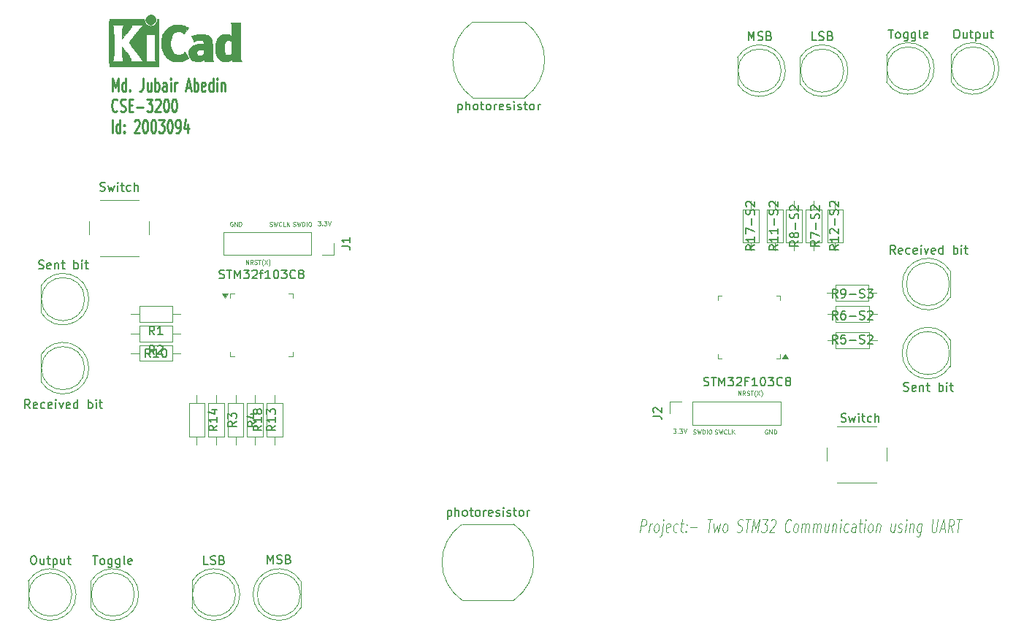
<source format=gto>
%TF.GenerationSoftware,KiCad,Pcbnew,9.0.0*%
%TF.CreationDate,2025-07-05T08:14:35+06:00*%
%TF.ProjectId,uart,75617274-2e6b-4696-9361-645f70636258,rev?*%
%TF.SameCoordinates,Original*%
%TF.FileFunction,Legend,Top*%
%TF.FilePolarity,Positive*%
%FSLAX46Y46*%
G04 Gerber Fmt 4.6, Leading zero omitted, Abs format (unit mm)*
G04 Created by KiCad (PCBNEW 9.0.0) date 2025-07-05 08:14:35*
%MOMM*%
%LPD*%
G01*
G04 APERTURE LIST*
%ADD10C,0.100000*%
%ADD11C,0.250000*%
%ADD12C,0.150000*%
%ADD13C,0.010000*%
%ADD14C,0.120000*%
G04 APERTURE END LIST*
D10*
X177894955Y-128011228D02*
X178082455Y-126511228D01*
X178082455Y-126511228D02*
X178463408Y-126511228D01*
X178463408Y-126511228D02*
X178549717Y-126582657D01*
X178549717Y-126582657D02*
X178588408Y-126654085D01*
X178588408Y-126654085D02*
X178618169Y-126796942D01*
X178618169Y-126796942D02*
X178591384Y-127011228D01*
X178591384Y-127011228D02*
X178525908Y-127154085D01*
X178525908Y-127154085D02*
X178469360Y-127225514D01*
X178469360Y-127225514D02*
X178365193Y-127296942D01*
X178365193Y-127296942D02*
X177984241Y-127296942D01*
X178894955Y-128011228D02*
X179019955Y-127011228D01*
X178984241Y-127296942D02*
X179049717Y-127154085D01*
X179049717Y-127154085D02*
X179106265Y-127082657D01*
X179106265Y-127082657D02*
X179210431Y-127011228D01*
X179210431Y-127011228D02*
X179305669Y-127011228D01*
X179656860Y-128011228D02*
X179570551Y-127939800D01*
X179570551Y-127939800D02*
X179531860Y-127868371D01*
X179531860Y-127868371D02*
X179502098Y-127725514D01*
X179502098Y-127725514D02*
X179555670Y-127296942D01*
X179555670Y-127296942D02*
X179621146Y-127154085D01*
X179621146Y-127154085D02*
X179677694Y-127082657D01*
X179677694Y-127082657D02*
X179781860Y-127011228D01*
X179781860Y-127011228D02*
X179924717Y-127011228D01*
X179924717Y-127011228D02*
X180011027Y-127082657D01*
X180011027Y-127082657D02*
X180049717Y-127154085D01*
X180049717Y-127154085D02*
X180079479Y-127296942D01*
X180079479Y-127296942D02*
X180025908Y-127725514D01*
X180025908Y-127725514D02*
X179960432Y-127868371D01*
X179960432Y-127868371D02*
X179903884Y-127939800D01*
X179903884Y-127939800D02*
X179799717Y-128011228D01*
X179799717Y-128011228D02*
X179656860Y-128011228D01*
X180543765Y-127011228D02*
X180383051Y-128296942D01*
X180383051Y-128296942D02*
X180317575Y-128439800D01*
X180317575Y-128439800D02*
X180213408Y-128511228D01*
X180213408Y-128511228D02*
X180165789Y-128511228D01*
X180606265Y-126511228D02*
X180549718Y-126582657D01*
X180549718Y-126582657D02*
X180588408Y-126654085D01*
X180588408Y-126654085D02*
X180644956Y-126582657D01*
X180644956Y-126582657D02*
X180606265Y-126511228D01*
X180606265Y-126511228D02*
X180588408Y-126654085D01*
X181284836Y-127939800D02*
X181180669Y-128011228D01*
X181180669Y-128011228D02*
X180990193Y-128011228D01*
X180990193Y-128011228D02*
X180903884Y-127939800D01*
X180903884Y-127939800D02*
X180874122Y-127796942D01*
X180874122Y-127796942D02*
X180945550Y-127225514D01*
X180945550Y-127225514D02*
X181011027Y-127082657D01*
X181011027Y-127082657D02*
X181115193Y-127011228D01*
X181115193Y-127011228D02*
X181305669Y-127011228D01*
X181305669Y-127011228D02*
X181391979Y-127082657D01*
X181391979Y-127082657D02*
X181421741Y-127225514D01*
X181421741Y-127225514D02*
X181403884Y-127368371D01*
X181403884Y-127368371D02*
X180909836Y-127511228D01*
X182189598Y-127939800D02*
X182085432Y-128011228D01*
X182085432Y-128011228D02*
X181894955Y-128011228D01*
X181894955Y-128011228D02*
X181808646Y-127939800D01*
X181808646Y-127939800D02*
X181769955Y-127868371D01*
X181769955Y-127868371D02*
X181740193Y-127725514D01*
X181740193Y-127725514D02*
X181793765Y-127296942D01*
X181793765Y-127296942D02*
X181859241Y-127154085D01*
X181859241Y-127154085D02*
X181915789Y-127082657D01*
X181915789Y-127082657D02*
X182019955Y-127011228D01*
X182019955Y-127011228D02*
X182210432Y-127011228D01*
X182210432Y-127011228D02*
X182296741Y-127082657D01*
X182591384Y-127011228D02*
X182972336Y-127011228D01*
X182796741Y-126511228D02*
X182636027Y-127796942D01*
X182636027Y-127796942D02*
X182665789Y-127939800D01*
X182665789Y-127939800D02*
X182752098Y-128011228D01*
X182752098Y-128011228D02*
X182847336Y-128011228D01*
X183198527Y-127868371D02*
X183237218Y-127939800D01*
X183237218Y-127939800D02*
X183180670Y-128011228D01*
X183180670Y-128011228D02*
X183141980Y-127939800D01*
X183141980Y-127939800D02*
X183198527Y-127868371D01*
X183198527Y-127868371D02*
X183180670Y-128011228D01*
X183296742Y-127082657D02*
X183335432Y-127154085D01*
X183335432Y-127154085D02*
X183278884Y-127225514D01*
X183278884Y-127225514D02*
X183240194Y-127154085D01*
X183240194Y-127154085D02*
X183296742Y-127082657D01*
X183296742Y-127082657D02*
X183278884Y-127225514D01*
X183728289Y-127439800D02*
X184490194Y-127439800D01*
X185701503Y-126511228D02*
X186272932Y-126511228D01*
X185799717Y-128011228D02*
X185987217Y-126511228D01*
X186448527Y-127011228D02*
X186514003Y-128011228D01*
X186514003Y-128011228D02*
X186793765Y-127296942D01*
X186793765Y-127296942D02*
X186894956Y-128011228D01*
X186894956Y-128011228D02*
X187210432Y-127011228D01*
X187609241Y-128011228D02*
X187522932Y-127939800D01*
X187522932Y-127939800D02*
X187484241Y-127868371D01*
X187484241Y-127868371D02*
X187454479Y-127725514D01*
X187454479Y-127725514D02*
X187508051Y-127296942D01*
X187508051Y-127296942D02*
X187573527Y-127154085D01*
X187573527Y-127154085D02*
X187630075Y-127082657D01*
X187630075Y-127082657D02*
X187734241Y-127011228D01*
X187734241Y-127011228D02*
X187877098Y-127011228D01*
X187877098Y-127011228D02*
X187963408Y-127082657D01*
X187963408Y-127082657D02*
X188002098Y-127154085D01*
X188002098Y-127154085D02*
X188031860Y-127296942D01*
X188031860Y-127296942D02*
X187978289Y-127725514D01*
X187978289Y-127725514D02*
X187912813Y-127868371D01*
X187912813Y-127868371D02*
X187856265Y-127939800D01*
X187856265Y-127939800D02*
X187752098Y-128011228D01*
X187752098Y-128011228D02*
X187609241Y-128011228D01*
X189094361Y-127939800D02*
X189228289Y-128011228D01*
X189228289Y-128011228D02*
X189466385Y-128011228D01*
X189466385Y-128011228D02*
X189570551Y-127939800D01*
X189570551Y-127939800D02*
X189627099Y-127868371D01*
X189627099Y-127868371D02*
X189692575Y-127725514D01*
X189692575Y-127725514D02*
X189710432Y-127582657D01*
X189710432Y-127582657D02*
X189680670Y-127439800D01*
X189680670Y-127439800D02*
X189641980Y-127368371D01*
X189641980Y-127368371D02*
X189555670Y-127296942D01*
X189555670Y-127296942D02*
X189374123Y-127225514D01*
X189374123Y-127225514D02*
X189287813Y-127154085D01*
X189287813Y-127154085D02*
X189249123Y-127082657D01*
X189249123Y-127082657D02*
X189219361Y-126939800D01*
X189219361Y-126939800D02*
X189237218Y-126796942D01*
X189237218Y-126796942D02*
X189302694Y-126654085D01*
X189302694Y-126654085D02*
X189359242Y-126582657D01*
X189359242Y-126582657D02*
X189463408Y-126511228D01*
X189463408Y-126511228D02*
X189701504Y-126511228D01*
X189701504Y-126511228D02*
X189835432Y-126582657D01*
X190130075Y-126511228D02*
X190701504Y-126511228D01*
X190228289Y-128011228D02*
X190415789Y-126511228D01*
X190847337Y-128011228D02*
X191034837Y-126511228D01*
X191034837Y-126511228D02*
X191234242Y-127582657D01*
X191234242Y-127582657D02*
X191701504Y-126511228D01*
X191701504Y-126511228D02*
X191514004Y-128011228D01*
X192082456Y-126511228D02*
X192701504Y-126511228D01*
X192701504Y-126511228D02*
X192296742Y-127082657D01*
X192296742Y-127082657D02*
X192439599Y-127082657D01*
X192439599Y-127082657D02*
X192525908Y-127154085D01*
X192525908Y-127154085D02*
X192564599Y-127225514D01*
X192564599Y-127225514D02*
X192594361Y-127368371D01*
X192594361Y-127368371D02*
X192549718Y-127725514D01*
X192549718Y-127725514D02*
X192484242Y-127868371D01*
X192484242Y-127868371D02*
X192427694Y-127939800D01*
X192427694Y-127939800D02*
X192323528Y-128011228D01*
X192323528Y-128011228D02*
X192037813Y-128011228D01*
X192037813Y-128011228D02*
X191951504Y-127939800D01*
X191951504Y-127939800D02*
X191912813Y-127868371D01*
X193064599Y-126654085D02*
X193121147Y-126582657D01*
X193121147Y-126582657D02*
X193225313Y-126511228D01*
X193225313Y-126511228D02*
X193463409Y-126511228D01*
X193463409Y-126511228D02*
X193549718Y-126582657D01*
X193549718Y-126582657D02*
X193588409Y-126654085D01*
X193588409Y-126654085D02*
X193618170Y-126796942D01*
X193618170Y-126796942D02*
X193600313Y-126939800D01*
X193600313Y-126939800D02*
X193525909Y-127154085D01*
X193525909Y-127154085D02*
X192847337Y-128011228D01*
X192847337Y-128011228D02*
X193466385Y-128011228D01*
X195246147Y-127868371D02*
X195189599Y-127939800D01*
X195189599Y-127939800D02*
X195037814Y-128011228D01*
X195037814Y-128011228D02*
X194942575Y-128011228D01*
X194942575Y-128011228D02*
X194808647Y-127939800D01*
X194808647Y-127939800D02*
X194731266Y-127796942D01*
X194731266Y-127796942D02*
X194701504Y-127654085D01*
X194701504Y-127654085D02*
X194689599Y-127368371D01*
X194689599Y-127368371D02*
X194716385Y-127154085D01*
X194716385Y-127154085D02*
X194799718Y-126868371D01*
X194799718Y-126868371D02*
X194865195Y-126725514D01*
X194865195Y-126725514D02*
X194978290Y-126582657D01*
X194978290Y-126582657D02*
X195130075Y-126511228D01*
X195130075Y-126511228D02*
X195225314Y-126511228D01*
X195225314Y-126511228D02*
X195359242Y-126582657D01*
X195359242Y-126582657D02*
X195397933Y-126654085D01*
X195799718Y-128011228D02*
X195713409Y-127939800D01*
X195713409Y-127939800D02*
X195674718Y-127868371D01*
X195674718Y-127868371D02*
X195644956Y-127725514D01*
X195644956Y-127725514D02*
X195698528Y-127296942D01*
X195698528Y-127296942D02*
X195764004Y-127154085D01*
X195764004Y-127154085D02*
X195820552Y-127082657D01*
X195820552Y-127082657D02*
X195924718Y-127011228D01*
X195924718Y-127011228D02*
X196067575Y-127011228D01*
X196067575Y-127011228D02*
X196153885Y-127082657D01*
X196153885Y-127082657D02*
X196192575Y-127154085D01*
X196192575Y-127154085D02*
X196222337Y-127296942D01*
X196222337Y-127296942D02*
X196168766Y-127725514D01*
X196168766Y-127725514D02*
X196103290Y-127868371D01*
X196103290Y-127868371D02*
X196046742Y-127939800D01*
X196046742Y-127939800D02*
X195942575Y-128011228D01*
X195942575Y-128011228D02*
X195799718Y-128011228D01*
X196561623Y-128011228D02*
X196686623Y-127011228D01*
X196668766Y-127154085D02*
X196725314Y-127082657D01*
X196725314Y-127082657D02*
X196829480Y-127011228D01*
X196829480Y-127011228D02*
X196972337Y-127011228D01*
X196972337Y-127011228D02*
X197058647Y-127082657D01*
X197058647Y-127082657D02*
X197088409Y-127225514D01*
X197088409Y-127225514D02*
X196990195Y-128011228D01*
X197088409Y-127225514D02*
X197153885Y-127082657D01*
X197153885Y-127082657D02*
X197258052Y-127011228D01*
X197258052Y-127011228D02*
X197400909Y-127011228D01*
X197400909Y-127011228D02*
X197487218Y-127082657D01*
X197487218Y-127082657D02*
X197516980Y-127225514D01*
X197516980Y-127225514D02*
X197418766Y-128011228D01*
X197894956Y-128011228D02*
X198019956Y-127011228D01*
X198002099Y-127154085D02*
X198058647Y-127082657D01*
X198058647Y-127082657D02*
X198162813Y-127011228D01*
X198162813Y-127011228D02*
X198305670Y-127011228D01*
X198305670Y-127011228D02*
X198391980Y-127082657D01*
X198391980Y-127082657D02*
X198421742Y-127225514D01*
X198421742Y-127225514D02*
X198323528Y-128011228D01*
X198421742Y-127225514D02*
X198487218Y-127082657D01*
X198487218Y-127082657D02*
X198591385Y-127011228D01*
X198591385Y-127011228D02*
X198734242Y-127011228D01*
X198734242Y-127011228D02*
X198820551Y-127082657D01*
X198820551Y-127082657D02*
X198850313Y-127225514D01*
X198850313Y-127225514D02*
X198752099Y-128011228D01*
X199781861Y-127011228D02*
X199656861Y-128011228D01*
X199353289Y-127011228D02*
X199255075Y-127796942D01*
X199255075Y-127796942D02*
X199284837Y-127939800D01*
X199284837Y-127939800D02*
X199371146Y-128011228D01*
X199371146Y-128011228D02*
X199514003Y-128011228D01*
X199514003Y-128011228D02*
X199618170Y-127939800D01*
X199618170Y-127939800D02*
X199674718Y-127868371D01*
X200258051Y-127011228D02*
X200133051Y-128011228D01*
X200240194Y-127154085D02*
X200296742Y-127082657D01*
X200296742Y-127082657D02*
X200400908Y-127011228D01*
X200400908Y-127011228D02*
X200543765Y-127011228D01*
X200543765Y-127011228D02*
X200630075Y-127082657D01*
X200630075Y-127082657D02*
X200659837Y-127225514D01*
X200659837Y-127225514D02*
X200561623Y-128011228D01*
X201037813Y-128011228D02*
X201162813Y-127011228D01*
X201225313Y-126511228D02*
X201168766Y-126582657D01*
X201168766Y-126582657D02*
X201207456Y-126654085D01*
X201207456Y-126654085D02*
X201264004Y-126582657D01*
X201264004Y-126582657D02*
X201225313Y-126511228D01*
X201225313Y-126511228D02*
X201207456Y-126654085D01*
X201951503Y-127939800D02*
X201847337Y-128011228D01*
X201847337Y-128011228D02*
X201656860Y-128011228D01*
X201656860Y-128011228D02*
X201570551Y-127939800D01*
X201570551Y-127939800D02*
X201531860Y-127868371D01*
X201531860Y-127868371D02*
X201502098Y-127725514D01*
X201502098Y-127725514D02*
X201555670Y-127296942D01*
X201555670Y-127296942D02*
X201621146Y-127154085D01*
X201621146Y-127154085D02*
X201677694Y-127082657D01*
X201677694Y-127082657D02*
X201781860Y-127011228D01*
X201781860Y-127011228D02*
X201972337Y-127011228D01*
X201972337Y-127011228D02*
X202058646Y-127082657D01*
X202799718Y-128011228D02*
X202897932Y-127225514D01*
X202897932Y-127225514D02*
X202868170Y-127082657D01*
X202868170Y-127082657D02*
X202781860Y-127011228D01*
X202781860Y-127011228D02*
X202591384Y-127011228D01*
X202591384Y-127011228D02*
X202487218Y-127082657D01*
X202808646Y-127939800D02*
X202704480Y-128011228D01*
X202704480Y-128011228D02*
X202466384Y-128011228D01*
X202466384Y-128011228D02*
X202380075Y-127939800D01*
X202380075Y-127939800D02*
X202350313Y-127796942D01*
X202350313Y-127796942D02*
X202368170Y-127654085D01*
X202368170Y-127654085D02*
X202433646Y-127511228D01*
X202433646Y-127511228D02*
X202537813Y-127439800D01*
X202537813Y-127439800D02*
X202775908Y-127439800D01*
X202775908Y-127439800D02*
X202880075Y-127368371D01*
X203258051Y-127011228D02*
X203639003Y-127011228D01*
X203463408Y-126511228D02*
X203302694Y-127796942D01*
X203302694Y-127796942D02*
X203332456Y-127939800D01*
X203332456Y-127939800D02*
X203418765Y-128011228D01*
X203418765Y-128011228D02*
X203514003Y-128011228D01*
X203847337Y-128011228D02*
X203972337Y-127011228D01*
X204034837Y-126511228D02*
X203978290Y-126582657D01*
X203978290Y-126582657D02*
X204016980Y-126654085D01*
X204016980Y-126654085D02*
X204073528Y-126582657D01*
X204073528Y-126582657D02*
X204034837Y-126511228D01*
X204034837Y-126511228D02*
X204016980Y-126654085D01*
X204466384Y-128011228D02*
X204380075Y-127939800D01*
X204380075Y-127939800D02*
X204341384Y-127868371D01*
X204341384Y-127868371D02*
X204311622Y-127725514D01*
X204311622Y-127725514D02*
X204365194Y-127296942D01*
X204365194Y-127296942D02*
X204430670Y-127154085D01*
X204430670Y-127154085D02*
X204487218Y-127082657D01*
X204487218Y-127082657D02*
X204591384Y-127011228D01*
X204591384Y-127011228D02*
X204734241Y-127011228D01*
X204734241Y-127011228D02*
X204820551Y-127082657D01*
X204820551Y-127082657D02*
X204859241Y-127154085D01*
X204859241Y-127154085D02*
X204889003Y-127296942D01*
X204889003Y-127296942D02*
X204835432Y-127725514D01*
X204835432Y-127725514D02*
X204769956Y-127868371D01*
X204769956Y-127868371D02*
X204713408Y-127939800D01*
X204713408Y-127939800D02*
X204609241Y-128011228D01*
X204609241Y-128011228D02*
X204466384Y-128011228D01*
X205353289Y-127011228D02*
X205228289Y-128011228D01*
X205335432Y-127154085D02*
X205391980Y-127082657D01*
X205391980Y-127082657D02*
X205496146Y-127011228D01*
X205496146Y-127011228D02*
X205639003Y-127011228D01*
X205639003Y-127011228D02*
X205725313Y-127082657D01*
X205725313Y-127082657D02*
X205755075Y-127225514D01*
X205755075Y-127225514D02*
X205656861Y-128011228D01*
X207448528Y-127011228D02*
X207323528Y-128011228D01*
X207019956Y-127011228D02*
X206921742Y-127796942D01*
X206921742Y-127796942D02*
X206951504Y-127939800D01*
X206951504Y-127939800D02*
X207037813Y-128011228D01*
X207037813Y-128011228D02*
X207180670Y-128011228D01*
X207180670Y-128011228D02*
X207284837Y-127939800D01*
X207284837Y-127939800D02*
X207341385Y-127868371D01*
X207761028Y-127939800D02*
X207847337Y-128011228D01*
X207847337Y-128011228D02*
X208037813Y-128011228D01*
X208037813Y-128011228D02*
X208141980Y-127939800D01*
X208141980Y-127939800D02*
X208207456Y-127796942D01*
X208207456Y-127796942D02*
X208216385Y-127725514D01*
X208216385Y-127725514D02*
X208186623Y-127582657D01*
X208186623Y-127582657D02*
X208100313Y-127511228D01*
X208100313Y-127511228D02*
X207957456Y-127511228D01*
X207957456Y-127511228D02*
X207871147Y-127439800D01*
X207871147Y-127439800D02*
X207841385Y-127296942D01*
X207841385Y-127296942D02*
X207850313Y-127225514D01*
X207850313Y-127225514D02*
X207915790Y-127082657D01*
X207915790Y-127082657D02*
X208019956Y-127011228D01*
X208019956Y-127011228D02*
X208162813Y-127011228D01*
X208162813Y-127011228D02*
X208249123Y-127082657D01*
X208609242Y-128011228D02*
X208734242Y-127011228D01*
X208796742Y-126511228D02*
X208740195Y-126582657D01*
X208740195Y-126582657D02*
X208778885Y-126654085D01*
X208778885Y-126654085D02*
X208835433Y-126582657D01*
X208835433Y-126582657D02*
X208796742Y-126511228D01*
X208796742Y-126511228D02*
X208778885Y-126654085D01*
X209210432Y-127011228D02*
X209085432Y-128011228D01*
X209192575Y-127154085D02*
X209249123Y-127082657D01*
X209249123Y-127082657D02*
X209353289Y-127011228D01*
X209353289Y-127011228D02*
X209496146Y-127011228D01*
X209496146Y-127011228D02*
X209582456Y-127082657D01*
X209582456Y-127082657D02*
X209612218Y-127225514D01*
X209612218Y-127225514D02*
X209514004Y-128011228D01*
X210543766Y-127011228D02*
X210391980Y-128225514D01*
X210391980Y-128225514D02*
X210326504Y-128368371D01*
X210326504Y-128368371D02*
X210269956Y-128439800D01*
X210269956Y-128439800D02*
X210165789Y-128511228D01*
X210165789Y-128511228D02*
X210022932Y-128511228D01*
X210022932Y-128511228D02*
X209936623Y-128439800D01*
X210427694Y-127939800D02*
X210323528Y-128011228D01*
X210323528Y-128011228D02*
X210133051Y-128011228D01*
X210133051Y-128011228D02*
X210046742Y-127939800D01*
X210046742Y-127939800D02*
X210008051Y-127868371D01*
X210008051Y-127868371D02*
X209978289Y-127725514D01*
X209978289Y-127725514D02*
X210031861Y-127296942D01*
X210031861Y-127296942D02*
X210097337Y-127154085D01*
X210097337Y-127154085D02*
X210153885Y-127082657D01*
X210153885Y-127082657D02*
X210258051Y-127011228D01*
X210258051Y-127011228D02*
X210448528Y-127011228D01*
X210448528Y-127011228D02*
X210534837Y-127082657D01*
X211844361Y-126511228D02*
X211692575Y-127725514D01*
X211692575Y-127725514D02*
X211722337Y-127868371D01*
X211722337Y-127868371D02*
X211761028Y-127939800D01*
X211761028Y-127939800D02*
X211847337Y-128011228D01*
X211847337Y-128011228D02*
X212037814Y-128011228D01*
X212037814Y-128011228D02*
X212141980Y-127939800D01*
X212141980Y-127939800D02*
X212198528Y-127868371D01*
X212198528Y-127868371D02*
X212264004Y-127725514D01*
X212264004Y-127725514D02*
X212415790Y-126511228D01*
X212710433Y-127582657D02*
X213186623Y-127582657D01*
X212561623Y-128011228D02*
X213082456Y-126511228D01*
X213082456Y-126511228D02*
X213228290Y-128011228D01*
X214133052Y-128011228D02*
X213889004Y-127296942D01*
X213561623Y-128011228D02*
X213749123Y-126511228D01*
X213749123Y-126511228D02*
X214130076Y-126511228D01*
X214130076Y-126511228D02*
X214216385Y-126582657D01*
X214216385Y-126582657D02*
X214255076Y-126654085D01*
X214255076Y-126654085D02*
X214284837Y-126796942D01*
X214284837Y-126796942D02*
X214258052Y-127011228D01*
X214258052Y-127011228D02*
X214192576Y-127154085D01*
X214192576Y-127154085D02*
X214136028Y-127225514D01*
X214136028Y-127225514D02*
X214031861Y-127296942D01*
X214031861Y-127296942D02*
X213650909Y-127296942D01*
X214606266Y-126511228D02*
X215177695Y-126511228D01*
X214704480Y-128011228D02*
X214891980Y-126511228D01*
D11*
X116702568Y-76873596D02*
X116702568Y-75373596D01*
X116702568Y-75373596D02*
X117035901Y-76445025D01*
X117035901Y-76445025D02*
X117369234Y-75373596D01*
X117369234Y-75373596D02*
X117369234Y-76873596D01*
X118273996Y-76873596D02*
X118273996Y-75373596D01*
X118273996Y-76802168D02*
X118178758Y-76873596D01*
X118178758Y-76873596D02*
X117988282Y-76873596D01*
X117988282Y-76873596D02*
X117893044Y-76802168D01*
X117893044Y-76802168D02*
X117845425Y-76730739D01*
X117845425Y-76730739D02*
X117797806Y-76587882D01*
X117797806Y-76587882D02*
X117797806Y-76159310D01*
X117797806Y-76159310D02*
X117845425Y-76016453D01*
X117845425Y-76016453D02*
X117893044Y-75945025D01*
X117893044Y-75945025D02*
X117988282Y-75873596D01*
X117988282Y-75873596D02*
X118178758Y-75873596D01*
X118178758Y-75873596D02*
X118273996Y-75945025D01*
X118750187Y-76730739D02*
X118797806Y-76802168D01*
X118797806Y-76802168D02*
X118750187Y-76873596D01*
X118750187Y-76873596D02*
X118702568Y-76802168D01*
X118702568Y-76802168D02*
X118750187Y-76730739D01*
X118750187Y-76730739D02*
X118750187Y-76873596D01*
X120273996Y-75373596D02*
X120273996Y-76445025D01*
X120273996Y-76445025D02*
X120226377Y-76659310D01*
X120226377Y-76659310D02*
X120131139Y-76802168D01*
X120131139Y-76802168D02*
X119988282Y-76873596D01*
X119988282Y-76873596D02*
X119893044Y-76873596D01*
X121178758Y-75873596D02*
X121178758Y-76873596D01*
X120750187Y-75873596D02*
X120750187Y-76659310D01*
X120750187Y-76659310D02*
X120797806Y-76802168D01*
X120797806Y-76802168D02*
X120893044Y-76873596D01*
X120893044Y-76873596D02*
X121035901Y-76873596D01*
X121035901Y-76873596D02*
X121131139Y-76802168D01*
X121131139Y-76802168D02*
X121178758Y-76730739D01*
X121654949Y-76873596D02*
X121654949Y-75373596D01*
X121654949Y-75945025D02*
X121750187Y-75873596D01*
X121750187Y-75873596D02*
X121940663Y-75873596D01*
X121940663Y-75873596D02*
X122035901Y-75945025D01*
X122035901Y-75945025D02*
X122083520Y-76016453D01*
X122083520Y-76016453D02*
X122131139Y-76159310D01*
X122131139Y-76159310D02*
X122131139Y-76587882D01*
X122131139Y-76587882D02*
X122083520Y-76730739D01*
X122083520Y-76730739D02*
X122035901Y-76802168D01*
X122035901Y-76802168D02*
X121940663Y-76873596D01*
X121940663Y-76873596D02*
X121750187Y-76873596D01*
X121750187Y-76873596D02*
X121654949Y-76802168D01*
X122988282Y-76873596D02*
X122988282Y-76087882D01*
X122988282Y-76087882D02*
X122940663Y-75945025D01*
X122940663Y-75945025D02*
X122845425Y-75873596D01*
X122845425Y-75873596D02*
X122654949Y-75873596D01*
X122654949Y-75873596D02*
X122559711Y-75945025D01*
X122988282Y-76802168D02*
X122893044Y-76873596D01*
X122893044Y-76873596D02*
X122654949Y-76873596D01*
X122654949Y-76873596D02*
X122559711Y-76802168D01*
X122559711Y-76802168D02*
X122512092Y-76659310D01*
X122512092Y-76659310D02*
X122512092Y-76516453D01*
X122512092Y-76516453D02*
X122559711Y-76373596D01*
X122559711Y-76373596D02*
X122654949Y-76302168D01*
X122654949Y-76302168D02*
X122893044Y-76302168D01*
X122893044Y-76302168D02*
X122988282Y-76230739D01*
X123464473Y-76873596D02*
X123464473Y-75873596D01*
X123464473Y-75373596D02*
X123416854Y-75445025D01*
X123416854Y-75445025D02*
X123464473Y-75516453D01*
X123464473Y-75516453D02*
X123512092Y-75445025D01*
X123512092Y-75445025D02*
X123464473Y-75373596D01*
X123464473Y-75373596D02*
X123464473Y-75516453D01*
X123940663Y-76873596D02*
X123940663Y-75873596D01*
X123940663Y-76159310D02*
X123988282Y-76016453D01*
X123988282Y-76016453D02*
X124035901Y-75945025D01*
X124035901Y-75945025D02*
X124131139Y-75873596D01*
X124131139Y-75873596D02*
X124226377Y-75873596D01*
X125273997Y-76445025D02*
X125750187Y-76445025D01*
X125178759Y-76873596D02*
X125512092Y-75373596D01*
X125512092Y-75373596D02*
X125845425Y-76873596D01*
X126178759Y-76873596D02*
X126178759Y-75373596D01*
X126178759Y-75945025D02*
X126273997Y-75873596D01*
X126273997Y-75873596D02*
X126464473Y-75873596D01*
X126464473Y-75873596D02*
X126559711Y-75945025D01*
X126559711Y-75945025D02*
X126607330Y-76016453D01*
X126607330Y-76016453D02*
X126654949Y-76159310D01*
X126654949Y-76159310D02*
X126654949Y-76587882D01*
X126654949Y-76587882D02*
X126607330Y-76730739D01*
X126607330Y-76730739D02*
X126559711Y-76802168D01*
X126559711Y-76802168D02*
X126464473Y-76873596D01*
X126464473Y-76873596D02*
X126273997Y-76873596D01*
X126273997Y-76873596D02*
X126178759Y-76802168D01*
X127464473Y-76802168D02*
X127369235Y-76873596D01*
X127369235Y-76873596D02*
X127178759Y-76873596D01*
X127178759Y-76873596D02*
X127083521Y-76802168D01*
X127083521Y-76802168D02*
X127035902Y-76659310D01*
X127035902Y-76659310D02*
X127035902Y-76087882D01*
X127035902Y-76087882D02*
X127083521Y-75945025D01*
X127083521Y-75945025D02*
X127178759Y-75873596D01*
X127178759Y-75873596D02*
X127369235Y-75873596D01*
X127369235Y-75873596D02*
X127464473Y-75945025D01*
X127464473Y-75945025D02*
X127512092Y-76087882D01*
X127512092Y-76087882D02*
X127512092Y-76230739D01*
X127512092Y-76230739D02*
X127035902Y-76373596D01*
X128369235Y-76873596D02*
X128369235Y-75373596D01*
X128369235Y-76802168D02*
X128273997Y-76873596D01*
X128273997Y-76873596D02*
X128083521Y-76873596D01*
X128083521Y-76873596D02*
X127988283Y-76802168D01*
X127988283Y-76802168D02*
X127940664Y-76730739D01*
X127940664Y-76730739D02*
X127893045Y-76587882D01*
X127893045Y-76587882D02*
X127893045Y-76159310D01*
X127893045Y-76159310D02*
X127940664Y-76016453D01*
X127940664Y-76016453D02*
X127988283Y-75945025D01*
X127988283Y-75945025D02*
X128083521Y-75873596D01*
X128083521Y-75873596D02*
X128273997Y-75873596D01*
X128273997Y-75873596D02*
X128369235Y-75945025D01*
X128845426Y-76873596D02*
X128845426Y-75873596D01*
X128845426Y-75373596D02*
X128797807Y-75445025D01*
X128797807Y-75445025D02*
X128845426Y-75516453D01*
X128845426Y-75516453D02*
X128893045Y-75445025D01*
X128893045Y-75445025D02*
X128845426Y-75373596D01*
X128845426Y-75373596D02*
X128845426Y-75516453D01*
X129321616Y-75873596D02*
X129321616Y-76873596D01*
X129321616Y-76016453D02*
X129369235Y-75945025D01*
X129369235Y-75945025D02*
X129464473Y-75873596D01*
X129464473Y-75873596D02*
X129607330Y-75873596D01*
X129607330Y-75873596D02*
X129702568Y-75945025D01*
X129702568Y-75945025D02*
X129750187Y-76087882D01*
X129750187Y-76087882D02*
X129750187Y-76873596D01*
X117273996Y-79145655D02*
X117226377Y-79217084D01*
X117226377Y-79217084D02*
X117083520Y-79288512D01*
X117083520Y-79288512D02*
X116988282Y-79288512D01*
X116988282Y-79288512D02*
X116845425Y-79217084D01*
X116845425Y-79217084D02*
X116750187Y-79074226D01*
X116750187Y-79074226D02*
X116702568Y-78931369D01*
X116702568Y-78931369D02*
X116654949Y-78645655D01*
X116654949Y-78645655D02*
X116654949Y-78431369D01*
X116654949Y-78431369D02*
X116702568Y-78145655D01*
X116702568Y-78145655D02*
X116750187Y-78002798D01*
X116750187Y-78002798D02*
X116845425Y-77859941D01*
X116845425Y-77859941D02*
X116988282Y-77788512D01*
X116988282Y-77788512D02*
X117083520Y-77788512D01*
X117083520Y-77788512D02*
X117226377Y-77859941D01*
X117226377Y-77859941D02*
X117273996Y-77931369D01*
X117654949Y-79217084D02*
X117797806Y-79288512D01*
X117797806Y-79288512D02*
X118035901Y-79288512D01*
X118035901Y-79288512D02*
X118131139Y-79217084D01*
X118131139Y-79217084D02*
X118178758Y-79145655D01*
X118178758Y-79145655D02*
X118226377Y-79002798D01*
X118226377Y-79002798D02*
X118226377Y-78859941D01*
X118226377Y-78859941D02*
X118178758Y-78717084D01*
X118178758Y-78717084D02*
X118131139Y-78645655D01*
X118131139Y-78645655D02*
X118035901Y-78574226D01*
X118035901Y-78574226D02*
X117845425Y-78502798D01*
X117845425Y-78502798D02*
X117750187Y-78431369D01*
X117750187Y-78431369D02*
X117702568Y-78359941D01*
X117702568Y-78359941D02*
X117654949Y-78217084D01*
X117654949Y-78217084D02*
X117654949Y-78074226D01*
X117654949Y-78074226D02*
X117702568Y-77931369D01*
X117702568Y-77931369D02*
X117750187Y-77859941D01*
X117750187Y-77859941D02*
X117845425Y-77788512D01*
X117845425Y-77788512D02*
X118083520Y-77788512D01*
X118083520Y-77788512D02*
X118226377Y-77859941D01*
X118654949Y-78502798D02*
X118988282Y-78502798D01*
X119131139Y-79288512D02*
X118654949Y-79288512D01*
X118654949Y-79288512D02*
X118654949Y-77788512D01*
X118654949Y-77788512D02*
X119131139Y-77788512D01*
X119559711Y-78717084D02*
X120321616Y-78717084D01*
X120702568Y-77788512D02*
X121321615Y-77788512D01*
X121321615Y-77788512D02*
X120988282Y-78359941D01*
X120988282Y-78359941D02*
X121131139Y-78359941D01*
X121131139Y-78359941D02*
X121226377Y-78431369D01*
X121226377Y-78431369D02*
X121273996Y-78502798D01*
X121273996Y-78502798D02*
X121321615Y-78645655D01*
X121321615Y-78645655D02*
X121321615Y-79002798D01*
X121321615Y-79002798D02*
X121273996Y-79145655D01*
X121273996Y-79145655D02*
X121226377Y-79217084D01*
X121226377Y-79217084D02*
X121131139Y-79288512D01*
X121131139Y-79288512D02*
X120845425Y-79288512D01*
X120845425Y-79288512D02*
X120750187Y-79217084D01*
X120750187Y-79217084D02*
X120702568Y-79145655D01*
X121702568Y-77931369D02*
X121750187Y-77859941D01*
X121750187Y-77859941D02*
X121845425Y-77788512D01*
X121845425Y-77788512D02*
X122083520Y-77788512D01*
X122083520Y-77788512D02*
X122178758Y-77859941D01*
X122178758Y-77859941D02*
X122226377Y-77931369D01*
X122226377Y-77931369D02*
X122273996Y-78074226D01*
X122273996Y-78074226D02*
X122273996Y-78217084D01*
X122273996Y-78217084D02*
X122226377Y-78431369D01*
X122226377Y-78431369D02*
X121654949Y-79288512D01*
X121654949Y-79288512D02*
X122273996Y-79288512D01*
X122893044Y-77788512D02*
X122988282Y-77788512D01*
X122988282Y-77788512D02*
X123083520Y-77859941D01*
X123083520Y-77859941D02*
X123131139Y-77931369D01*
X123131139Y-77931369D02*
X123178758Y-78074226D01*
X123178758Y-78074226D02*
X123226377Y-78359941D01*
X123226377Y-78359941D02*
X123226377Y-78717084D01*
X123226377Y-78717084D02*
X123178758Y-79002798D01*
X123178758Y-79002798D02*
X123131139Y-79145655D01*
X123131139Y-79145655D02*
X123083520Y-79217084D01*
X123083520Y-79217084D02*
X122988282Y-79288512D01*
X122988282Y-79288512D02*
X122893044Y-79288512D01*
X122893044Y-79288512D02*
X122797806Y-79217084D01*
X122797806Y-79217084D02*
X122750187Y-79145655D01*
X122750187Y-79145655D02*
X122702568Y-79002798D01*
X122702568Y-79002798D02*
X122654949Y-78717084D01*
X122654949Y-78717084D02*
X122654949Y-78359941D01*
X122654949Y-78359941D02*
X122702568Y-78074226D01*
X122702568Y-78074226D02*
X122750187Y-77931369D01*
X122750187Y-77931369D02*
X122797806Y-77859941D01*
X122797806Y-77859941D02*
X122893044Y-77788512D01*
X123845425Y-77788512D02*
X123940663Y-77788512D01*
X123940663Y-77788512D02*
X124035901Y-77859941D01*
X124035901Y-77859941D02*
X124083520Y-77931369D01*
X124083520Y-77931369D02*
X124131139Y-78074226D01*
X124131139Y-78074226D02*
X124178758Y-78359941D01*
X124178758Y-78359941D02*
X124178758Y-78717084D01*
X124178758Y-78717084D02*
X124131139Y-79002798D01*
X124131139Y-79002798D02*
X124083520Y-79145655D01*
X124083520Y-79145655D02*
X124035901Y-79217084D01*
X124035901Y-79217084D02*
X123940663Y-79288512D01*
X123940663Y-79288512D02*
X123845425Y-79288512D01*
X123845425Y-79288512D02*
X123750187Y-79217084D01*
X123750187Y-79217084D02*
X123702568Y-79145655D01*
X123702568Y-79145655D02*
X123654949Y-79002798D01*
X123654949Y-79002798D02*
X123607330Y-78717084D01*
X123607330Y-78717084D02*
X123607330Y-78359941D01*
X123607330Y-78359941D02*
X123654949Y-78074226D01*
X123654949Y-78074226D02*
X123702568Y-77931369D01*
X123702568Y-77931369D02*
X123750187Y-77859941D01*
X123750187Y-77859941D02*
X123845425Y-77788512D01*
X116702568Y-81703428D02*
X116702568Y-80203428D01*
X117607329Y-81703428D02*
X117607329Y-80203428D01*
X117607329Y-81632000D02*
X117512091Y-81703428D01*
X117512091Y-81703428D02*
X117321615Y-81703428D01*
X117321615Y-81703428D02*
X117226377Y-81632000D01*
X117226377Y-81632000D02*
X117178758Y-81560571D01*
X117178758Y-81560571D02*
X117131139Y-81417714D01*
X117131139Y-81417714D02*
X117131139Y-80989142D01*
X117131139Y-80989142D02*
X117178758Y-80846285D01*
X117178758Y-80846285D02*
X117226377Y-80774857D01*
X117226377Y-80774857D02*
X117321615Y-80703428D01*
X117321615Y-80703428D02*
X117512091Y-80703428D01*
X117512091Y-80703428D02*
X117607329Y-80774857D01*
X118083520Y-81560571D02*
X118131139Y-81632000D01*
X118131139Y-81632000D02*
X118083520Y-81703428D01*
X118083520Y-81703428D02*
X118035901Y-81632000D01*
X118035901Y-81632000D02*
X118083520Y-81560571D01*
X118083520Y-81560571D02*
X118083520Y-81703428D01*
X118083520Y-80774857D02*
X118131139Y-80846285D01*
X118131139Y-80846285D02*
X118083520Y-80917714D01*
X118083520Y-80917714D02*
X118035901Y-80846285D01*
X118035901Y-80846285D02*
X118083520Y-80774857D01*
X118083520Y-80774857D02*
X118083520Y-80917714D01*
X119273996Y-80346285D02*
X119321615Y-80274857D01*
X119321615Y-80274857D02*
X119416853Y-80203428D01*
X119416853Y-80203428D02*
X119654948Y-80203428D01*
X119654948Y-80203428D02*
X119750186Y-80274857D01*
X119750186Y-80274857D02*
X119797805Y-80346285D01*
X119797805Y-80346285D02*
X119845424Y-80489142D01*
X119845424Y-80489142D02*
X119845424Y-80632000D01*
X119845424Y-80632000D02*
X119797805Y-80846285D01*
X119797805Y-80846285D02*
X119226377Y-81703428D01*
X119226377Y-81703428D02*
X119845424Y-81703428D01*
X120464472Y-80203428D02*
X120559710Y-80203428D01*
X120559710Y-80203428D02*
X120654948Y-80274857D01*
X120654948Y-80274857D02*
X120702567Y-80346285D01*
X120702567Y-80346285D02*
X120750186Y-80489142D01*
X120750186Y-80489142D02*
X120797805Y-80774857D01*
X120797805Y-80774857D02*
X120797805Y-81132000D01*
X120797805Y-81132000D02*
X120750186Y-81417714D01*
X120750186Y-81417714D02*
X120702567Y-81560571D01*
X120702567Y-81560571D02*
X120654948Y-81632000D01*
X120654948Y-81632000D02*
X120559710Y-81703428D01*
X120559710Y-81703428D02*
X120464472Y-81703428D01*
X120464472Y-81703428D02*
X120369234Y-81632000D01*
X120369234Y-81632000D02*
X120321615Y-81560571D01*
X120321615Y-81560571D02*
X120273996Y-81417714D01*
X120273996Y-81417714D02*
X120226377Y-81132000D01*
X120226377Y-81132000D02*
X120226377Y-80774857D01*
X120226377Y-80774857D02*
X120273996Y-80489142D01*
X120273996Y-80489142D02*
X120321615Y-80346285D01*
X120321615Y-80346285D02*
X120369234Y-80274857D01*
X120369234Y-80274857D02*
X120464472Y-80203428D01*
X121416853Y-80203428D02*
X121512091Y-80203428D01*
X121512091Y-80203428D02*
X121607329Y-80274857D01*
X121607329Y-80274857D02*
X121654948Y-80346285D01*
X121654948Y-80346285D02*
X121702567Y-80489142D01*
X121702567Y-80489142D02*
X121750186Y-80774857D01*
X121750186Y-80774857D02*
X121750186Y-81132000D01*
X121750186Y-81132000D02*
X121702567Y-81417714D01*
X121702567Y-81417714D02*
X121654948Y-81560571D01*
X121654948Y-81560571D02*
X121607329Y-81632000D01*
X121607329Y-81632000D02*
X121512091Y-81703428D01*
X121512091Y-81703428D02*
X121416853Y-81703428D01*
X121416853Y-81703428D02*
X121321615Y-81632000D01*
X121321615Y-81632000D02*
X121273996Y-81560571D01*
X121273996Y-81560571D02*
X121226377Y-81417714D01*
X121226377Y-81417714D02*
X121178758Y-81132000D01*
X121178758Y-81132000D02*
X121178758Y-80774857D01*
X121178758Y-80774857D02*
X121226377Y-80489142D01*
X121226377Y-80489142D02*
X121273996Y-80346285D01*
X121273996Y-80346285D02*
X121321615Y-80274857D01*
X121321615Y-80274857D02*
X121416853Y-80203428D01*
X122083520Y-80203428D02*
X122702567Y-80203428D01*
X122702567Y-80203428D02*
X122369234Y-80774857D01*
X122369234Y-80774857D02*
X122512091Y-80774857D01*
X122512091Y-80774857D02*
X122607329Y-80846285D01*
X122607329Y-80846285D02*
X122654948Y-80917714D01*
X122654948Y-80917714D02*
X122702567Y-81060571D01*
X122702567Y-81060571D02*
X122702567Y-81417714D01*
X122702567Y-81417714D02*
X122654948Y-81560571D01*
X122654948Y-81560571D02*
X122607329Y-81632000D01*
X122607329Y-81632000D02*
X122512091Y-81703428D01*
X122512091Y-81703428D02*
X122226377Y-81703428D01*
X122226377Y-81703428D02*
X122131139Y-81632000D01*
X122131139Y-81632000D02*
X122083520Y-81560571D01*
X123321615Y-80203428D02*
X123416853Y-80203428D01*
X123416853Y-80203428D02*
X123512091Y-80274857D01*
X123512091Y-80274857D02*
X123559710Y-80346285D01*
X123559710Y-80346285D02*
X123607329Y-80489142D01*
X123607329Y-80489142D02*
X123654948Y-80774857D01*
X123654948Y-80774857D02*
X123654948Y-81132000D01*
X123654948Y-81132000D02*
X123607329Y-81417714D01*
X123607329Y-81417714D02*
X123559710Y-81560571D01*
X123559710Y-81560571D02*
X123512091Y-81632000D01*
X123512091Y-81632000D02*
X123416853Y-81703428D01*
X123416853Y-81703428D02*
X123321615Y-81703428D01*
X123321615Y-81703428D02*
X123226377Y-81632000D01*
X123226377Y-81632000D02*
X123178758Y-81560571D01*
X123178758Y-81560571D02*
X123131139Y-81417714D01*
X123131139Y-81417714D02*
X123083520Y-81132000D01*
X123083520Y-81132000D02*
X123083520Y-80774857D01*
X123083520Y-80774857D02*
X123131139Y-80489142D01*
X123131139Y-80489142D02*
X123178758Y-80346285D01*
X123178758Y-80346285D02*
X123226377Y-80274857D01*
X123226377Y-80274857D02*
X123321615Y-80203428D01*
X124131139Y-81703428D02*
X124321615Y-81703428D01*
X124321615Y-81703428D02*
X124416853Y-81632000D01*
X124416853Y-81632000D02*
X124464472Y-81560571D01*
X124464472Y-81560571D02*
X124559710Y-81346285D01*
X124559710Y-81346285D02*
X124607329Y-81060571D01*
X124607329Y-81060571D02*
X124607329Y-80489142D01*
X124607329Y-80489142D02*
X124559710Y-80346285D01*
X124559710Y-80346285D02*
X124512091Y-80274857D01*
X124512091Y-80274857D02*
X124416853Y-80203428D01*
X124416853Y-80203428D02*
X124226377Y-80203428D01*
X124226377Y-80203428D02*
X124131139Y-80274857D01*
X124131139Y-80274857D02*
X124083520Y-80346285D01*
X124083520Y-80346285D02*
X124035901Y-80489142D01*
X124035901Y-80489142D02*
X124035901Y-80846285D01*
X124035901Y-80846285D02*
X124083520Y-80989142D01*
X124083520Y-80989142D02*
X124131139Y-81060571D01*
X124131139Y-81060571D02*
X124226377Y-81132000D01*
X124226377Y-81132000D02*
X124416853Y-81132000D01*
X124416853Y-81132000D02*
X124512091Y-81060571D01*
X124512091Y-81060571D02*
X124559710Y-80989142D01*
X124559710Y-80989142D02*
X124607329Y-80846285D01*
X125464472Y-80703428D02*
X125464472Y-81703428D01*
X125226377Y-80132000D02*
X124988282Y-81203428D01*
X124988282Y-81203428D02*
X125607329Y-81203428D01*
D10*
X134961027Y-92509800D02*
X135032455Y-92533609D01*
X135032455Y-92533609D02*
X135151503Y-92533609D01*
X135151503Y-92533609D02*
X135199122Y-92509800D01*
X135199122Y-92509800D02*
X135222931Y-92485990D01*
X135222931Y-92485990D02*
X135246741Y-92438371D01*
X135246741Y-92438371D02*
X135246741Y-92390752D01*
X135246741Y-92390752D02*
X135222931Y-92343133D01*
X135222931Y-92343133D02*
X135199122Y-92319323D01*
X135199122Y-92319323D02*
X135151503Y-92295514D01*
X135151503Y-92295514D02*
X135056265Y-92271704D01*
X135056265Y-92271704D02*
X135008646Y-92247895D01*
X135008646Y-92247895D02*
X134984836Y-92224085D01*
X134984836Y-92224085D02*
X134961027Y-92176466D01*
X134961027Y-92176466D02*
X134961027Y-92128847D01*
X134961027Y-92128847D02*
X134984836Y-92081228D01*
X134984836Y-92081228D02*
X135008646Y-92057419D01*
X135008646Y-92057419D02*
X135056265Y-92033609D01*
X135056265Y-92033609D02*
X135175312Y-92033609D01*
X135175312Y-92033609D02*
X135246741Y-92057419D01*
X135413407Y-92033609D02*
X135532455Y-92533609D01*
X135532455Y-92533609D02*
X135627693Y-92176466D01*
X135627693Y-92176466D02*
X135722931Y-92533609D01*
X135722931Y-92533609D02*
X135841979Y-92033609D01*
X136318169Y-92485990D02*
X136294360Y-92509800D01*
X136294360Y-92509800D02*
X136222931Y-92533609D01*
X136222931Y-92533609D02*
X136175312Y-92533609D01*
X136175312Y-92533609D02*
X136103884Y-92509800D01*
X136103884Y-92509800D02*
X136056265Y-92462180D01*
X136056265Y-92462180D02*
X136032455Y-92414561D01*
X136032455Y-92414561D02*
X136008646Y-92319323D01*
X136008646Y-92319323D02*
X136008646Y-92247895D01*
X136008646Y-92247895D02*
X136032455Y-92152657D01*
X136032455Y-92152657D02*
X136056265Y-92105038D01*
X136056265Y-92105038D02*
X136103884Y-92057419D01*
X136103884Y-92057419D02*
X136175312Y-92033609D01*
X136175312Y-92033609D02*
X136222931Y-92033609D01*
X136222931Y-92033609D02*
X136294360Y-92057419D01*
X136294360Y-92057419D02*
X136318169Y-92081228D01*
X136770550Y-92533609D02*
X136532455Y-92533609D01*
X136532455Y-92533609D02*
X136532455Y-92033609D01*
X136937217Y-92533609D02*
X136937217Y-92033609D01*
X137222931Y-92533609D02*
X137008646Y-92247895D01*
X137222931Y-92033609D02*
X136937217Y-92319323D01*
X192646741Y-116157419D02*
X192599122Y-116133609D01*
X192599122Y-116133609D02*
X192527693Y-116133609D01*
X192527693Y-116133609D02*
X192456265Y-116157419D01*
X192456265Y-116157419D02*
X192408646Y-116205038D01*
X192408646Y-116205038D02*
X192384836Y-116252657D01*
X192384836Y-116252657D02*
X192361027Y-116347895D01*
X192361027Y-116347895D02*
X192361027Y-116419323D01*
X192361027Y-116419323D02*
X192384836Y-116514561D01*
X192384836Y-116514561D02*
X192408646Y-116562180D01*
X192408646Y-116562180D02*
X192456265Y-116609800D01*
X192456265Y-116609800D02*
X192527693Y-116633609D01*
X192527693Y-116633609D02*
X192575312Y-116633609D01*
X192575312Y-116633609D02*
X192646741Y-116609800D01*
X192646741Y-116609800D02*
X192670550Y-116585990D01*
X192670550Y-116585990D02*
X192670550Y-116419323D01*
X192670550Y-116419323D02*
X192575312Y-116419323D01*
X192884836Y-116633609D02*
X192884836Y-116133609D01*
X192884836Y-116133609D02*
X193170550Y-116633609D01*
X193170550Y-116633609D02*
X193170550Y-116133609D01*
X193408646Y-116633609D02*
X193408646Y-116133609D01*
X193408646Y-116133609D02*
X193527694Y-116133609D01*
X193527694Y-116133609D02*
X193599122Y-116157419D01*
X193599122Y-116157419D02*
X193646741Y-116205038D01*
X193646741Y-116205038D02*
X193670551Y-116252657D01*
X193670551Y-116252657D02*
X193694360Y-116347895D01*
X193694360Y-116347895D02*
X193694360Y-116419323D01*
X193694360Y-116419323D02*
X193670551Y-116514561D01*
X193670551Y-116514561D02*
X193646741Y-116562180D01*
X193646741Y-116562180D02*
X193599122Y-116609800D01*
X193599122Y-116609800D02*
X193527694Y-116633609D01*
X193527694Y-116633609D02*
X193408646Y-116633609D01*
X184061027Y-116609800D02*
X184132455Y-116633609D01*
X184132455Y-116633609D02*
X184251503Y-116633609D01*
X184251503Y-116633609D02*
X184299122Y-116609800D01*
X184299122Y-116609800D02*
X184322931Y-116585990D01*
X184322931Y-116585990D02*
X184346741Y-116538371D01*
X184346741Y-116538371D02*
X184346741Y-116490752D01*
X184346741Y-116490752D02*
X184322931Y-116443133D01*
X184322931Y-116443133D02*
X184299122Y-116419323D01*
X184299122Y-116419323D02*
X184251503Y-116395514D01*
X184251503Y-116395514D02*
X184156265Y-116371704D01*
X184156265Y-116371704D02*
X184108646Y-116347895D01*
X184108646Y-116347895D02*
X184084836Y-116324085D01*
X184084836Y-116324085D02*
X184061027Y-116276466D01*
X184061027Y-116276466D02*
X184061027Y-116228847D01*
X184061027Y-116228847D02*
X184084836Y-116181228D01*
X184084836Y-116181228D02*
X184108646Y-116157419D01*
X184108646Y-116157419D02*
X184156265Y-116133609D01*
X184156265Y-116133609D02*
X184275312Y-116133609D01*
X184275312Y-116133609D02*
X184346741Y-116157419D01*
X184513407Y-116133609D02*
X184632455Y-116633609D01*
X184632455Y-116633609D02*
X184727693Y-116276466D01*
X184727693Y-116276466D02*
X184822931Y-116633609D01*
X184822931Y-116633609D02*
X184941979Y-116133609D01*
X185132455Y-116633609D02*
X185132455Y-116133609D01*
X185132455Y-116133609D02*
X185251503Y-116133609D01*
X185251503Y-116133609D02*
X185322931Y-116157419D01*
X185322931Y-116157419D02*
X185370550Y-116205038D01*
X185370550Y-116205038D02*
X185394360Y-116252657D01*
X185394360Y-116252657D02*
X185418169Y-116347895D01*
X185418169Y-116347895D02*
X185418169Y-116419323D01*
X185418169Y-116419323D02*
X185394360Y-116514561D01*
X185394360Y-116514561D02*
X185370550Y-116562180D01*
X185370550Y-116562180D02*
X185322931Y-116609800D01*
X185322931Y-116609800D02*
X185251503Y-116633609D01*
X185251503Y-116633609D02*
X185132455Y-116633609D01*
X185632455Y-116633609D02*
X185632455Y-116133609D01*
X185965788Y-116133609D02*
X186061026Y-116133609D01*
X186061026Y-116133609D02*
X186108645Y-116157419D01*
X186108645Y-116157419D02*
X186156264Y-116205038D01*
X186156264Y-116205038D02*
X186180074Y-116300276D01*
X186180074Y-116300276D02*
X186180074Y-116466942D01*
X186180074Y-116466942D02*
X186156264Y-116562180D01*
X186156264Y-116562180D02*
X186108645Y-116609800D01*
X186108645Y-116609800D02*
X186061026Y-116633609D01*
X186061026Y-116633609D02*
X185965788Y-116633609D01*
X185965788Y-116633609D02*
X185918169Y-116609800D01*
X185918169Y-116609800D02*
X185870550Y-116562180D01*
X185870550Y-116562180D02*
X185846741Y-116466942D01*
X185846741Y-116466942D02*
X185846741Y-116300276D01*
X185846741Y-116300276D02*
X185870550Y-116205038D01*
X185870550Y-116205038D02*
X185918169Y-116157419D01*
X185918169Y-116157419D02*
X185965788Y-116133609D01*
X132184836Y-96933609D02*
X132184836Y-96433609D01*
X132184836Y-96433609D02*
X132470550Y-96933609D01*
X132470550Y-96933609D02*
X132470550Y-96433609D01*
X132994360Y-96933609D02*
X132827694Y-96695514D01*
X132708646Y-96933609D02*
X132708646Y-96433609D01*
X132708646Y-96433609D02*
X132899122Y-96433609D01*
X132899122Y-96433609D02*
X132946741Y-96457419D01*
X132946741Y-96457419D02*
X132970551Y-96481228D01*
X132970551Y-96481228D02*
X132994360Y-96528847D01*
X132994360Y-96528847D02*
X132994360Y-96600276D01*
X132994360Y-96600276D02*
X132970551Y-96647895D01*
X132970551Y-96647895D02*
X132946741Y-96671704D01*
X132946741Y-96671704D02*
X132899122Y-96695514D01*
X132899122Y-96695514D02*
X132708646Y-96695514D01*
X133184837Y-96909800D02*
X133256265Y-96933609D01*
X133256265Y-96933609D02*
X133375313Y-96933609D01*
X133375313Y-96933609D02*
X133422932Y-96909800D01*
X133422932Y-96909800D02*
X133446741Y-96885990D01*
X133446741Y-96885990D02*
X133470551Y-96838371D01*
X133470551Y-96838371D02*
X133470551Y-96790752D01*
X133470551Y-96790752D02*
X133446741Y-96743133D01*
X133446741Y-96743133D02*
X133422932Y-96719323D01*
X133422932Y-96719323D02*
X133375313Y-96695514D01*
X133375313Y-96695514D02*
X133280075Y-96671704D01*
X133280075Y-96671704D02*
X133232456Y-96647895D01*
X133232456Y-96647895D02*
X133208646Y-96624085D01*
X133208646Y-96624085D02*
X133184837Y-96576466D01*
X133184837Y-96576466D02*
X133184837Y-96528847D01*
X133184837Y-96528847D02*
X133208646Y-96481228D01*
X133208646Y-96481228D02*
X133232456Y-96457419D01*
X133232456Y-96457419D02*
X133280075Y-96433609D01*
X133280075Y-96433609D02*
X133399122Y-96433609D01*
X133399122Y-96433609D02*
X133470551Y-96457419D01*
X133613408Y-96433609D02*
X133899122Y-96433609D01*
X133756265Y-96933609D02*
X133756265Y-96433609D01*
X134208645Y-97124085D02*
X134184836Y-97100276D01*
X134184836Y-97100276D02*
X134137217Y-97028847D01*
X134137217Y-97028847D02*
X134113407Y-96981228D01*
X134113407Y-96981228D02*
X134089598Y-96909800D01*
X134089598Y-96909800D02*
X134065788Y-96790752D01*
X134065788Y-96790752D02*
X134065788Y-96695514D01*
X134065788Y-96695514D02*
X134089598Y-96576466D01*
X134089598Y-96576466D02*
X134113407Y-96505038D01*
X134113407Y-96505038D02*
X134137217Y-96457419D01*
X134137217Y-96457419D02*
X134184836Y-96385990D01*
X134184836Y-96385990D02*
X134208645Y-96362180D01*
X134351502Y-96433609D02*
X134684835Y-96933609D01*
X134684835Y-96433609D02*
X134351502Y-96933609D01*
X134827692Y-97124085D02*
X134851502Y-97100276D01*
X134851502Y-97100276D02*
X134899121Y-97028847D01*
X134899121Y-97028847D02*
X134922930Y-96981228D01*
X134922930Y-96981228D02*
X134946740Y-96909800D01*
X134946740Y-96909800D02*
X134970549Y-96790752D01*
X134970549Y-96790752D02*
X134970549Y-96695514D01*
X134970549Y-96695514D02*
X134946740Y-96576466D01*
X134946740Y-96576466D02*
X134922930Y-96505038D01*
X134922930Y-96505038D02*
X134899121Y-96457419D01*
X134899121Y-96457419D02*
X134851502Y-96385990D01*
X134851502Y-96385990D02*
X134827692Y-96362180D01*
X186561027Y-116609800D02*
X186632455Y-116633609D01*
X186632455Y-116633609D02*
X186751503Y-116633609D01*
X186751503Y-116633609D02*
X186799122Y-116609800D01*
X186799122Y-116609800D02*
X186822931Y-116585990D01*
X186822931Y-116585990D02*
X186846741Y-116538371D01*
X186846741Y-116538371D02*
X186846741Y-116490752D01*
X186846741Y-116490752D02*
X186822931Y-116443133D01*
X186822931Y-116443133D02*
X186799122Y-116419323D01*
X186799122Y-116419323D02*
X186751503Y-116395514D01*
X186751503Y-116395514D02*
X186656265Y-116371704D01*
X186656265Y-116371704D02*
X186608646Y-116347895D01*
X186608646Y-116347895D02*
X186584836Y-116324085D01*
X186584836Y-116324085D02*
X186561027Y-116276466D01*
X186561027Y-116276466D02*
X186561027Y-116228847D01*
X186561027Y-116228847D02*
X186584836Y-116181228D01*
X186584836Y-116181228D02*
X186608646Y-116157419D01*
X186608646Y-116157419D02*
X186656265Y-116133609D01*
X186656265Y-116133609D02*
X186775312Y-116133609D01*
X186775312Y-116133609D02*
X186846741Y-116157419D01*
X187013407Y-116133609D02*
X187132455Y-116633609D01*
X187132455Y-116633609D02*
X187227693Y-116276466D01*
X187227693Y-116276466D02*
X187322931Y-116633609D01*
X187322931Y-116633609D02*
X187441979Y-116133609D01*
X187918169Y-116585990D02*
X187894360Y-116609800D01*
X187894360Y-116609800D02*
X187822931Y-116633609D01*
X187822931Y-116633609D02*
X187775312Y-116633609D01*
X187775312Y-116633609D02*
X187703884Y-116609800D01*
X187703884Y-116609800D02*
X187656265Y-116562180D01*
X187656265Y-116562180D02*
X187632455Y-116514561D01*
X187632455Y-116514561D02*
X187608646Y-116419323D01*
X187608646Y-116419323D02*
X187608646Y-116347895D01*
X187608646Y-116347895D02*
X187632455Y-116252657D01*
X187632455Y-116252657D02*
X187656265Y-116205038D01*
X187656265Y-116205038D02*
X187703884Y-116157419D01*
X187703884Y-116157419D02*
X187775312Y-116133609D01*
X187775312Y-116133609D02*
X187822931Y-116133609D01*
X187822931Y-116133609D02*
X187894360Y-116157419D01*
X187894360Y-116157419D02*
X187918169Y-116181228D01*
X188370550Y-116633609D02*
X188132455Y-116633609D01*
X188132455Y-116633609D02*
X188132455Y-116133609D01*
X188537217Y-116633609D02*
X188537217Y-116133609D01*
X188822931Y-116633609D02*
X188608646Y-116347895D01*
X188822931Y-116133609D02*
X188537217Y-116419323D01*
X181737217Y-116033609D02*
X182046741Y-116033609D01*
X182046741Y-116033609D02*
X181880074Y-116224085D01*
X181880074Y-116224085D02*
X181951503Y-116224085D01*
X181951503Y-116224085D02*
X181999122Y-116247895D01*
X181999122Y-116247895D02*
X182022931Y-116271704D01*
X182022931Y-116271704D02*
X182046741Y-116319323D01*
X182046741Y-116319323D02*
X182046741Y-116438371D01*
X182046741Y-116438371D02*
X182022931Y-116485990D01*
X182022931Y-116485990D02*
X181999122Y-116509800D01*
X181999122Y-116509800D02*
X181951503Y-116533609D01*
X181951503Y-116533609D02*
X181808646Y-116533609D01*
X181808646Y-116533609D02*
X181761027Y-116509800D01*
X181761027Y-116509800D02*
X181737217Y-116485990D01*
X182261026Y-116485990D02*
X182284836Y-116509800D01*
X182284836Y-116509800D02*
X182261026Y-116533609D01*
X182261026Y-116533609D02*
X182237217Y-116509800D01*
X182237217Y-116509800D02*
X182261026Y-116485990D01*
X182261026Y-116485990D02*
X182261026Y-116533609D01*
X182451502Y-116033609D02*
X182761026Y-116033609D01*
X182761026Y-116033609D02*
X182594359Y-116224085D01*
X182594359Y-116224085D02*
X182665788Y-116224085D01*
X182665788Y-116224085D02*
X182713407Y-116247895D01*
X182713407Y-116247895D02*
X182737216Y-116271704D01*
X182737216Y-116271704D02*
X182761026Y-116319323D01*
X182761026Y-116319323D02*
X182761026Y-116438371D01*
X182761026Y-116438371D02*
X182737216Y-116485990D01*
X182737216Y-116485990D02*
X182713407Y-116509800D01*
X182713407Y-116509800D02*
X182665788Y-116533609D01*
X182665788Y-116533609D02*
X182522931Y-116533609D01*
X182522931Y-116533609D02*
X182475312Y-116509800D01*
X182475312Y-116509800D02*
X182451502Y-116485990D01*
X182903883Y-116033609D02*
X183070549Y-116533609D01*
X183070549Y-116533609D02*
X183237216Y-116033609D01*
X189264836Y-112133609D02*
X189264836Y-111633609D01*
X189264836Y-111633609D02*
X189550550Y-112133609D01*
X189550550Y-112133609D02*
X189550550Y-111633609D01*
X190074360Y-112133609D02*
X189907694Y-111895514D01*
X189788646Y-112133609D02*
X189788646Y-111633609D01*
X189788646Y-111633609D02*
X189979122Y-111633609D01*
X189979122Y-111633609D02*
X190026741Y-111657419D01*
X190026741Y-111657419D02*
X190050551Y-111681228D01*
X190050551Y-111681228D02*
X190074360Y-111728847D01*
X190074360Y-111728847D02*
X190074360Y-111800276D01*
X190074360Y-111800276D02*
X190050551Y-111847895D01*
X190050551Y-111847895D02*
X190026741Y-111871704D01*
X190026741Y-111871704D02*
X189979122Y-111895514D01*
X189979122Y-111895514D02*
X189788646Y-111895514D01*
X190264837Y-112109800D02*
X190336265Y-112133609D01*
X190336265Y-112133609D02*
X190455313Y-112133609D01*
X190455313Y-112133609D02*
X190502932Y-112109800D01*
X190502932Y-112109800D02*
X190526741Y-112085990D01*
X190526741Y-112085990D02*
X190550551Y-112038371D01*
X190550551Y-112038371D02*
X190550551Y-111990752D01*
X190550551Y-111990752D02*
X190526741Y-111943133D01*
X190526741Y-111943133D02*
X190502932Y-111919323D01*
X190502932Y-111919323D02*
X190455313Y-111895514D01*
X190455313Y-111895514D02*
X190360075Y-111871704D01*
X190360075Y-111871704D02*
X190312456Y-111847895D01*
X190312456Y-111847895D02*
X190288646Y-111824085D01*
X190288646Y-111824085D02*
X190264837Y-111776466D01*
X190264837Y-111776466D02*
X190264837Y-111728847D01*
X190264837Y-111728847D02*
X190288646Y-111681228D01*
X190288646Y-111681228D02*
X190312456Y-111657419D01*
X190312456Y-111657419D02*
X190360075Y-111633609D01*
X190360075Y-111633609D02*
X190479122Y-111633609D01*
X190479122Y-111633609D02*
X190550551Y-111657419D01*
X190693408Y-111633609D02*
X190979122Y-111633609D01*
X190836265Y-112133609D02*
X190836265Y-111633609D01*
X191288645Y-112324085D02*
X191264836Y-112300276D01*
X191264836Y-112300276D02*
X191217217Y-112228847D01*
X191217217Y-112228847D02*
X191193407Y-112181228D01*
X191193407Y-112181228D02*
X191169598Y-112109800D01*
X191169598Y-112109800D02*
X191145788Y-111990752D01*
X191145788Y-111990752D02*
X191145788Y-111895514D01*
X191145788Y-111895514D02*
X191169598Y-111776466D01*
X191169598Y-111776466D02*
X191193407Y-111705038D01*
X191193407Y-111705038D02*
X191217217Y-111657419D01*
X191217217Y-111657419D02*
X191264836Y-111585990D01*
X191264836Y-111585990D02*
X191288645Y-111562180D01*
X191431502Y-111633609D02*
X191764835Y-112133609D01*
X191764835Y-111633609D02*
X191431502Y-112133609D01*
X191907692Y-112324085D02*
X191931502Y-112300276D01*
X191931502Y-112300276D02*
X191979121Y-112228847D01*
X191979121Y-112228847D02*
X192002930Y-112181228D01*
X192002930Y-112181228D02*
X192026740Y-112109800D01*
X192026740Y-112109800D02*
X192050549Y-111990752D01*
X192050549Y-111990752D02*
X192050549Y-111895514D01*
X192050549Y-111895514D02*
X192026740Y-111776466D01*
X192026740Y-111776466D02*
X192002930Y-111705038D01*
X192002930Y-111705038D02*
X191979121Y-111657419D01*
X191979121Y-111657419D02*
X191931502Y-111585990D01*
X191931502Y-111585990D02*
X191907692Y-111562180D01*
X137661027Y-92509800D02*
X137732455Y-92533609D01*
X137732455Y-92533609D02*
X137851503Y-92533609D01*
X137851503Y-92533609D02*
X137899122Y-92509800D01*
X137899122Y-92509800D02*
X137922931Y-92485990D01*
X137922931Y-92485990D02*
X137946741Y-92438371D01*
X137946741Y-92438371D02*
X137946741Y-92390752D01*
X137946741Y-92390752D02*
X137922931Y-92343133D01*
X137922931Y-92343133D02*
X137899122Y-92319323D01*
X137899122Y-92319323D02*
X137851503Y-92295514D01*
X137851503Y-92295514D02*
X137756265Y-92271704D01*
X137756265Y-92271704D02*
X137708646Y-92247895D01*
X137708646Y-92247895D02*
X137684836Y-92224085D01*
X137684836Y-92224085D02*
X137661027Y-92176466D01*
X137661027Y-92176466D02*
X137661027Y-92128847D01*
X137661027Y-92128847D02*
X137684836Y-92081228D01*
X137684836Y-92081228D02*
X137708646Y-92057419D01*
X137708646Y-92057419D02*
X137756265Y-92033609D01*
X137756265Y-92033609D02*
X137875312Y-92033609D01*
X137875312Y-92033609D02*
X137946741Y-92057419D01*
X138113407Y-92033609D02*
X138232455Y-92533609D01*
X138232455Y-92533609D02*
X138327693Y-92176466D01*
X138327693Y-92176466D02*
X138422931Y-92533609D01*
X138422931Y-92533609D02*
X138541979Y-92033609D01*
X138732455Y-92533609D02*
X138732455Y-92033609D01*
X138732455Y-92033609D02*
X138851503Y-92033609D01*
X138851503Y-92033609D02*
X138922931Y-92057419D01*
X138922931Y-92057419D02*
X138970550Y-92105038D01*
X138970550Y-92105038D02*
X138994360Y-92152657D01*
X138994360Y-92152657D02*
X139018169Y-92247895D01*
X139018169Y-92247895D02*
X139018169Y-92319323D01*
X139018169Y-92319323D02*
X138994360Y-92414561D01*
X138994360Y-92414561D02*
X138970550Y-92462180D01*
X138970550Y-92462180D02*
X138922931Y-92509800D01*
X138922931Y-92509800D02*
X138851503Y-92533609D01*
X138851503Y-92533609D02*
X138732455Y-92533609D01*
X139232455Y-92533609D02*
X139232455Y-92033609D01*
X139565788Y-92033609D02*
X139661026Y-92033609D01*
X139661026Y-92033609D02*
X139708645Y-92057419D01*
X139708645Y-92057419D02*
X139756264Y-92105038D01*
X139756264Y-92105038D02*
X139780074Y-92200276D01*
X139780074Y-92200276D02*
X139780074Y-92366942D01*
X139780074Y-92366942D02*
X139756264Y-92462180D01*
X139756264Y-92462180D02*
X139708645Y-92509800D01*
X139708645Y-92509800D02*
X139661026Y-92533609D01*
X139661026Y-92533609D02*
X139565788Y-92533609D01*
X139565788Y-92533609D02*
X139518169Y-92509800D01*
X139518169Y-92509800D02*
X139470550Y-92462180D01*
X139470550Y-92462180D02*
X139446741Y-92366942D01*
X139446741Y-92366942D02*
X139446741Y-92200276D01*
X139446741Y-92200276D02*
X139470550Y-92105038D01*
X139470550Y-92105038D02*
X139518169Y-92057419D01*
X139518169Y-92057419D02*
X139565788Y-92033609D01*
X130646741Y-92057419D02*
X130599122Y-92033609D01*
X130599122Y-92033609D02*
X130527693Y-92033609D01*
X130527693Y-92033609D02*
X130456265Y-92057419D01*
X130456265Y-92057419D02*
X130408646Y-92105038D01*
X130408646Y-92105038D02*
X130384836Y-92152657D01*
X130384836Y-92152657D02*
X130361027Y-92247895D01*
X130361027Y-92247895D02*
X130361027Y-92319323D01*
X130361027Y-92319323D02*
X130384836Y-92414561D01*
X130384836Y-92414561D02*
X130408646Y-92462180D01*
X130408646Y-92462180D02*
X130456265Y-92509800D01*
X130456265Y-92509800D02*
X130527693Y-92533609D01*
X130527693Y-92533609D02*
X130575312Y-92533609D01*
X130575312Y-92533609D02*
X130646741Y-92509800D01*
X130646741Y-92509800D02*
X130670550Y-92485990D01*
X130670550Y-92485990D02*
X130670550Y-92319323D01*
X130670550Y-92319323D02*
X130575312Y-92319323D01*
X130884836Y-92533609D02*
X130884836Y-92033609D01*
X130884836Y-92033609D02*
X131170550Y-92533609D01*
X131170550Y-92533609D02*
X131170550Y-92033609D01*
X131408646Y-92533609D02*
X131408646Y-92033609D01*
X131408646Y-92033609D02*
X131527694Y-92033609D01*
X131527694Y-92033609D02*
X131599122Y-92057419D01*
X131599122Y-92057419D02*
X131646741Y-92105038D01*
X131646741Y-92105038D02*
X131670551Y-92152657D01*
X131670551Y-92152657D02*
X131694360Y-92247895D01*
X131694360Y-92247895D02*
X131694360Y-92319323D01*
X131694360Y-92319323D02*
X131670551Y-92414561D01*
X131670551Y-92414561D02*
X131646741Y-92462180D01*
X131646741Y-92462180D02*
X131599122Y-92509800D01*
X131599122Y-92509800D02*
X131527694Y-92533609D01*
X131527694Y-92533609D02*
X131408646Y-92533609D01*
X140537217Y-91933609D02*
X140846741Y-91933609D01*
X140846741Y-91933609D02*
X140680074Y-92124085D01*
X140680074Y-92124085D02*
X140751503Y-92124085D01*
X140751503Y-92124085D02*
X140799122Y-92147895D01*
X140799122Y-92147895D02*
X140822931Y-92171704D01*
X140822931Y-92171704D02*
X140846741Y-92219323D01*
X140846741Y-92219323D02*
X140846741Y-92338371D01*
X140846741Y-92338371D02*
X140822931Y-92385990D01*
X140822931Y-92385990D02*
X140799122Y-92409800D01*
X140799122Y-92409800D02*
X140751503Y-92433609D01*
X140751503Y-92433609D02*
X140608646Y-92433609D01*
X140608646Y-92433609D02*
X140561027Y-92409800D01*
X140561027Y-92409800D02*
X140537217Y-92385990D01*
X141061026Y-92385990D02*
X141084836Y-92409800D01*
X141084836Y-92409800D02*
X141061026Y-92433609D01*
X141061026Y-92433609D02*
X141037217Y-92409800D01*
X141037217Y-92409800D02*
X141061026Y-92385990D01*
X141061026Y-92385990D02*
X141061026Y-92433609D01*
X141251502Y-91933609D02*
X141561026Y-91933609D01*
X141561026Y-91933609D02*
X141394359Y-92124085D01*
X141394359Y-92124085D02*
X141465788Y-92124085D01*
X141465788Y-92124085D02*
X141513407Y-92147895D01*
X141513407Y-92147895D02*
X141537216Y-92171704D01*
X141537216Y-92171704D02*
X141561026Y-92219323D01*
X141561026Y-92219323D02*
X141561026Y-92338371D01*
X141561026Y-92338371D02*
X141537216Y-92385990D01*
X141537216Y-92385990D02*
X141513407Y-92409800D01*
X141513407Y-92409800D02*
X141465788Y-92433609D01*
X141465788Y-92433609D02*
X141322931Y-92433609D01*
X141322931Y-92433609D02*
X141275312Y-92409800D01*
X141275312Y-92409800D02*
X141251502Y-92385990D01*
X141703883Y-91933609D02*
X141870549Y-92433609D01*
X141870549Y-92433609D02*
X142037216Y-91933609D01*
D12*
X156809523Y-78388152D02*
X156809523Y-79388152D01*
X156809523Y-78435771D02*
X156904761Y-78388152D01*
X156904761Y-78388152D02*
X157095237Y-78388152D01*
X157095237Y-78388152D02*
X157190475Y-78435771D01*
X157190475Y-78435771D02*
X157238094Y-78483390D01*
X157238094Y-78483390D02*
X157285713Y-78578628D01*
X157285713Y-78578628D02*
X157285713Y-78864342D01*
X157285713Y-78864342D02*
X157238094Y-78959580D01*
X157238094Y-78959580D02*
X157190475Y-79007200D01*
X157190475Y-79007200D02*
X157095237Y-79054819D01*
X157095237Y-79054819D02*
X156904761Y-79054819D01*
X156904761Y-79054819D02*
X156809523Y-79007200D01*
X157714285Y-79054819D02*
X157714285Y-78054819D01*
X158142856Y-79054819D02*
X158142856Y-78531009D01*
X158142856Y-78531009D02*
X158095237Y-78435771D01*
X158095237Y-78435771D02*
X157999999Y-78388152D01*
X157999999Y-78388152D02*
X157857142Y-78388152D01*
X157857142Y-78388152D02*
X157761904Y-78435771D01*
X157761904Y-78435771D02*
X157714285Y-78483390D01*
X158761904Y-79054819D02*
X158666666Y-79007200D01*
X158666666Y-79007200D02*
X158619047Y-78959580D01*
X158619047Y-78959580D02*
X158571428Y-78864342D01*
X158571428Y-78864342D02*
X158571428Y-78578628D01*
X158571428Y-78578628D02*
X158619047Y-78483390D01*
X158619047Y-78483390D02*
X158666666Y-78435771D01*
X158666666Y-78435771D02*
X158761904Y-78388152D01*
X158761904Y-78388152D02*
X158904761Y-78388152D01*
X158904761Y-78388152D02*
X158999999Y-78435771D01*
X158999999Y-78435771D02*
X159047618Y-78483390D01*
X159047618Y-78483390D02*
X159095237Y-78578628D01*
X159095237Y-78578628D02*
X159095237Y-78864342D01*
X159095237Y-78864342D02*
X159047618Y-78959580D01*
X159047618Y-78959580D02*
X158999999Y-79007200D01*
X158999999Y-79007200D02*
X158904761Y-79054819D01*
X158904761Y-79054819D02*
X158761904Y-79054819D01*
X159380952Y-78388152D02*
X159761904Y-78388152D01*
X159523809Y-78054819D02*
X159523809Y-78911961D01*
X159523809Y-78911961D02*
X159571428Y-79007200D01*
X159571428Y-79007200D02*
X159666666Y-79054819D01*
X159666666Y-79054819D02*
X159761904Y-79054819D01*
X160238095Y-79054819D02*
X160142857Y-79007200D01*
X160142857Y-79007200D02*
X160095238Y-78959580D01*
X160095238Y-78959580D02*
X160047619Y-78864342D01*
X160047619Y-78864342D02*
X160047619Y-78578628D01*
X160047619Y-78578628D02*
X160095238Y-78483390D01*
X160095238Y-78483390D02*
X160142857Y-78435771D01*
X160142857Y-78435771D02*
X160238095Y-78388152D01*
X160238095Y-78388152D02*
X160380952Y-78388152D01*
X160380952Y-78388152D02*
X160476190Y-78435771D01*
X160476190Y-78435771D02*
X160523809Y-78483390D01*
X160523809Y-78483390D02*
X160571428Y-78578628D01*
X160571428Y-78578628D02*
X160571428Y-78864342D01*
X160571428Y-78864342D02*
X160523809Y-78959580D01*
X160523809Y-78959580D02*
X160476190Y-79007200D01*
X160476190Y-79007200D02*
X160380952Y-79054819D01*
X160380952Y-79054819D02*
X160238095Y-79054819D01*
X161000000Y-79054819D02*
X161000000Y-78388152D01*
X161000000Y-78578628D02*
X161047619Y-78483390D01*
X161047619Y-78483390D02*
X161095238Y-78435771D01*
X161095238Y-78435771D02*
X161190476Y-78388152D01*
X161190476Y-78388152D02*
X161285714Y-78388152D01*
X162000000Y-79007200D02*
X161904762Y-79054819D01*
X161904762Y-79054819D02*
X161714286Y-79054819D01*
X161714286Y-79054819D02*
X161619048Y-79007200D01*
X161619048Y-79007200D02*
X161571429Y-78911961D01*
X161571429Y-78911961D02*
X161571429Y-78531009D01*
X161571429Y-78531009D02*
X161619048Y-78435771D01*
X161619048Y-78435771D02*
X161714286Y-78388152D01*
X161714286Y-78388152D02*
X161904762Y-78388152D01*
X161904762Y-78388152D02*
X162000000Y-78435771D01*
X162000000Y-78435771D02*
X162047619Y-78531009D01*
X162047619Y-78531009D02*
X162047619Y-78626247D01*
X162047619Y-78626247D02*
X161571429Y-78721485D01*
X162428572Y-79007200D02*
X162523810Y-79054819D01*
X162523810Y-79054819D02*
X162714286Y-79054819D01*
X162714286Y-79054819D02*
X162809524Y-79007200D01*
X162809524Y-79007200D02*
X162857143Y-78911961D01*
X162857143Y-78911961D02*
X162857143Y-78864342D01*
X162857143Y-78864342D02*
X162809524Y-78769104D01*
X162809524Y-78769104D02*
X162714286Y-78721485D01*
X162714286Y-78721485D02*
X162571429Y-78721485D01*
X162571429Y-78721485D02*
X162476191Y-78673866D01*
X162476191Y-78673866D02*
X162428572Y-78578628D01*
X162428572Y-78578628D02*
X162428572Y-78531009D01*
X162428572Y-78531009D02*
X162476191Y-78435771D01*
X162476191Y-78435771D02*
X162571429Y-78388152D01*
X162571429Y-78388152D02*
X162714286Y-78388152D01*
X162714286Y-78388152D02*
X162809524Y-78435771D01*
X163285715Y-79054819D02*
X163285715Y-78388152D01*
X163285715Y-78054819D02*
X163238096Y-78102438D01*
X163238096Y-78102438D02*
X163285715Y-78150057D01*
X163285715Y-78150057D02*
X163333334Y-78102438D01*
X163333334Y-78102438D02*
X163285715Y-78054819D01*
X163285715Y-78054819D02*
X163285715Y-78150057D01*
X163714286Y-79007200D02*
X163809524Y-79054819D01*
X163809524Y-79054819D02*
X164000000Y-79054819D01*
X164000000Y-79054819D02*
X164095238Y-79007200D01*
X164095238Y-79007200D02*
X164142857Y-78911961D01*
X164142857Y-78911961D02*
X164142857Y-78864342D01*
X164142857Y-78864342D02*
X164095238Y-78769104D01*
X164095238Y-78769104D02*
X164000000Y-78721485D01*
X164000000Y-78721485D02*
X163857143Y-78721485D01*
X163857143Y-78721485D02*
X163761905Y-78673866D01*
X163761905Y-78673866D02*
X163714286Y-78578628D01*
X163714286Y-78578628D02*
X163714286Y-78531009D01*
X163714286Y-78531009D02*
X163761905Y-78435771D01*
X163761905Y-78435771D02*
X163857143Y-78388152D01*
X163857143Y-78388152D02*
X164000000Y-78388152D01*
X164000000Y-78388152D02*
X164095238Y-78435771D01*
X164428572Y-78388152D02*
X164809524Y-78388152D01*
X164571429Y-78054819D02*
X164571429Y-78911961D01*
X164571429Y-78911961D02*
X164619048Y-79007200D01*
X164619048Y-79007200D02*
X164714286Y-79054819D01*
X164714286Y-79054819D02*
X164809524Y-79054819D01*
X165285715Y-79054819D02*
X165190477Y-79007200D01*
X165190477Y-79007200D02*
X165142858Y-78959580D01*
X165142858Y-78959580D02*
X165095239Y-78864342D01*
X165095239Y-78864342D02*
X165095239Y-78578628D01*
X165095239Y-78578628D02*
X165142858Y-78483390D01*
X165142858Y-78483390D02*
X165190477Y-78435771D01*
X165190477Y-78435771D02*
X165285715Y-78388152D01*
X165285715Y-78388152D02*
X165428572Y-78388152D01*
X165428572Y-78388152D02*
X165523810Y-78435771D01*
X165523810Y-78435771D02*
X165571429Y-78483390D01*
X165571429Y-78483390D02*
X165619048Y-78578628D01*
X165619048Y-78578628D02*
X165619048Y-78864342D01*
X165619048Y-78864342D02*
X165571429Y-78959580D01*
X165571429Y-78959580D02*
X165523810Y-79007200D01*
X165523810Y-79007200D02*
X165428572Y-79054819D01*
X165428572Y-79054819D02*
X165285715Y-79054819D01*
X166047620Y-79054819D02*
X166047620Y-78388152D01*
X166047620Y-78578628D02*
X166095239Y-78483390D01*
X166095239Y-78483390D02*
X166142858Y-78435771D01*
X166142858Y-78435771D02*
X166238096Y-78388152D01*
X166238096Y-78388152D02*
X166333334Y-78388152D01*
X200761904Y-103354819D02*
X200428571Y-102878628D01*
X200190476Y-103354819D02*
X200190476Y-102354819D01*
X200190476Y-102354819D02*
X200571428Y-102354819D01*
X200571428Y-102354819D02*
X200666666Y-102402438D01*
X200666666Y-102402438D02*
X200714285Y-102450057D01*
X200714285Y-102450057D02*
X200761904Y-102545295D01*
X200761904Y-102545295D02*
X200761904Y-102688152D01*
X200761904Y-102688152D02*
X200714285Y-102783390D01*
X200714285Y-102783390D02*
X200666666Y-102831009D01*
X200666666Y-102831009D02*
X200571428Y-102878628D01*
X200571428Y-102878628D02*
X200190476Y-102878628D01*
X201619047Y-102354819D02*
X201428571Y-102354819D01*
X201428571Y-102354819D02*
X201333333Y-102402438D01*
X201333333Y-102402438D02*
X201285714Y-102450057D01*
X201285714Y-102450057D02*
X201190476Y-102592914D01*
X201190476Y-102592914D02*
X201142857Y-102783390D01*
X201142857Y-102783390D02*
X201142857Y-103164342D01*
X201142857Y-103164342D02*
X201190476Y-103259580D01*
X201190476Y-103259580D02*
X201238095Y-103307200D01*
X201238095Y-103307200D02*
X201333333Y-103354819D01*
X201333333Y-103354819D02*
X201523809Y-103354819D01*
X201523809Y-103354819D02*
X201619047Y-103307200D01*
X201619047Y-103307200D02*
X201666666Y-103259580D01*
X201666666Y-103259580D02*
X201714285Y-103164342D01*
X201714285Y-103164342D02*
X201714285Y-102926247D01*
X201714285Y-102926247D02*
X201666666Y-102831009D01*
X201666666Y-102831009D02*
X201619047Y-102783390D01*
X201619047Y-102783390D02*
X201523809Y-102735771D01*
X201523809Y-102735771D02*
X201333333Y-102735771D01*
X201333333Y-102735771D02*
X201238095Y-102783390D01*
X201238095Y-102783390D02*
X201190476Y-102831009D01*
X201190476Y-102831009D02*
X201142857Y-102926247D01*
X202142857Y-102973866D02*
X202904762Y-102973866D01*
X203333333Y-103307200D02*
X203476190Y-103354819D01*
X203476190Y-103354819D02*
X203714285Y-103354819D01*
X203714285Y-103354819D02*
X203809523Y-103307200D01*
X203809523Y-103307200D02*
X203857142Y-103259580D01*
X203857142Y-103259580D02*
X203904761Y-103164342D01*
X203904761Y-103164342D02*
X203904761Y-103069104D01*
X203904761Y-103069104D02*
X203857142Y-102973866D01*
X203857142Y-102973866D02*
X203809523Y-102926247D01*
X203809523Y-102926247D02*
X203714285Y-102878628D01*
X203714285Y-102878628D02*
X203523809Y-102831009D01*
X203523809Y-102831009D02*
X203428571Y-102783390D01*
X203428571Y-102783390D02*
X203380952Y-102735771D01*
X203380952Y-102735771D02*
X203333333Y-102640533D01*
X203333333Y-102640533D02*
X203333333Y-102545295D01*
X203333333Y-102545295D02*
X203380952Y-102450057D01*
X203380952Y-102450057D02*
X203428571Y-102402438D01*
X203428571Y-102402438D02*
X203523809Y-102354819D01*
X203523809Y-102354819D02*
X203761904Y-102354819D01*
X203761904Y-102354819D02*
X203904761Y-102402438D01*
X204285714Y-102450057D02*
X204333333Y-102402438D01*
X204333333Y-102402438D02*
X204428571Y-102354819D01*
X204428571Y-102354819D02*
X204666666Y-102354819D01*
X204666666Y-102354819D02*
X204761904Y-102402438D01*
X204761904Y-102402438D02*
X204809523Y-102450057D01*
X204809523Y-102450057D02*
X204857142Y-102545295D01*
X204857142Y-102545295D02*
X204857142Y-102640533D01*
X204857142Y-102640533D02*
X204809523Y-102783390D01*
X204809523Y-102783390D02*
X204238095Y-103354819D01*
X204238095Y-103354819D02*
X204857142Y-103354819D01*
X121583333Y-105124819D02*
X121250000Y-104648628D01*
X121011905Y-105124819D02*
X121011905Y-104124819D01*
X121011905Y-104124819D02*
X121392857Y-104124819D01*
X121392857Y-104124819D02*
X121488095Y-104172438D01*
X121488095Y-104172438D02*
X121535714Y-104220057D01*
X121535714Y-104220057D02*
X121583333Y-104315295D01*
X121583333Y-104315295D02*
X121583333Y-104458152D01*
X121583333Y-104458152D02*
X121535714Y-104553390D01*
X121535714Y-104553390D02*
X121488095Y-104601009D01*
X121488095Y-104601009D02*
X121392857Y-104648628D01*
X121392857Y-104648628D02*
X121011905Y-104648628D01*
X122535714Y-105124819D02*
X121964286Y-105124819D01*
X122250000Y-105124819D02*
X122250000Y-104124819D01*
X122250000Y-104124819D02*
X122154762Y-104267676D01*
X122154762Y-104267676D02*
X122059524Y-104362914D01*
X122059524Y-104362914D02*
X121964286Y-104410533D01*
X207466666Y-95754819D02*
X207133333Y-95278628D01*
X206895238Y-95754819D02*
X206895238Y-94754819D01*
X206895238Y-94754819D02*
X207276190Y-94754819D01*
X207276190Y-94754819D02*
X207371428Y-94802438D01*
X207371428Y-94802438D02*
X207419047Y-94850057D01*
X207419047Y-94850057D02*
X207466666Y-94945295D01*
X207466666Y-94945295D02*
X207466666Y-95088152D01*
X207466666Y-95088152D02*
X207419047Y-95183390D01*
X207419047Y-95183390D02*
X207371428Y-95231009D01*
X207371428Y-95231009D02*
X207276190Y-95278628D01*
X207276190Y-95278628D02*
X206895238Y-95278628D01*
X208276190Y-95707200D02*
X208180952Y-95754819D01*
X208180952Y-95754819D02*
X207990476Y-95754819D01*
X207990476Y-95754819D02*
X207895238Y-95707200D01*
X207895238Y-95707200D02*
X207847619Y-95611961D01*
X207847619Y-95611961D02*
X207847619Y-95231009D01*
X207847619Y-95231009D02*
X207895238Y-95135771D01*
X207895238Y-95135771D02*
X207990476Y-95088152D01*
X207990476Y-95088152D02*
X208180952Y-95088152D01*
X208180952Y-95088152D02*
X208276190Y-95135771D01*
X208276190Y-95135771D02*
X208323809Y-95231009D01*
X208323809Y-95231009D02*
X208323809Y-95326247D01*
X208323809Y-95326247D02*
X207847619Y-95421485D01*
X209180952Y-95707200D02*
X209085714Y-95754819D01*
X209085714Y-95754819D02*
X208895238Y-95754819D01*
X208895238Y-95754819D02*
X208800000Y-95707200D01*
X208800000Y-95707200D02*
X208752381Y-95659580D01*
X208752381Y-95659580D02*
X208704762Y-95564342D01*
X208704762Y-95564342D02*
X208704762Y-95278628D01*
X208704762Y-95278628D02*
X208752381Y-95183390D01*
X208752381Y-95183390D02*
X208800000Y-95135771D01*
X208800000Y-95135771D02*
X208895238Y-95088152D01*
X208895238Y-95088152D02*
X209085714Y-95088152D01*
X209085714Y-95088152D02*
X209180952Y-95135771D01*
X209990476Y-95707200D02*
X209895238Y-95754819D01*
X209895238Y-95754819D02*
X209704762Y-95754819D01*
X209704762Y-95754819D02*
X209609524Y-95707200D01*
X209609524Y-95707200D02*
X209561905Y-95611961D01*
X209561905Y-95611961D02*
X209561905Y-95231009D01*
X209561905Y-95231009D02*
X209609524Y-95135771D01*
X209609524Y-95135771D02*
X209704762Y-95088152D01*
X209704762Y-95088152D02*
X209895238Y-95088152D01*
X209895238Y-95088152D02*
X209990476Y-95135771D01*
X209990476Y-95135771D02*
X210038095Y-95231009D01*
X210038095Y-95231009D02*
X210038095Y-95326247D01*
X210038095Y-95326247D02*
X209561905Y-95421485D01*
X210466667Y-95754819D02*
X210466667Y-95088152D01*
X210466667Y-94754819D02*
X210419048Y-94802438D01*
X210419048Y-94802438D02*
X210466667Y-94850057D01*
X210466667Y-94850057D02*
X210514286Y-94802438D01*
X210514286Y-94802438D02*
X210466667Y-94754819D01*
X210466667Y-94754819D02*
X210466667Y-94850057D01*
X210847619Y-95088152D02*
X211085714Y-95754819D01*
X211085714Y-95754819D02*
X211323809Y-95088152D01*
X212085714Y-95707200D02*
X211990476Y-95754819D01*
X211990476Y-95754819D02*
X211800000Y-95754819D01*
X211800000Y-95754819D02*
X211704762Y-95707200D01*
X211704762Y-95707200D02*
X211657143Y-95611961D01*
X211657143Y-95611961D02*
X211657143Y-95231009D01*
X211657143Y-95231009D02*
X211704762Y-95135771D01*
X211704762Y-95135771D02*
X211800000Y-95088152D01*
X211800000Y-95088152D02*
X211990476Y-95088152D01*
X211990476Y-95088152D02*
X212085714Y-95135771D01*
X212085714Y-95135771D02*
X212133333Y-95231009D01*
X212133333Y-95231009D02*
X212133333Y-95326247D01*
X212133333Y-95326247D02*
X211657143Y-95421485D01*
X212990476Y-95754819D02*
X212990476Y-94754819D01*
X212990476Y-95707200D02*
X212895238Y-95754819D01*
X212895238Y-95754819D02*
X212704762Y-95754819D01*
X212704762Y-95754819D02*
X212609524Y-95707200D01*
X212609524Y-95707200D02*
X212561905Y-95659580D01*
X212561905Y-95659580D02*
X212514286Y-95564342D01*
X212514286Y-95564342D02*
X212514286Y-95278628D01*
X212514286Y-95278628D02*
X212561905Y-95183390D01*
X212561905Y-95183390D02*
X212609524Y-95135771D01*
X212609524Y-95135771D02*
X212704762Y-95088152D01*
X212704762Y-95088152D02*
X212895238Y-95088152D01*
X212895238Y-95088152D02*
X212990476Y-95135771D01*
X214228572Y-95754819D02*
X214228572Y-94754819D01*
X214228572Y-95135771D02*
X214323810Y-95088152D01*
X214323810Y-95088152D02*
X214514286Y-95088152D01*
X214514286Y-95088152D02*
X214609524Y-95135771D01*
X214609524Y-95135771D02*
X214657143Y-95183390D01*
X214657143Y-95183390D02*
X214704762Y-95278628D01*
X214704762Y-95278628D02*
X214704762Y-95564342D01*
X214704762Y-95564342D02*
X214657143Y-95659580D01*
X214657143Y-95659580D02*
X214609524Y-95707200D01*
X214609524Y-95707200D02*
X214514286Y-95754819D01*
X214514286Y-95754819D02*
X214323810Y-95754819D01*
X214323810Y-95754819D02*
X214228572Y-95707200D01*
X215133334Y-95754819D02*
X215133334Y-95088152D01*
X215133334Y-94754819D02*
X215085715Y-94802438D01*
X215085715Y-94802438D02*
X215133334Y-94850057D01*
X215133334Y-94850057D02*
X215180953Y-94802438D01*
X215180953Y-94802438D02*
X215133334Y-94754819D01*
X215133334Y-94754819D02*
X215133334Y-94850057D01*
X215466667Y-95088152D02*
X215847619Y-95088152D01*
X215609524Y-94754819D02*
X215609524Y-95611961D01*
X215609524Y-95611961D02*
X215657143Y-95707200D01*
X215657143Y-95707200D02*
X215752381Y-95754819D01*
X215752381Y-95754819D02*
X215847619Y-95754819D01*
X129119047Y-98557200D02*
X129261904Y-98604819D01*
X129261904Y-98604819D02*
X129499999Y-98604819D01*
X129499999Y-98604819D02*
X129595237Y-98557200D01*
X129595237Y-98557200D02*
X129642856Y-98509580D01*
X129642856Y-98509580D02*
X129690475Y-98414342D01*
X129690475Y-98414342D02*
X129690475Y-98319104D01*
X129690475Y-98319104D02*
X129642856Y-98223866D01*
X129642856Y-98223866D02*
X129595237Y-98176247D01*
X129595237Y-98176247D02*
X129499999Y-98128628D01*
X129499999Y-98128628D02*
X129309523Y-98081009D01*
X129309523Y-98081009D02*
X129214285Y-98033390D01*
X129214285Y-98033390D02*
X129166666Y-97985771D01*
X129166666Y-97985771D02*
X129119047Y-97890533D01*
X129119047Y-97890533D02*
X129119047Y-97795295D01*
X129119047Y-97795295D02*
X129166666Y-97700057D01*
X129166666Y-97700057D02*
X129214285Y-97652438D01*
X129214285Y-97652438D02*
X129309523Y-97604819D01*
X129309523Y-97604819D02*
X129547618Y-97604819D01*
X129547618Y-97604819D02*
X129690475Y-97652438D01*
X129976190Y-97604819D02*
X130547618Y-97604819D01*
X130261904Y-98604819D02*
X130261904Y-97604819D01*
X130880952Y-98604819D02*
X130880952Y-97604819D01*
X130880952Y-97604819D02*
X131214285Y-98319104D01*
X131214285Y-98319104D02*
X131547618Y-97604819D01*
X131547618Y-97604819D02*
X131547618Y-98604819D01*
X131928571Y-97604819D02*
X132547618Y-97604819D01*
X132547618Y-97604819D02*
X132214285Y-97985771D01*
X132214285Y-97985771D02*
X132357142Y-97985771D01*
X132357142Y-97985771D02*
X132452380Y-98033390D01*
X132452380Y-98033390D02*
X132499999Y-98081009D01*
X132499999Y-98081009D02*
X132547618Y-98176247D01*
X132547618Y-98176247D02*
X132547618Y-98414342D01*
X132547618Y-98414342D02*
X132499999Y-98509580D01*
X132499999Y-98509580D02*
X132452380Y-98557200D01*
X132452380Y-98557200D02*
X132357142Y-98604819D01*
X132357142Y-98604819D02*
X132071428Y-98604819D01*
X132071428Y-98604819D02*
X131976190Y-98557200D01*
X131976190Y-98557200D02*
X131928571Y-98509580D01*
X132928571Y-97700057D02*
X132976190Y-97652438D01*
X132976190Y-97652438D02*
X133071428Y-97604819D01*
X133071428Y-97604819D02*
X133309523Y-97604819D01*
X133309523Y-97604819D02*
X133404761Y-97652438D01*
X133404761Y-97652438D02*
X133452380Y-97700057D01*
X133452380Y-97700057D02*
X133499999Y-97795295D01*
X133499999Y-97795295D02*
X133499999Y-97890533D01*
X133499999Y-97890533D02*
X133452380Y-98033390D01*
X133452380Y-98033390D02*
X132880952Y-98604819D01*
X132880952Y-98604819D02*
X133499999Y-98604819D01*
X133785714Y-97938152D02*
X134166666Y-97938152D01*
X133928571Y-98604819D02*
X133928571Y-97747676D01*
X133928571Y-97747676D02*
X133976190Y-97652438D01*
X133976190Y-97652438D02*
X134071428Y-97604819D01*
X134071428Y-97604819D02*
X134166666Y-97604819D01*
X135023809Y-98604819D02*
X134452381Y-98604819D01*
X134738095Y-98604819D02*
X134738095Y-97604819D01*
X134738095Y-97604819D02*
X134642857Y-97747676D01*
X134642857Y-97747676D02*
X134547619Y-97842914D01*
X134547619Y-97842914D02*
X134452381Y-97890533D01*
X135642857Y-97604819D02*
X135738095Y-97604819D01*
X135738095Y-97604819D02*
X135833333Y-97652438D01*
X135833333Y-97652438D02*
X135880952Y-97700057D01*
X135880952Y-97700057D02*
X135928571Y-97795295D01*
X135928571Y-97795295D02*
X135976190Y-97985771D01*
X135976190Y-97985771D02*
X135976190Y-98223866D01*
X135976190Y-98223866D02*
X135928571Y-98414342D01*
X135928571Y-98414342D02*
X135880952Y-98509580D01*
X135880952Y-98509580D02*
X135833333Y-98557200D01*
X135833333Y-98557200D02*
X135738095Y-98604819D01*
X135738095Y-98604819D02*
X135642857Y-98604819D01*
X135642857Y-98604819D02*
X135547619Y-98557200D01*
X135547619Y-98557200D02*
X135500000Y-98509580D01*
X135500000Y-98509580D02*
X135452381Y-98414342D01*
X135452381Y-98414342D02*
X135404762Y-98223866D01*
X135404762Y-98223866D02*
X135404762Y-97985771D01*
X135404762Y-97985771D02*
X135452381Y-97795295D01*
X135452381Y-97795295D02*
X135500000Y-97700057D01*
X135500000Y-97700057D02*
X135547619Y-97652438D01*
X135547619Y-97652438D02*
X135642857Y-97604819D01*
X136309524Y-97604819D02*
X136928571Y-97604819D01*
X136928571Y-97604819D02*
X136595238Y-97985771D01*
X136595238Y-97985771D02*
X136738095Y-97985771D01*
X136738095Y-97985771D02*
X136833333Y-98033390D01*
X136833333Y-98033390D02*
X136880952Y-98081009D01*
X136880952Y-98081009D02*
X136928571Y-98176247D01*
X136928571Y-98176247D02*
X136928571Y-98414342D01*
X136928571Y-98414342D02*
X136880952Y-98509580D01*
X136880952Y-98509580D02*
X136833333Y-98557200D01*
X136833333Y-98557200D02*
X136738095Y-98604819D01*
X136738095Y-98604819D02*
X136452381Y-98604819D01*
X136452381Y-98604819D02*
X136357143Y-98557200D01*
X136357143Y-98557200D02*
X136309524Y-98509580D01*
X137928571Y-98509580D02*
X137880952Y-98557200D01*
X137880952Y-98557200D02*
X137738095Y-98604819D01*
X137738095Y-98604819D02*
X137642857Y-98604819D01*
X137642857Y-98604819D02*
X137500000Y-98557200D01*
X137500000Y-98557200D02*
X137404762Y-98461961D01*
X137404762Y-98461961D02*
X137357143Y-98366723D01*
X137357143Y-98366723D02*
X137309524Y-98176247D01*
X137309524Y-98176247D02*
X137309524Y-98033390D01*
X137309524Y-98033390D02*
X137357143Y-97842914D01*
X137357143Y-97842914D02*
X137404762Y-97747676D01*
X137404762Y-97747676D02*
X137500000Y-97652438D01*
X137500000Y-97652438D02*
X137642857Y-97604819D01*
X137642857Y-97604819D02*
X137738095Y-97604819D01*
X137738095Y-97604819D02*
X137880952Y-97652438D01*
X137880952Y-97652438D02*
X137928571Y-97700057D01*
X138500000Y-98033390D02*
X138404762Y-97985771D01*
X138404762Y-97985771D02*
X138357143Y-97938152D01*
X138357143Y-97938152D02*
X138309524Y-97842914D01*
X138309524Y-97842914D02*
X138309524Y-97795295D01*
X138309524Y-97795295D02*
X138357143Y-97700057D01*
X138357143Y-97700057D02*
X138404762Y-97652438D01*
X138404762Y-97652438D02*
X138500000Y-97604819D01*
X138500000Y-97604819D02*
X138690476Y-97604819D01*
X138690476Y-97604819D02*
X138785714Y-97652438D01*
X138785714Y-97652438D02*
X138833333Y-97700057D01*
X138833333Y-97700057D02*
X138880952Y-97795295D01*
X138880952Y-97795295D02*
X138880952Y-97842914D01*
X138880952Y-97842914D02*
X138833333Y-97938152D01*
X138833333Y-97938152D02*
X138785714Y-97985771D01*
X138785714Y-97985771D02*
X138690476Y-98033390D01*
X138690476Y-98033390D02*
X138500000Y-98033390D01*
X138500000Y-98033390D02*
X138404762Y-98081009D01*
X138404762Y-98081009D02*
X138357143Y-98128628D01*
X138357143Y-98128628D02*
X138309524Y-98223866D01*
X138309524Y-98223866D02*
X138309524Y-98414342D01*
X138309524Y-98414342D02*
X138357143Y-98509580D01*
X138357143Y-98509580D02*
X138404762Y-98557200D01*
X138404762Y-98557200D02*
X138500000Y-98604819D01*
X138500000Y-98604819D02*
X138690476Y-98604819D01*
X138690476Y-98604819D02*
X138785714Y-98557200D01*
X138785714Y-98557200D02*
X138833333Y-98509580D01*
X138833333Y-98509580D02*
X138880952Y-98414342D01*
X138880952Y-98414342D02*
X138880952Y-98223866D01*
X138880952Y-98223866D02*
X138833333Y-98128628D01*
X138833333Y-98128628D02*
X138785714Y-98081009D01*
X138785714Y-98081009D02*
X138690476Y-98033390D01*
X128874819Y-115642857D02*
X128398628Y-115976190D01*
X128874819Y-116214285D02*
X127874819Y-116214285D01*
X127874819Y-116214285D02*
X127874819Y-115833333D01*
X127874819Y-115833333D02*
X127922438Y-115738095D01*
X127922438Y-115738095D02*
X127970057Y-115690476D01*
X127970057Y-115690476D02*
X128065295Y-115642857D01*
X128065295Y-115642857D02*
X128208152Y-115642857D01*
X128208152Y-115642857D02*
X128303390Y-115690476D01*
X128303390Y-115690476D02*
X128351009Y-115738095D01*
X128351009Y-115738095D02*
X128398628Y-115833333D01*
X128398628Y-115833333D02*
X128398628Y-116214285D01*
X128874819Y-114690476D02*
X128874819Y-115261904D01*
X128874819Y-114976190D02*
X127874819Y-114976190D01*
X127874819Y-114976190D02*
X128017676Y-115071428D01*
X128017676Y-115071428D02*
X128112914Y-115166666D01*
X128112914Y-115166666D02*
X128160533Y-115261904D01*
X128208152Y-113833333D02*
X128874819Y-113833333D01*
X127827200Y-114071428D02*
X128541485Y-114309523D01*
X128541485Y-114309523D02*
X128541485Y-113690476D01*
X133374819Y-115166666D02*
X132898628Y-115499999D01*
X133374819Y-115738094D02*
X132374819Y-115738094D01*
X132374819Y-115738094D02*
X132374819Y-115357142D01*
X132374819Y-115357142D02*
X132422438Y-115261904D01*
X132422438Y-115261904D02*
X132470057Y-115214285D01*
X132470057Y-115214285D02*
X132565295Y-115166666D01*
X132565295Y-115166666D02*
X132708152Y-115166666D01*
X132708152Y-115166666D02*
X132803390Y-115214285D01*
X132803390Y-115214285D02*
X132851009Y-115261904D01*
X132851009Y-115261904D02*
X132898628Y-115357142D01*
X132898628Y-115357142D02*
X132898628Y-115738094D01*
X132708152Y-114309523D02*
X133374819Y-114309523D01*
X132327200Y-114547618D02*
X133041485Y-114785713D01*
X133041485Y-114785713D02*
X133041485Y-114166666D01*
X198328333Y-70994819D02*
X197852143Y-70994819D01*
X197852143Y-70994819D02*
X197852143Y-69994819D01*
X198614048Y-70947200D02*
X198756905Y-70994819D01*
X198756905Y-70994819D02*
X198995000Y-70994819D01*
X198995000Y-70994819D02*
X199090238Y-70947200D01*
X199090238Y-70947200D02*
X199137857Y-70899580D01*
X199137857Y-70899580D02*
X199185476Y-70804342D01*
X199185476Y-70804342D02*
X199185476Y-70709104D01*
X199185476Y-70709104D02*
X199137857Y-70613866D01*
X199137857Y-70613866D02*
X199090238Y-70566247D01*
X199090238Y-70566247D02*
X198995000Y-70518628D01*
X198995000Y-70518628D02*
X198804524Y-70471009D01*
X198804524Y-70471009D02*
X198709286Y-70423390D01*
X198709286Y-70423390D02*
X198661667Y-70375771D01*
X198661667Y-70375771D02*
X198614048Y-70280533D01*
X198614048Y-70280533D02*
X198614048Y-70185295D01*
X198614048Y-70185295D02*
X198661667Y-70090057D01*
X198661667Y-70090057D02*
X198709286Y-70042438D01*
X198709286Y-70042438D02*
X198804524Y-69994819D01*
X198804524Y-69994819D02*
X199042619Y-69994819D01*
X199042619Y-69994819D02*
X199185476Y-70042438D01*
X199947381Y-70471009D02*
X200090238Y-70518628D01*
X200090238Y-70518628D02*
X200137857Y-70566247D01*
X200137857Y-70566247D02*
X200185476Y-70661485D01*
X200185476Y-70661485D02*
X200185476Y-70804342D01*
X200185476Y-70804342D02*
X200137857Y-70899580D01*
X200137857Y-70899580D02*
X200090238Y-70947200D01*
X200090238Y-70947200D02*
X199995000Y-70994819D01*
X199995000Y-70994819D02*
X199614048Y-70994819D01*
X199614048Y-70994819D02*
X199614048Y-69994819D01*
X199614048Y-69994819D02*
X199947381Y-69994819D01*
X199947381Y-69994819D02*
X200042619Y-70042438D01*
X200042619Y-70042438D02*
X200090238Y-70090057D01*
X200090238Y-70090057D02*
X200137857Y-70185295D01*
X200137857Y-70185295D02*
X200137857Y-70280533D01*
X200137857Y-70280533D02*
X200090238Y-70375771D01*
X200090238Y-70375771D02*
X200042619Y-70423390D01*
X200042619Y-70423390D02*
X199947381Y-70471009D01*
X199947381Y-70471009D02*
X199614048Y-70471009D01*
X135624819Y-115642857D02*
X135148628Y-115976190D01*
X135624819Y-116214285D02*
X134624819Y-116214285D01*
X134624819Y-116214285D02*
X134624819Y-115833333D01*
X134624819Y-115833333D02*
X134672438Y-115738095D01*
X134672438Y-115738095D02*
X134720057Y-115690476D01*
X134720057Y-115690476D02*
X134815295Y-115642857D01*
X134815295Y-115642857D02*
X134958152Y-115642857D01*
X134958152Y-115642857D02*
X135053390Y-115690476D01*
X135053390Y-115690476D02*
X135101009Y-115738095D01*
X135101009Y-115738095D02*
X135148628Y-115833333D01*
X135148628Y-115833333D02*
X135148628Y-116214285D01*
X135624819Y-114690476D02*
X135624819Y-115261904D01*
X135624819Y-114976190D02*
X134624819Y-114976190D01*
X134624819Y-114976190D02*
X134767676Y-115071428D01*
X134767676Y-115071428D02*
X134862914Y-115166666D01*
X134862914Y-115166666D02*
X134910533Y-115261904D01*
X134624819Y-114357142D02*
X134624819Y-113738095D01*
X134624819Y-113738095D02*
X135005771Y-114071428D01*
X135005771Y-114071428D02*
X135005771Y-113928571D01*
X135005771Y-113928571D02*
X135053390Y-113833333D01*
X135053390Y-113833333D02*
X135101009Y-113785714D01*
X135101009Y-113785714D02*
X135196247Y-113738095D01*
X135196247Y-113738095D02*
X135434342Y-113738095D01*
X135434342Y-113738095D02*
X135529580Y-113785714D01*
X135529580Y-113785714D02*
X135577200Y-113833333D01*
X135577200Y-113833333D02*
X135624819Y-113928571D01*
X135624819Y-113928571D02*
X135624819Y-114214285D01*
X135624819Y-114214285D02*
X135577200Y-114309523D01*
X135577200Y-114309523D02*
X135529580Y-114357142D01*
X108185476Y-97447200D02*
X108328333Y-97494819D01*
X108328333Y-97494819D02*
X108566428Y-97494819D01*
X108566428Y-97494819D02*
X108661666Y-97447200D01*
X108661666Y-97447200D02*
X108709285Y-97399580D01*
X108709285Y-97399580D02*
X108756904Y-97304342D01*
X108756904Y-97304342D02*
X108756904Y-97209104D01*
X108756904Y-97209104D02*
X108709285Y-97113866D01*
X108709285Y-97113866D02*
X108661666Y-97066247D01*
X108661666Y-97066247D02*
X108566428Y-97018628D01*
X108566428Y-97018628D02*
X108375952Y-96971009D01*
X108375952Y-96971009D02*
X108280714Y-96923390D01*
X108280714Y-96923390D02*
X108233095Y-96875771D01*
X108233095Y-96875771D02*
X108185476Y-96780533D01*
X108185476Y-96780533D02*
X108185476Y-96685295D01*
X108185476Y-96685295D02*
X108233095Y-96590057D01*
X108233095Y-96590057D02*
X108280714Y-96542438D01*
X108280714Y-96542438D02*
X108375952Y-96494819D01*
X108375952Y-96494819D02*
X108614047Y-96494819D01*
X108614047Y-96494819D02*
X108756904Y-96542438D01*
X109566428Y-97447200D02*
X109471190Y-97494819D01*
X109471190Y-97494819D02*
X109280714Y-97494819D01*
X109280714Y-97494819D02*
X109185476Y-97447200D01*
X109185476Y-97447200D02*
X109137857Y-97351961D01*
X109137857Y-97351961D02*
X109137857Y-96971009D01*
X109137857Y-96971009D02*
X109185476Y-96875771D01*
X109185476Y-96875771D02*
X109280714Y-96828152D01*
X109280714Y-96828152D02*
X109471190Y-96828152D01*
X109471190Y-96828152D02*
X109566428Y-96875771D01*
X109566428Y-96875771D02*
X109614047Y-96971009D01*
X109614047Y-96971009D02*
X109614047Y-97066247D01*
X109614047Y-97066247D02*
X109137857Y-97161485D01*
X110042619Y-96828152D02*
X110042619Y-97494819D01*
X110042619Y-96923390D02*
X110090238Y-96875771D01*
X110090238Y-96875771D02*
X110185476Y-96828152D01*
X110185476Y-96828152D02*
X110328333Y-96828152D01*
X110328333Y-96828152D02*
X110423571Y-96875771D01*
X110423571Y-96875771D02*
X110471190Y-96971009D01*
X110471190Y-96971009D02*
X110471190Y-97494819D01*
X110804524Y-96828152D02*
X111185476Y-96828152D01*
X110947381Y-96494819D02*
X110947381Y-97351961D01*
X110947381Y-97351961D02*
X110995000Y-97447200D01*
X110995000Y-97447200D02*
X111090238Y-97494819D01*
X111090238Y-97494819D02*
X111185476Y-97494819D01*
X112280715Y-97494819D02*
X112280715Y-96494819D01*
X112280715Y-96875771D02*
X112375953Y-96828152D01*
X112375953Y-96828152D02*
X112566429Y-96828152D01*
X112566429Y-96828152D02*
X112661667Y-96875771D01*
X112661667Y-96875771D02*
X112709286Y-96923390D01*
X112709286Y-96923390D02*
X112756905Y-97018628D01*
X112756905Y-97018628D02*
X112756905Y-97304342D01*
X112756905Y-97304342D02*
X112709286Y-97399580D01*
X112709286Y-97399580D02*
X112661667Y-97447200D01*
X112661667Y-97447200D02*
X112566429Y-97494819D01*
X112566429Y-97494819D02*
X112375953Y-97494819D01*
X112375953Y-97494819D02*
X112280715Y-97447200D01*
X113185477Y-97494819D02*
X113185477Y-96828152D01*
X113185477Y-96494819D02*
X113137858Y-96542438D01*
X113137858Y-96542438D02*
X113185477Y-96590057D01*
X113185477Y-96590057D02*
X113233096Y-96542438D01*
X113233096Y-96542438D02*
X113185477Y-96494819D01*
X113185477Y-96494819D02*
X113185477Y-96590057D01*
X113518810Y-96828152D02*
X113899762Y-96828152D01*
X113661667Y-96494819D02*
X113661667Y-97351961D01*
X113661667Y-97351961D02*
X113709286Y-97447200D01*
X113709286Y-97447200D02*
X113804524Y-97494819D01*
X113804524Y-97494819D02*
X113899762Y-97494819D01*
X107161666Y-113654819D02*
X106828333Y-113178628D01*
X106590238Y-113654819D02*
X106590238Y-112654819D01*
X106590238Y-112654819D02*
X106971190Y-112654819D01*
X106971190Y-112654819D02*
X107066428Y-112702438D01*
X107066428Y-112702438D02*
X107114047Y-112750057D01*
X107114047Y-112750057D02*
X107161666Y-112845295D01*
X107161666Y-112845295D02*
X107161666Y-112988152D01*
X107161666Y-112988152D02*
X107114047Y-113083390D01*
X107114047Y-113083390D02*
X107066428Y-113131009D01*
X107066428Y-113131009D02*
X106971190Y-113178628D01*
X106971190Y-113178628D02*
X106590238Y-113178628D01*
X107971190Y-113607200D02*
X107875952Y-113654819D01*
X107875952Y-113654819D02*
X107685476Y-113654819D01*
X107685476Y-113654819D02*
X107590238Y-113607200D01*
X107590238Y-113607200D02*
X107542619Y-113511961D01*
X107542619Y-113511961D02*
X107542619Y-113131009D01*
X107542619Y-113131009D02*
X107590238Y-113035771D01*
X107590238Y-113035771D02*
X107685476Y-112988152D01*
X107685476Y-112988152D02*
X107875952Y-112988152D01*
X107875952Y-112988152D02*
X107971190Y-113035771D01*
X107971190Y-113035771D02*
X108018809Y-113131009D01*
X108018809Y-113131009D02*
X108018809Y-113226247D01*
X108018809Y-113226247D02*
X107542619Y-113321485D01*
X108875952Y-113607200D02*
X108780714Y-113654819D01*
X108780714Y-113654819D02*
X108590238Y-113654819D01*
X108590238Y-113654819D02*
X108495000Y-113607200D01*
X108495000Y-113607200D02*
X108447381Y-113559580D01*
X108447381Y-113559580D02*
X108399762Y-113464342D01*
X108399762Y-113464342D02*
X108399762Y-113178628D01*
X108399762Y-113178628D02*
X108447381Y-113083390D01*
X108447381Y-113083390D02*
X108495000Y-113035771D01*
X108495000Y-113035771D02*
X108590238Y-112988152D01*
X108590238Y-112988152D02*
X108780714Y-112988152D01*
X108780714Y-112988152D02*
X108875952Y-113035771D01*
X109685476Y-113607200D02*
X109590238Y-113654819D01*
X109590238Y-113654819D02*
X109399762Y-113654819D01*
X109399762Y-113654819D02*
X109304524Y-113607200D01*
X109304524Y-113607200D02*
X109256905Y-113511961D01*
X109256905Y-113511961D02*
X109256905Y-113131009D01*
X109256905Y-113131009D02*
X109304524Y-113035771D01*
X109304524Y-113035771D02*
X109399762Y-112988152D01*
X109399762Y-112988152D02*
X109590238Y-112988152D01*
X109590238Y-112988152D02*
X109685476Y-113035771D01*
X109685476Y-113035771D02*
X109733095Y-113131009D01*
X109733095Y-113131009D02*
X109733095Y-113226247D01*
X109733095Y-113226247D02*
X109256905Y-113321485D01*
X110161667Y-113654819D02*
X110161667Y-112988152D01*
X110161667Y-112654819D02*
X110114048Y-112702438D01*
X110114048Y-112702438D02*
X110161667Y-112750057D01*
X110161667Y-112750057D02*
X110209286Y-112702438D01*
X110209286Y-112702438D02*
X110161667Y-112654819D01*
X110161667Y-112654819D02*
X110161667Y-112750057D01*
X110542619Y-112988152D02*
X110780714Y-113654819D01*
X110780714Y-113654819D02*
X111018809Y-112988152D01*
X111780714Y-113607200D02*
X111685476Y-113654819D01*
X111685476Y-113654819D02*
X111495000Y-113654819D01*
X111495000Y-113654819D02*
X111399762Y-113607200D01*
X111399762Y-113607200D02*
X111352143Y-113511961D01*
X111352143Y-113511961D02*
X111352143Y-113131009D01*
X111352143Y-113131009D02*
X111399762Y-113035771D01*
X111399762Y-113035771D02*
X111495000Y-112988152D01*
X111495000Y-112988152D02*
X111685476Y-112988152D01*
X111685476Y-112988152D02*
X111780714Y-113035771D01*
X111780714Y-113035771D02*
X111828333Y-113131009D01*
X111828333Y-113131009D02*
X111828333Y-113226247D01*
X111828333Y-113226247D02*
X111352143Y-113321485D01*
X112685476Y-113654819D02*
X112685476Y-112654819D01*
X112685476Y-113607200D02*
X112590238Y-113654819D01*
X112590238Y-113654819D02*
X112399762Y-113654819D01*
X112399762Y-113654819D02*
X112304524Y-113607200D01*
X112304524Y-113607200D02*
X112256905Y-113559580D01*
X112256905Y-113559580D02*
X112209286Y-113464342D01*
X112209286Y-113464342D02*
X112209286Y-113178628D01*
X112209286Y-113178628D02*
X112256905Y-113083390D01*
X112256905Y-113083390D02*
X112304524Y-113035771D01*
X112304524Y-113035771D02*
X112399762Y-112988152D01*
X112399762Y-112988152D02*
X112590238Y-112988152D01*
X112590238Y-112988152D02*
X112685476Y-113035771D01*
X113923572Y-113654819D02*
X113923572Y-112654819D01*
X113923572Y-113035771D02*
X114018810Y-112988152D01*
X114018810Y-112988152D02*
X114209286Y-112988152D01*
X114209286Y-112988152D02*
X114304524Y-113035771D01*
X114304524Y-113035771D02*
X114352143Y-113083390D01*
X114352143Y-113083390D02*
X114399762Y-113178628D01*
X114399762Y-113178628D02*
X114399762Y-113464342D01*
X114399762Y-113464342D02*
X114352143Y-113559580D01*
X114352143Y-113559580D02*
X114304524Y-113607200D01*
X114304524Y-113607200D02*
X114209286Y-113654819D01*
X114209286Y-113654819D02*
X114018810Y-113654819D01*
X114018810Y-113654819D02*
X113923572Y-113607200D01*
X114828334Y-113654819D02*
X114828334Y-112988152D01*
X114828334Y-112654819D02*
X114780715Y-112702438D01*
X114780715Y-112702438D02*
X114828334Y-112750057D01*
X114828334Y-112750057D02*
X114875953Y-112702438D01*
X114875953Y-112702438D02*
X114828334Y-112654819D01*
X114828334Y-112654819D02*
X114828334Y-112750057D01*
X115161667Y-112988152D02*
X115542619Y-112988152D01*
X115304524Y-112654819D02*
X115304524Y-113511961D01*
X115304524Y-113511961D02*
X115352143Y-113607200D01*
X115352143Y-113607200D02*
X115447381Y-113654819D01*
X115447381Y-113654819D02*
X115542619Y-113654819D01*
X114436666Y-130744819D02*
X115008094Y-130744819D01*
X114722380Y-131744819D02*
X114722380Y-130744819D01*
X115484285Y-131744819D02*
X115389047Y-131697200D01*
X115389047Y-131697200D02*
X115341428Y-131649580D01*
X115341428Y-131649580D02*
X115293809Y-131554342D01*
X115293809Y-131554342D02*
X115293809Y-131268628D01*
X115293809Y-131268628D02*
X115341428Y-131173390D01*
X115341428Y-131173390D02*
X115389047Y-131125771D01*
X115389047Y-131125771D02*
X115484285Y-131078152D01*
X115484285Y-131078152D02*
X115627142Y-131078152D01*
X115627142Y-131078152D02*
X115722380Y-131125771D01*
X115722380Y-131125771D02*
X115769999Y-131173390D01*
X115769999Y-131173390D02*
X115817618Y-131268628D01*
X115817618Y-131268628D02*
X115817618Y-131554342D01*
X115817618Y-131554342D02*
X115769999Y-131649580D01*
X115769999Y-131649580D02*
X115722380Y-131697200D01*
X115722380Y-131697200D02*
X115627142Y-131744819D01*
X115627142Y-131744819D02*
X115484285Y-131744819D01*
X116674761Y-131078152D02*
X116674761Y-131887676D01*
X116674761Y-131887676D02*
X116627142Y-131982914D01*
X116627142Y-131982914D02*
X116579523Y-132030533D01*
X116579523Y-132030533D02*
X116484285Y-132078152D01*
X116484285Y-132078152D02*
X116341428Y-132078152D01*
X116341428Y-132078152D02*
X116246190Y-132030533D01*
X116674761Y-131697200D02*
X116579523Y-131744819D01*
X116579523Y-131744819D02*
X116389047Y-131744819D01*
X116389047Y-131744819D02*
X116293809Y-131697200D01*
X116293809Y-131697200D02*
X116246190Y-131649580D01*
X116246190Y-131649580D02*
X116198571Y-131554342D01*
X116198571Y-131554342D02*
X116198571Y-131268628D01*
X116198571Y-131268628D02*
X116246190Y-131173390D01*
X116246190Y-131173390D02*
X116293809Y-131125771D01*
X116293809Y-131125771D02*
X116389047Y-131078152D01*
X116389047Y-131078152D02*
X116579523Y-131078152D01*
X116579523Y-131078152D02*
X116674761Y-131125771D01*
X117579523Y-131078152D02*
X117579523Y-131887676D01*
X117579523Y-131887676D02*
X117531904Y-131982914D01*
X117531904Y-131982914D02*
X117484285Y-132030533D01*
X117484285Y-132030533D02*
X117389047Y-132078152D01*
X117389047Y-132078152D02*
X117246190Y-132078152D01*
X117246190Y-132078152D02*
X117150952Y-132030533D01*
X117579523Y-131697200D02*
X117484285Y-131744819D01*
X117484285Y-131744819D02*
X117293809Y-131744819D01*
X117293809Y-131744819D02*
X117198571Y-131697200D01*
X117198571Y-131697200D02*
X117150952Y-131649580D01*
X117150952Y-131649580D02*
X117103333Y-131554342D01*
X117103333Y-131554342D02*
X117103333Y-131268628D01*
X117103333Y-131268628D02*
X117150952Y-131173390D01*
X117150952Y-131173390D02*
X117198571Y-131125771D01*
X117198571Y-131125771D02*
X117293809Y-131078152D01*
X117293809Y-131078152D02*
X117484285Y-131078152D01*
X117484285Y-131078152D02*
X117579523Y-131125771D01*
X118198571Y-131744819D02*
X118103333Y-131697200D01*
X118103333Y-131697200D02*
X118055714Y-131601961D01*
X118055714Y-131601961D02*
X118055714Y-130744819D01*
X118960476Y-131697200D02*
X118865238Y-131744819D01*
X118865238Y-131744819D02*
X118674762Y-131744819D01*
X118674762Y-131744819D02*
X118579524Y-131697200D01*
X118579524Y-131697200D02*
X118531905Y-131601961D01*
X118531905Y-131601961D02*
X118531905Y-131221009D01*
X118531905Y-131221009D02*
X118579524Y-131125771D01*
X118579524Y-131125771D02*
X118674762Y-131078152D01*
X118674762Y-131078152D02*
X118865238Y-131078152D01*
X118865238Y-131078152D02*
X118960476Y-131125771D01*
X118960476Y-131125771D02*
X119008095Y-131221009D01*
X119008095Y-131221009D02*
X119008095Y-131316247D01*
X119008095Y-131316247D02*
X118531905Y-131411485D01*
X198654819Y-94238095D02*
X198178628Y-94571428D01*
X198654819Y-94809523D02*
X197654819Y-94809523D01*
X197654819Y-94809523D02*
X197654819Y-94428571D01*
X197654819Y-94428571D02*
X197702438Y-94333333D01*
X197702438Y-94333333D02*
X197750057Y-94285714D01*
X197750057Y-94285714D02*
X197845295Y-94238095D01*
X197845295Y-94238095D02*
X197988152Y-94238095D01*
X197988152Y-94238095D02*
X198083390Y-94285714D01*
X198083390Y-94285714D02*
X198131009Y-94333333D01*
X198131009Y-94333333D02*
X198178628Y-94428571D01*
X198178628Y-94428571D02*
X198178628Y-94809523D01*
X197654819Y-93904761D02*
X197654819Y-93238095D01*
X197654819Y-93238095D02*
X198654819Y-93666666D01*
X198273866Y-92857142D02*
X198273866Y-92095238D01*
X198607200Y-91666666D02*
X198654819Y-91523809D01*
X198654819Y-91523809D02*
X198654819Y-91285714D01*
X198654819Y-91285714D02*
X198607200Y-91190476D01*
X198607200Y-91190476D02*
X198559580Y-91142857D01*
X198559580Y-91142857D02*
X198464342Y-91095238D01*
X198464342Y-91095238D02*
X198369104Y-91095238D01*
X198369104Y-91095238D02*
X198273866Y-91142857D01*
X198273866Y-91142857D02*
X198226247Y-91190476D01*
X198226247Y-91190476D02*
X198178628Y-91285714D01*
X198178628Y-91285714D02*
X198131009Y-91476190D01*
X198131009Y-91476190D02*
X198083390Y-91571428D01*
X198083390Y-91571428D02*
X198035771Y-91619047D01*
X198035771Y-91619047D02*
X197940533Y-91666666D01*
X197940533Y-91666666D02*
X197845295Y-91666666D01*
X197845295Y-91666666D02*
X197750057Y-91619047D01*
X197750057Y-91619047D02*
X197702438Y-91571428D01*
X197702438Y-91571428D02*
X197654819Y-91476190D01*
X197654819Y-91476190D02*
X197654819Y-91238095D01*
X197654819Y-91238095D02*
X197702438Y-91095238D01*
X197750057Y-90714285D02*
X197702438Y-90666666D01*
X197702438Y-90666666D02*
X197654819Y-90571428D01*
X197654819Y-90571428D02*
X197654819Y-90333333D01*
X197654819Y-90333333D02*
X197702438Y-90238095D01*
X197702438Y-90238095D02*
X197750057Y-90190476D01*
X197750057Y-90190476D02*
X197845295Y-90142857D01*
X197845295Y-90142857D02*
X197940533Y-90142857D01*
X197940533Y-90142857D02*
X198083390Y-90190476D01*
X198083390Y-90190476D02*
X198654819Y-90761904D01*
X198654819Y-90761904D02*
X198654819Y-90142857D01*
X143274819Y-94858333D02*
X143989104Y-94858333D01*
X143989104Y-94858333D02*
X144131961Y-94905952D01*
X144131961Y-94905952D02*
X144227200Y-95001190D01*
X144227200Y-95001190D02*
X144274819Y-95144047D01*
X144274819Y-95144047D02*
X144274819Y-95239285D01*
X144274819Y-93858333D02*
X144274819Y-94429761D01*
X144274819Y-94144047D02*
X143274819Y-94144047D01*
X143274819Y-94144047D02*
X143417676Y-94239285D01*
X143417676Y-94239285D02*
X143512914Y-94334523D01*
X143512914Y-94334523D02*
X143560533Y-94429761D01*
X121583333Y-107374819D02*
X121250000Y-106898628D01*
X121011905Y-107374819D02*
X121011905Y-106374819D01*
X121011905Y-106374819D02*
X121392857Y-106374819D01*
X121392857Y-106374819D02*
X121488095Y-106422438D01*
X121488095Y-106422438D02*
X121535714Y-106470057D01*
X121535714Y-106470057D02*
X121583333Y-106565295D01*
X121583333Y-106565295D02*
X121583333Y-106708152D01*
X121583333Y-106708152D02*
X121535714Y-106803390D01*
X121535714Y-106803390D02*
X121488095Y-106851009D01*
X121488095Y-106851009D02*
X121392857Y-106898628D01*
X121392857Y-106898628D02*
X121011905Y-106898628D01*
X121964286Y-106470057D02*
X122011905Y-106422438D01*
X122011905Y-106422438D02*
X122107143Y-106374819D01*
X122107143Y-106374819D02*
X122345238Y-106374819D01*
X122345238Y-106374819D02*
X122440476Y-106422438D01*
X122440476Y-106422438D02*
X122488095Y-106470057D01*
X122488095Y-106470057D02*
X122535714Y-106565295D01*
X122535714Y-106565295D02*
X122535714Y-106660533D01*
X122535714Y-106660533D02*
X122488095Y-106803390D01*
X122488095Y-106803390D02*
X121916667Y-107374819D01*
X121916667Y-107374819D02*
X122535714Y-107374819D01*
X193854819Y-94714285D02*
X193378628Y-95047618D01*
X193854819Y-95285713D02*
X192854819Y-95285713D01*
X192854819Y-95285713D02*
X192854819Y-94904761D01*
X192854819Y-94904761D02*
X192902438Y-94809523D01*
X192902438Y-94809523D02*
X192950057Y-94761904D01*
X192950057Y-94761904D02*
X193045295Y-94714285D01*
X193045295Y-94714285D02*
X193188152Y-94714285D01*
X193188152Y-94714285D02*
X193283390Y-94761904D01*
X193283390Y-94761904D02*
X193331009Y-94809523D01*
X193331009Y-94809523D02*
X193378628Y-94904761D01*
X193378628Y-94904761D02*
X193378628Y-95285713D01*
X193854819Y-93761904D02*
X193854819Y-94333332D01*
X193854819Y-94047618D02*
X192854819Y-94047618D01*
X192854819Y-94047618D02*
X192997676Y-94142856D01*
X192997676Y-94142856D02*
X193092914Y-94238094D01*
X193092914Y-94238094D02*
X193140533Y-94333332D01*
X193854819Y-92809523D02*
X193854819Y-93380951D01*
X193854819Y-93095237D02*
X192854819Y-93095237D01*
X192854819Y-93095237D02*
X192997676Y-93190475D01*
X192997676Y-93190475D02*
X193092914Y-93285713D01*
X193092914Y-93285713D02*
X193140533Y-93380951D01*
X193473866Y-92380951D02*
X193473866Y-91619047D01*
X193807200Y-91190475D02*
X193854819Y-91047618D01*
X193854819Y-91047618D02*
X193854819Y-90809523D01*
X193854819Y-90809523D02*
X193807200Y-90714285D01*
X193807200Y-90714285D02*
X193759580Y-90666666D01*
X193759580Y-90666666D02*
X193664342Y-90619047D01*
X193664342Y-90619047D02*
X193569104Y-90619047D01*
X193569104Y-90619047D02*
X193473866Y-90666666D01*
X193473866Y-90666666D02*
X193426247Y-90714285D01*
X193426247Y-90714285D02*
X193378628Y-90809523D01*
X193378628Y-90809523D02*
X193331009Y-90999999D01*
X193331009Y-90999999D02*
X193283390Y-91095237D01*
X193283390Y-91095237D02*
X193235771Y-91142856D01*
X193235771Y-91142856D02*
X193140533Y-91190475D01*
X193140533Y-91190475D02*
X193045295Y-91190475D01*
X193045295Y-91190475D02*
X192950057Y-91142856D01*
X192950057Y-91142856D02*
X192902438Y-91095237D01*
X192902438Y-91095237D02*
X192854819Y-90999999D01*
X192854819Y-90999999D02*
X192854819Y-90761904D01*
X192854819Y-90761904D02*
X192902438Y-90619047D01*
X192950057Y-90238094D02*
X192902438Y-90190475D01*
X192902438Y-90190475D02*
X192854819Y-90095237D01*
X192854819Y-90095237D02*
X192854819Y-89857142D01*
X192854819Y-89857142D02*
X192902438Y-89761904D01*
X192902438Y-89761904D02*
X192950057Y-89714285D01*
X192950057Y-89714285D02*
X193045295Y-89666666D01*
X193045295Y-89666666D02*
X193140533Y-89666666D01*
X193140533Y-89666666D02*
X193283390Y-89714285D01*
X193283390Y-89714285D02*
X193854819Y-90285713D01*
X193854819Y-90285713D02*
X193854819Y-89666666D01*
X206661666Y-69744819D02*
X207233094Y-69744819D01*
X206947380Y-70744819D02*
X206947380Y-69744819D01*
X207709285Y-70744819D02*
X207614047Y-70697200D01*
X207614047Y-70697200D02*
X207566428Y-70649580D01*
X207566428Y-70649580D02*
X207518809Y-70554342D01*
X207518809Y-70554342D02*
X207518809Y-70268628D01*
X207518809Y-70268628D02*
X207566428Y-70173390D01*
X207566428Y-70173390D02*
X207614047Y-70125771D01*
X207614047Y-70125771D02*
X207709285Y-70078152D01*
X207709285Y-70078152D02*
X207852142Y-70078152D01*
X207852142Y-70078152D02*
X207947380Y-70125771D01*
X207947380Y-70125771D02*
X207994999Y-70173390D01*
X207994999Y-70173390D02*
X208042618Y-70268628D01*
X208042618Y-70268628D02*
X208042618Y-70554342D01*
X208042618Y-70554342D02*
X207994999Y-70649580D01*
X207994999Y-70649580D02*
X207947380Y-70697200D01*
X207947380Y-70697200D02*
X207852142Y-70744819D01*
X207852142Y-70744819D02*
X207709285Y-70744819D01*
X208899761Y-70078152D02*
X208899761Y-70887676D01*
X208899761Y-70887676D02*
X208852142Y-70982914D01*
X208852142Y-70982914D02*
X208804523Y-71030533D01*
X208804523Y-71030533D02*
X208709285Y-71078152D01*
X208709285Y-71078152D02*
X208566428Y-71078152D01*
X208566428Y-71078152D02*
X208471190Y-71030533D01*
X208899761Y-70697200D02*
X208804523Y-70744819D01*
X208804523Y-70744819D02*
X208614047Y-70744819D01*
X208614047Y-70744819D02*
X208518809Y-70697200D01*
X208518809Y-70697200D02*
X208471190Y-70649580D01*
X208471190Y-70649580D02*
X208423571Y-70554342D01*
X208423571Y-70554342D02*
X208423571Y-70268628D01*
X208423571Y-70268628D02*
X208471190Y-70173390D01*
X208471190Y-70173390D02*
X208518809Y-70125771D01*
X208518809Y-70125771D02*
X208614047Y-70078152D01*
X208614047Y-70078152D02*
X208804523Y-70078152D01*
X208804523Y-70078152D02*
X208899761Y-70125771D01*
X209804523Y-70078152D02*
X209804523Y-70887676D01*
X209804523Y-70887676D02*
X209756904Y-70982914D01*
X209756904Y-70982914D02*
X209709285Y-71030533D01*
X209709285Y-71030533D02*
X209614047Y-71078152D01*
X209614047Y-71078152D02*
X209471190Y-71078152D01*
X209471190Y-71078152D02*
X209375952Y-71030533D01*
X209804523Y-70697200D02*
X209709285Y-70744819D01*
X209709285Y-70744819D02*
X209518809Y-70744819D01*
X209518809Y-70744819D02*
X209423571Y-70697200D01*
X209423571Y-70697200D02*
X209375952Y-70649580D01*
X209375952Y-70649580D02*
X209328333Y-70554342D01*
X209328333Y-70554342D02*
X209328333Y-70268628D01*
X209328333Y-70268628D02*
X209375952Y-70173390D01*
X209375952Y-70173390D02*
X209423571Y-70125771D01*
X209423571Y-70125771D02*
X209518809Y-70078152D01*
X209518809Y-70078152D02*
X209709285Y-70078152D01*
X209709285Y-70078152D02*
X209804523Y-70125771D01*
X210423571Y-70744819D02*
X210328333Y-70697200D01*
X210328333Y-70697200D02*
X210280714Y-70601961D01*
X210280714Y-70601961D02*
X210280714Y-69744819D01*
X211185476Y-70697200D02*
X211090238Y-70744819D01*
X211090238Y-70744819D02*
X210899762Y-70744819D01*
X210899762Y-70744819D02*
X210804524Y-70697200D01*
X210804524Y-70697200D02*
X210756905Y-70601961D01*
X210756905Y-70601961D02*
X210756905Y-70221009D01*
X210756905Y-70221009D02*
X210804524Y-70125771D01*
X210804524Y-70125771D02*
X210899762Y-70078152D01*
X210899762Y-70078152D02*
X211090238Y-70078152D01*
X211090238Y-70078152D02*
X211185476Y-70125771D01*
X211185476Y-70125771D02*
X211233095Y-70221009D01*
X211233095Y-70221009D02*
X211233095Y-70316247D01*
X211233095Y-70316247D02*
X210756905Y-70411485D01*
X200854819Y-94714285D02*
X200378628Y-95047618D01*
X200854819Y-95285713D02*
X199854819Y-95285713D01*
X199854819Y-95285713D02*
X199854819Y-94904761D01*
X199854819Y-94904761D02*
X199902438Y-94809523D01*
X199902438Y-94809523D02*
X199950057Y-94761904D01*
X199950057Y-94761904D02*
X200045295Y-94714285D01*
X200045295Y-94714285D02*
X200188152Y-94714285D01*
X200188152Y-94714285D02*
X200283390Y-94761904D01*
X200283390Y-94761904D02*
X200331009Y-94809523D01*
X200331009Y-94809523D02*
X200378628Y-94904761D01*
X200378628Y-94904761D02*
X200378628Y-95285713D01*
X200854819Y-93761904D02*
X200854819Y-94333332D01*
X200854819Y-94047618D02*
X199854819Y-94047618D01*
X199854819Y-94047618D02*
X199997676Y-94142856D01*
X199997676Y-94142856D02*
X200092914Y-94238094D01*
X200092914Y-94238094D02*
X200140533Y-94333332D01*
X199950057Y-93380951D02*
X199902438Y-93333332D01*
X199902438Y-93333332D02*
X199854819Y-93238094D01*
X199854819Y-93238094D02*
X199854819Y-92999999D01*
X199854819Y-92999999D02*
X199902438Y-92904761D01*
X199902438Y-92904761D02*
X199950057Y-92857142D01*
X199950057Y-92857142D02*
X200045295Y-92809523D01*
X200045295Y-92809523D02*
X200140533Y-92809523D01*
X200140533Y-92809523D02*
X200283390Y-92857142D01*
X200283390Y-92857142D02*
X200854819Y-93428570D01*
X200854819Y-93428570D02*
X200854819Y-92809523D01*
X200473866Y-92380951D02*
X200473866Y-91619047D01*
X200807200Y-91190475D02*
X200854819Y-91047618D01*
X200854819Y-91047618D02*
X200854819Y-90809523D01*
X200854819Y-90809523D02*
X200807200Y-90714285D01*
X200807200Y-90714285D02*
X200759580Y-90666666D01*
X200759580Y-90666666D02*
X200664342Y-90619047D01*
X200664342Y-90619047D02*
X200569104Y-90619047D01*
X200569104Y-90619047D02*
X200473866Y-90666666D01*
X200473866Y-90666666D02*
X200426247Y-90714285D01*
X200426247Y-90714285D02*
X200378628Y-90809523D01*
X200378628Y-90809523D02*
X200331009Y-90999999D01*
X200331009Y-90999999D02*
X200283390Y-91095237D01*
X200283390Y-91095237D02*
X200235771Y-91142856D01*
X200235771Y-91142856D02*
X200140533Y-91190475D01*
X200140533Y-91190475D02*
X200045295Y-91190475D01*
X200045295Y-91190475D02*
X199950057Y-91142856D01*
X199950057Y-91142856D02*
X199902438Y-91095237D01*
X199902438Y-91095237D02*
X199854819Y-90999999D01*
X199854819Y-90999999D02*
X199854819Y-90761904D01*
X199854819Y-90761904D02*
X199902438Y-90619047D01*
X199950057Y-90238094D02*
X199902438Y-90190475D01*
X199902438Y-90190475D02*
X199854819Y-90095237D01*
X199854819Y-90095237D02*
X199854819Y-89857142D01*
X199854819Y-89857142D02*
X199902438Y-89761904D01*
X199902438Y-89761904D02*
X199950057Y-89714285D01*
X199950057Y-89714285D02*
X200045295Y-89666666D01*
X200045295Y-89666666D02*
X200140533Y-89666666D01*
X200140533Y-89666666D02*
X200283390Y-89714285D01*
X200283390Y-89714285D02*
X200854819Y-90285713D01*
X200854819Y-90285713D02*
X200854819Y-89666666D01*
X121107142Y-107754819D02*
X120773809Y-107278628D01*
X120535714Y-107754819D02*
X120535714Y-106754819D01*
X120535714Y-106754819D02*
X120916666Y-106754819D01*
X120916666Y-106754819D02*
X121011904Y-106802438D01*
X121011904Y-106802438D02*
X121059523Y-106850057D01*
X121059523Y-106850057D02*
X121107142Y-106945295D01*
X121107142Y-106945295D02*
X121107142Y-107088152D01*
X121107142Y-107088152D02*
X121059523Y-107183390D01*
X121059523Y-107183390D02*
X121011904Y-107231009D01*
X121011904Y-107231009D02*
X120916666Y-107278628D01*
X120916666Y-107278628D02*
X120535714Y-107278628D01*
X122059523Y-107754819D02*
X121488095Y-107754819D01*
X121773809Y-107754819D02*
X121773809Y-106754819D01*
X121773809Y-106754819D02*
X121678571Y-106897676D01*
X121678571Y-106897676D02*
X121583333Y-106992914D01*
X121583333Y-106992914D02*
X121488095Y-107040533D01*
X122678571Y-106754819D02*
X122773809Y-106754819D01*
X122773809Y-106754819D02*
X122869047Y-106802438D01*
X122869047Y-106802438D02*
X122916666Y-106850057D01*
X122916666Y-106850057D02*
X122964285Y-106945295D01*
X122964285Y-106945295D02*
X123011904Y-107135771D01*
X123011904Y-107135771D02*
X123011904Y-107373866D01*
X123011904Y-107373866D02*
X122964285Y-107564342D01*
X122964285Y-107564342D02*
X122916666Y-107659580D01*
X122916666Y-107659580D02*
X122869047Y-107707200D01*
X122869047Y-107707200D02*
X122773809Y-107754819D01*
X122773809Y-107754819D02*
X122678571Y-107754819D01*
X122678571Y-107754819D02*
X122583333Y-107707200D01*
X122583333Y-107707200D02*
X122535714Y-107659580D01*
X122535714Y-107659580D02*
X122488095Y-107564342D01*
X122488095Y-107564342D02*
X122440476Y-107373866D01*
X122440476Y-107373866D02*
X122440476Y-107135771D01*
X122440476Y-107135771D02*
X122488095Y-106945295D01*
X122488095Y-106945295D02*
X122535714Y-106850057D01*
X122535714Y-106850057D02*
X122583333Y-106802438D01*
X122583333Y-106802438D02*
X122678571Y-106754819D01*
X200761904Y-100854819D02*
X200428571Y-100378628D01*
X200190476Y-100854819D02*
X200190476Y-99854819D01*
X200190476Y-99854819D02*
X200571428Y-99854819D01*
X200571428Y-99854819D02*
X200666666Y-99902438D01*
X200666666Y-99902438D02*
X200714285Y-99950057D01*
X200714285Y-99950057D02*
X200761904Y-100045295D01*
X200761904Y-100045295D02*
X200761904Y-100188152D01*
X200761904Y-100188152D02*
X200714285Y-100283390D01*
X200714285Y-100283390D02*
X200666666Y-100331009D01*
X200666666Y-100331009D02*
X200571428Y-100378628D01*
X200571428Y-100378628D02*
X200190476Y-100378628D01*
X201238095Y-100854819D02*
X201428571Y-100854819D01*
X201428571Y-100854819D02*
X201523809Y-100807200D01*
X201523809Y-100807200D02*
X201571428Y-100759580D01*
X201571428Y-100759580D02*
X201666666Y-100616723D01*
X201666666Y-100616723D02*
X201714285Y-100426247D01*
X201714285Y-100426247D02*
X201714285Y-100045295D01*
X201714285Y-100045295D02*
X201666666Y-99950057D01*
X201666666Y-99950057D02*
X201619047Y-99902438D01*
X201619047Y-99902438D02*
X201523809Y-99854819D01*
X201523809Y-99854819D02*
X201333333Y-99854819D01*
X201333333Y-99854819D02*
X201238095Y-99902438D01*
X201238095Y-99902438D02*
X201190476Y-99950057D01*
X201190476Y-99950057D02*
X201142857Y-100045295D01*
X201142857Y-100045295D02*
X201142857Y-100283390D01*
X201142857Y-100283390D02*
X201190476Y-100378628D01*
X201190476Y-100378628D02*
X201238095Y-100426247D01*
X201238095Y-100426247D02*
X201333333Y-100473866D01*
X201333333Y-100473866D02*
X201523809Y-100473866D01*
X201523809Y-100473866D02*
X201619047Y-100426247D01*
X201619047Y-100426247D02*
X201666666Y-100378628D01*
X201666666Y-100378628D02*
X201714285Y-100283390D01*
X202142857Y-100473866D02*
X202904762Y-100473866D01*
X203333333Y-100807200D02*
X203476190Y-100854819D01*
X203476190Y-100854819D02*
X203714285Y-100854819D01*
X203714285Y-100854819D02*
X203809523Y-100807200D01*
X203809523Y-100807200D02*
X203857142Y-100759580D01*
X203857142Y-100759580D02*
X203904761Y-100664342D01*
X203904761Y-100664342D02*
X203904761Y-100569104D01*
X203904761Y-100569104D02*
X203857142Y-100473866D01*
X203857142Y-100473866D02*
X203809523Y-100426247D01*
X203809523Y-100426247D02*
X203714285Y-100378628D01*
X203714285Y-100378628D02*
X203523809Y-100331009D01*
X203523809Y-100331009D02*
X203428571Y-100283390D01*
X203428571Y-100283390D02*
X203380952Y-100235771D01*
X203380952Y-100235771D02*
X203333333Y-100140533D01*
X203333333Y-100140533D02*
X203333333Y-100045295D01*
X203333333Y-100045295D02*
X203380952Y-99950057D01*
X203380952Y-99950057D02*
X203428571Y-99902438D01*
X203428571Y-99902438D02*
X203523809Y-99854819D01*
X203523809Y-99854819D02*
X203761904Y-99854819D01*
X203761904Y-99854819D02*
X203904761Y-99902438D01*
X204238095Y-99854819D02*
X204857142Y-99854819D01*
X204857142Y-99854819D02*
X204523809Y-100235771D01*
X204523809Y-100235771D02*
X204666666Y-100235771D01*
X204666666Y-100235771D02*
X204761904Y-100283390D01*
X204761904Y-100283390D02*
X204809523Y-100331009D01*
X204809523Y-100331009D02*
X204857142Y-100426247D01*
X204857142Y-100426247D02*
X204857142Y-100664342D01*
X204857142Y-100664342D02*
X204809523Y-100759580D01*
X204809523Y-100759580D02*
X204761904Y-100807200D01*
X204761904Y-100807200D02*
X204666666Y-100854819D01*
X204666666Y-100854819D02*
X204380952Y-100854819D01*
X204380952Y-100854819D02*
X204285714Y-100807200D01*
X204285714Y-100807200D02*
X204238095Y-100759580D01*
X131124819Y-115166666D02*
X130648628Y-115499999D01*
X131124819Y-115738094D02*
X130124819Y-115738094D01*
X130124819Y-115738094D02*
X130124819Y-115357142D01*
X130124819Y-115357142D02*
X130172438Y-115261904D01*
X130172438Y-115261904D02*
X130220057Y-115214285D01*
X130220057Y-115214285D02*
X130315295Y-115166666D01*
X130315295Y-115166666D02*
X130458152Y-115166666D01*
X130458152Y-115166666D02*
X130553390Y-115214285D01*
X130553390Y-115214285D02*
X130601009Y-115261904D01*
X130601009Y-115261904D02*
X130648628Y-115357142D01*
X130648628Y-115357142D02*
X130648628Y-115738094D01*
X130124819Y-114833332D02*
X130124819Y-114214285D01*
X130124819Y-114214285D02*
X130505771Y-114547618D01*
X130505771Y-114547618D02*
X130505771Y-114404761D01*
X130505771Y-114404761D02*
X130553390Y-114309523D01*
X130553390Y-114309523D02*
X130601009Y-114261904D01*
X130601009Y-114261904D02*
X130696247Y-114214285D01*
X130696247Y-114214285D02*
X130934342Y-114214285D01*
X130934342Y-114214285D02*
X131029580Y-114261904D01*
X131029580Y-114261904D02*
X131077200Y-114309523D01*
X131077200Y-114309523D02*
X131124819Y-114404761D01*
X131124819Y-114404761D02*
X131124819Y-114690475D01*
X131124819Y-114690475D02*
X131077200Y-114785713D01*
X131077200Y-114785713D02*
X131029580Y-114833332D01*
X208445476Y-111617200D02*
X208588333Y-111664819D01*
X208588333Y-111664819D02*
X208826428Y-111664819D01*
X208826428Y-111664819D02*
X208921666Y-111617200D01*
X208921666Y-111617200D02*
X208969285Y-111569580D01*
X208969285Y-111569580D02*
X209016904Y-111474342D01*
X209016904Y-111474342D02*
X209016904Y-111379104D01*
X209016904Y-111379104D02*
X208969285Y-111283866D01*
X208969285Y-111283866D02*
X208921666Y-111236247D01*
X208921666Y-111236247D02*
X208826428Y-111188628D01*
X208826428Y-111188628D02*
X208635952Y-111141009D01*
X208635952Y-111141009D02*
X208540714Y-111093390D01*
X208540714Y-111093390D02*
X208493095Y-111045771D01*
X208493095Y-111045771D02*
X208445476Y-110950533D01*
X208445476Y-110950533D02*
X208445476Y-110855295D01*
X208445476Y-110855295D02*
X208493095Y-110760057D01*
X208493095Y-110760057D02*
X208540714Y-110712438D01*
X208540714Y-110712438D02*
X208635952Y-110664819D01*
X208635952Y-110664819D02*
X208874047Y-110664819D01*
X208874047Y-110664819D02*
X209016904Y-110712438D01*
X209826428Y-111617200D02*
X209731190Y-111664819D01*
X209731190Y-111664819D02*
X209540714Y-111664819D01*
X209540714Y-111664819D02*
X209445476Y-111617200D01*
X209445476Y-111617200D02*
X209397857Y-111521961D01*
X209397857Y-111521961D02*
X209397857Y-111141009D01*
X209397857Y-111141009D02*
X209445476Y-111045771D01*
X209445476Y-111045771D02*
X209540714Y-110998152D01*
X209540714Y-110998152D02*
X209731190Y-110998152D01*
X209731190Y-110998152D02*
X209826428Y-111045771D01*
X209826428Y-111045771D02*
X209874047Y-111141009D01*
X209874047Y-111141009D02*
X209874047Y-111236247D01*
X209874047Y-111236247D02*
X209397857Y-111331485D01*
X210302619Y-110998152D02*
X210302619Y-111664819D01*
X210302619Y-111093390D02*
X210350238Y-111045771D01*
X210350238Y-111045771D02*
X210445476Y-110998152D01*
X210445476Y-110998152D02*
X210588333Y-110998152D01*
X210588333Y-110998152D02*
X210683571Y-111045771D01*
X210683571Y-111045771D02*
X210731190Y-111141009D01*
X210731190Y-111141009D02*
X210731190Y-111664819D01*
X211064524Y-110998152D02*
X211445476Y-110998152D01*
X211207381Y-110664819D02*
X211207381Y-111521961D01*
X211207381Y-111521961D02*
X211255000Y-111617200D01*
X211255000Y-111617200D02*
X211350238Y-111664819D01*
X211350238Y-111664819D02*
X211445476Y-111664819D01*
X212540715Y-111664819D02*
X212540715Y-110664819D01*
X212540715Y-111045771D02*
X212635953Y-110998152D01*
X212635953Y-110998152D02*
X212826429Y-110998152D01*
X212826429Y-110998152D02*
X212921667Y-111045771D01*
X212921667Y-111045771D02*
X212969286Y-111093390D01*
X212969286Y-111093390D02*
X213016905Y-111188628D01*
X213016905Y-111188628D02*
X213016905Y-111474342D01*
X213016905Y-111474342D02*
X212969286Y-111569580D01*
X212969286Y-111569580D02*
X212921667Y-111617200D01*
X212921667Y-111617200D02*
X212826429Y-111664819D01*
X212826429Y-111664819D02*
X212635953Y-111664819D01*
X212635953Y-111664819D02*
X212540715Y-111617200D01*
X213445477Y-111664819D02*
X213445477Y-110998152D01*
X213445477Y-110664819D02*
X213397858Y-110712438D01*
X213397858Y-110712438D02*
X213445477Y-110760057D01*
X213445477Y-110760057D02*
X213493096Y-110712438D01*
X213493096Y-110712438D02*
X213445477Y-110664819D01*
X213445477Y-110664819D02*
X213445477Y-110760057D01*
X213778810Y-110998152D02*
X214159762Y-110998152D01*
X213921667Y-110664819D02*
X213921667Y-111521961D01*
X213921667Y-111521961D02*
X213969286Y-111617200D01*
X213969286Y-111617200D02*
X214064524Y-111664819D01*
X214064524Y-111664819D02*
X214159762Y-111664819D01*
X127828333Y-131744819D02*
X127352143Y-131744819D01*
X127352143Y-131744819D02*
X127352143Y-130744819D01*
X128114048Y-131697200D02*
X128256905Y-131744819D01*
X128256905Y-131744819D02*
X128495000Y-131744819D01*
X128495000Y-131744819D02*
X128590238Y-131697200D01*
X128590238Y-131697200D02*
X128637857Y-131649580D01*
X128637857Y-131649580D02*
X128685476Y-131554342D01*
X128685476Y-131554342D02*
X128685476Y-131459104D01*
X128685476Y-131459104D02*
X128637857Y-131363866D01*
X128637857Y-131363866D02*
X128590238Y-131316247D01*
X128590238Y-131316247D02*
X128495000Y-131268628D01*
X128495000Y-131268628D02*
X128304524Y-131221009D01*
X128304524Y-131221009D02*
X128209286Y-131173390D01*
X128209286Y-131173390D02*
X128161667Y-131125771D01*
X128161667Y-131125771D02*
X128114048Y-131030533D01*
X128114048Y-131030533D02*
X128114048Y-130935295D01*
X128114048Y-130935295D02*
X128161667Y-130840057D01*
X128161667Y-130840057D02*
X128209286Y-130792438D01*
X128209286Y-130792438D02*
X128304524Y-130744819D01*
X128304524Y-130744819D02*
X128542619Y-130744819D01*
X128542619Y-130744819D02*
X128685476Y-130792438D01*
X129447381Y-131221009D02*
X129590238Y-131268628D01*
X129590238Y-131268628D02*
X129637857Y-131316247D01*
X129637857Y-131316247D02*
X129685476Y-131411485D01*
X129685476Y-131411485D02*
X129685476Y-131554342D01*
X129685476Y-131554342D02*
X129637857Y-131649580D01*
X129637857Y-131649580D02*
X129590238Y-131697200D01*
X129590238Y-131697200D02*
X129495000Y-131744819D01*
X129495000Y-131744819D02*
X129114048Y-131744819D01*
X129114048Y-131744819D02*
X129114048Y-130744819D01*
X129114048Y-130744819D02*
X129447381Y-130744819D01*
X129447381Y-130744819D02*
X129542619Y-130792438D01*
X129542619Y-130792438D02*
X129590238Y-130840057D01*
X129590238Y-130840057D02*
X129637857Y-130935295D01*
X129637857Y-130935295D02*
X129637857Y-131030533D01*
X129637857Y-131030533D02*
X129590238Y-131125771D01*
X129590238Y-131125771D02*
X129542619Y-131173390D01*
X129542619Y-131173390D02*
X129447381Y-131221009D01*
X129447381Y-131221009D02*
X129114048Y-131221009D01*
X134695476Y-131654819D02*
X134695476Y-130654819D01*
X134695476Y-130654819D02*
X135028809Y-131369104D01*
X135028809Y-131369104D02*
X135362142Y-130654819D01*
X135362142Y-130654819D02*
X135362142Y-131654819D01*
X135790714Y-131607200D02*
X135933571Y-131654819D01*
X135933571Y-131654819D02*
X136171666Y-131654819D01*
X136171666Y-131654819D02*
X136266904Y-131607200D01*
X136266904Y-131607200D02*
X136314523Y-131559580D01*
X136314523Y-131559580D02*
X136362142Y-131464342D01*
X136362142Y-131464342D02*
X136362142Y-131369104D01*
X136362142Y-131369104D02*
X136314523Y-131273866D01*
X136314523Y-131273866D02*
X136266904Y-131226247D01*
X136266904Y-131226247D02*
X136171666Y-131178628D01*
X136171666Y-131178628D02*
X135981190Y-131131009D01*
X135981190Y-131131009D02*
X135885952Y-131083390D01*
X135885952Y-131083390D02*
X135838333Y-131035771D01*
X135838333Y-131035771D02*
X135790714Y-130940533D01*
X135790714Y-130940533D02*
X135790714Y-130845295D01*
X135790714Y-130845295D02*
X135838333Y-130750057D01*
X135838333Y-130750057D02*
X135885952Y-130702438D01*
X135885952Y-130702438D02*
X135981190Y-130654819D01*
X135981190Y-130654819D02*
X136219285Y-130654819D01*
X136219285Y-130654819D02*
X136362142Y-130702438D01*
X137124047Y-131131009D02*
X137266904Y-131178628D01*
X137266904Y-131178628D02*
X137314523Y-131226247D01*
X137314523Y-131226247D02*
X137362142Y-131321485D01*
X137362142Y-131321485D02*
X137362142Y-131464342D01*
X137362142Y-131464342D02*
X137314523Y-131559580D01*
X137314523Y-131559580D02*
X137266904Y-131607200D01*
X137266904Y-131607200D02*
X137171666Y-131654819D01*
X137171666Y-131654819D02*
X136790714Y-131654819D01*
X136790714Y-131654819D02*
X136790714Y-130654819D01*
X136790714Y-130654819D02*
X137124047Y-130654819D01*
X137124047Y-130654819D02*
X137219285Y-130702438D01*
X137219285Y-130702438D02*
X137266904Y-130750057D01*
X137266904Y-130750057D02*
X137314523Y-130845295D01*
X137314523Y-130845295D02*
X137314523Y-130940533D01*
X137314523Y-130940533D02*
X137266904Y-131035771D01*
X137266904Y-131035771D02*
X137219285Y-131083390D01*
X137219285Y-131083390D02*
X137124047Y-131131009D01*
X137124047Y-131131009D02*
X136790714Y-131131009D01*
X185276190Y-111007200D02*
X185419047Y-111054819D01*
X185419047Y-111054819D02*
X185657142Y-111054819D01*
X185657142Y-111054819D02*
X185752380Y-111007200D01*
X185752380Y-111007200D02*
X185799999Y-110959580D01*
X185799999Y-110959580D02*
X185847618Y-110864342D01*
X185847618Y-110864342D02*
X185847618Y-110769104D01*
X185847618Y-110769104D02*
X185799999Y-110673866D01*
X185799999Y-110673866D02*
X185752380Y-110626247D01*
X185752380Y-110626247D02*
X185657142Y-110578628D01*
X185657142Y-110578628D02*
X185466666Y-110531009D01*
X185466666Y-110531009D02*
X185371428Y-110483390D01*
X185371428Y-110483390D02*
X185323809Y-110435771D01*
X185323809Y-110435771D02*
X185276190Y-110340533D01*
X185276190Y-110340533D02*
X185276190Y-110245295D01*
X185276190Y-110245295D02*
X185323809Y-110150057D01*
X185323809Y-110150057D02*
X185371428Y-110102438D01*
X185371428Y-110102438D02*
X185466666Y-110054819D01*
X185466666Y-110054819D02*
X185704761Y-110054819D01*
X185704761Y-110054819D02*
X185847618Y-110102438D01*
X186133333Y-110054819D02*
X186704761Y-110054819D01*
X186419047Y-111054819D02*
X186419047Y-110054819D01*
X187038095Y-111054819D02*
X187038095Y-110054819D01*
X187038095Y-110054819D02*
X187371428Y-110769104D01*
X187371428Y-110769104D02*
X187704761Y-110054819D01*
X187704761Y-110054819D02*
X187704761Y-111054819D01*
X188085714Y-110054819D02*
X188704761Y-110054819D01*
X188704761Y-110054819D02*
X188371428Y-110435771D01*
X188371428Y-110435771D02*
X188514285Y-110435771D01*
X188514285Y-110435771D02*
X188609523Y-110483390D01*
X188609523Y-110483390D02*
X188657142Y-110531009D01*
X188657142Y-110531009D02*
X188704761Y-110626247D01*
X188704761Y-110626247D02*
X188704761Y-110864342D01*
X188704761Y-110864342D02*
X188657142Y-110959580D01*
X188657142Y-110959580D02*
X188609523Y-111007200D01*
X188609523Y-111007200D02*
X188514285Y-111054819D01*
X188514285Y-111054819D02*
X188228571Y-111054819D01*
X188228571Y-111054819D02*
X188133333Y-111007200D01*
X188133333Y-111007200D02*
X188085714Y-110959580D01*
X189085714Y-110150057D02*
X189133333Y-110102438D01*
X189133333Y-110102438D02*
X189228571Y-110054819D01*
X189228571Y-110054819D02*
X189466666Y-110054819D01*
X189466666Y-110054819D02*
X189561904Y-110102438D01*
X189561904Y-110102438D02*
X189609523Y-110150057D01*
X189609523Y-110150057D02*
X189657142Y-110245295D01*
X189657142Y-110245295D02*
X189657142Y-110340533D01*
X189657142Y-110340533D02*
X189609523Y-110483390D01*
X189609523Y-110483390D02*
X189038095Y-111054819D01*
X189038095Y-111054819D02*
X189657142Y-111054819D01*
X190419047Y-110531009D02*
X190085714Y-110531009D01*
X190085714Y-111054819D02*
X190085714Y-110054819D01*
X190085714Y-110054819D02*
X190561904Y-110054819D01*
X191466666Y-111054819D02*
X190895238Y-111054819D01*
X191180952Y-111054819D02*
X191180952Y-110054819D01*
X191180952Y-110054819D02*
X191085714Y-110197676D01*
X191085714Y-110197676D02*
X190990476Y-110292914D01*
X190990476Y-110292914D02*
X190895238Y-110340533D01*
X192085714Y-110054819D02*
X192180952Y-110054819D01*
X192180952Y-110054819D02*
X192276190Y-110102438D01*
X192276190Y-110102438D02*
X192323809Y-110150057D01*
X192323809Y-110150057D02*
X192371428Y-110245295D01*
X192371428Y-110245295D02*
X192419047Y-110435771D01*
X192419047Y-110435771D02*
X192419047Y-110673866D01*
X192419047Y-110673866D02*
X192371428Y-110864342D01*
X192371428Y-110864342D02*
X192323809Y-110959580D01*
X192323809Y-110959580D02*
X192276190Y-111007200D01*
X192276190Y-111007200D02*
X192180952Y-111054819D01*
X192180952Y-111054819D02*
X192085714Y-111054819D01*
X192085714Y-111054819D02*
X191990476Y-111007200D01*
X191990476Y-111007200D02*
X191942857Y-110959580D01*
X191942857Y-110959580D02*
X191895238Y-110864342D01*
X191895238Y-110864342D02*
X191847619Y-110673866D01*
X191847619Y-110673866D02*
X191847619Y-110435771D01*
X191847619Y-110435771D02*
X191895238Y-110245295D01*
X191895238Y-110245295D02*
X191942857Y-110150057D01*
X191942857Y-110150057D02*
X191990476Y-110102438D01*
X191990476Y-110102438D02*
X192085714Y-110054819D01*
X192752381Y-110054819D02*
X193371428Y-110054819D01*
X193371428Y-110054819D02*
X193038095Y-110435771D01*
X193038095Y-110435771D02*
X193180952Y-110435771D01*
X193180952Y-110435771D02*
X193276190Y-110483390D01*
X193276190Y-110483390D02*
X193323809Y-110531009D01*
X193323809Y-110531009D02*
X193371428Y-110626247D01*
X193371428Y-110626247D02*
X193371428Y-110864342D01*
X193371428Y-110864342D02*
X193323809Y-110959580D01*
X193323809Y-110959580D02*
X193276190Y-111007200D01*
X193276190Y-111007200D02*
X193180952Y-111054819D01*
X193180952Y-111054819D02*
X192895238Y-111054819D01*
X192895238Y-111054819D02*
X192800000Y-111007200D01*
X192800000Y-111007200D02*
X192752381Y-110959580D01*
X194371428Y-110959580D02*
X194323809Y-111007200D01*
X194323809Y-111007200D02*
X194180952Y-111054819D01*
X194180952Y-111054819D02*
X194085714Y-111054819D01*
X194085714Y-111054819D02*
X193942857Y-111007200D01*
X193942857Y-111007200D02*
X193847619Y-110911961D01*
X193847619Y-110911961D02*
X193800000Y-110816723D01*
X193800000Y-110816723D02*
X193752381Y-110626247D01*
X193752381Y-110626247D02*
X193752381Y-110483390D01*
X193752381Y-110483390D02*
X193800000Y-110292914D01*
X193800000Y-110292914D02*
X193847619Y-110197676D01*
X193847619Y-110197676D02*
X193942857Y-110102438D01*
X193942857Y-110102438D02*
X194085714Y-110054819D01*
X194085714Y-110054819D02*
X194180952Y-110054819D01*
X194180952Y-110054819D02*
X194323809Y-110102438D01*
X194323809Y-110102438D02*
X194371428Y-110150057D01*
X194942857Y-110483390D02*
X194847619Y-110435771D01*
X194847619Y-110435771D02*
X194800000Y-110388152D01*
X194800000Y-110388152D02*
X194752381Y-110292914D01*
X194752381Y-110292914D02*
X194752381Y-110245295D01*
X194752381Y-110245295D02*
X194800000Y-110150057D01*
X194800000Y-110150057D02*
X194847619Y-110102438D01*
X194847619Y-110102438D02*
X194942857Y-110054819D01*
X194942857Y-110054819D02*
X195133333Y-110054819D01*
X195133333Y-110054819D02*
X195228571Y-110102438D01*
X195228571Y-110102438D02*
X195276190Y-110150057D01*
X195276190Y-110150057D02*
X195323809Y-110245295D01*
X195323809Y-110245295D02*
X195323809Y-110292914D01*
X195323809Y-110292914D02*
X195276190Y-110388152D01*
X195276190Y-110388152D02*
X195228571Y-110435771D01*
X195228571Y-110435771D02*
X195133333Y-110483390D01*
X195133333Y-110483390D02*
X194942857Y-110483390D01*
X194942857Y-110483390D02*
X194847619Y-110531009D01*
X194847619Y-110531009D02*
X194800000Y-110578628D01*
X194800000Y-110578628D02*
X194752381Y-110673866D01*
X194752381Y-110673866D02*
X194752381Y-110864342D01*
X194752381Y-110864342D02*
X194800000Y-110959580D01*
X194800000Y-110959580D02*
X194847619Y-111007200D01*
X194847619Y-111007200D02*
X194942857Y-111054819D01*
X194942857Y-111054819D02*
X195133333Y-111054819D01*
X195133333Y-111054819D02*
X195228571Y-111007200D01*
X195228571Y-111007200D02*
X195276190Y-110959580D01*
X195276190Y-110959580D02*
X195323809Y-110864342D01*
X195323809Y-110864342D02*
X195323809Y-110673866D01*
X195323809Y-110673866D02*
X195276190Y-110578628D01*
X195276190Y-110578628D02*
X195228571Y-110531009D01*
X195228571Y-110531009D02*
X195133333Y-110483390D01*
X200761904Y-106154819D02*
X200428571Y-105678628D01*
X200190476Y-106154819D02*
X200190476Y-105154819D01*
X200190476Y-105154819D02*
X200571428Y-105154819D01*
X200571428Y-105154819D02*
X200666666Y-105202438D01*
X200666666Y-105202438D02*
X200714285Y-105250057D01*
X200714285Y-105250057D02*
X200761904Y-105345295D01*
X200761904Y-105345295D02*
X200761904Y-105488152D01*
X200761904Y-105488152D02*
X200714285Y-105583390D01*
X200714285Y-105583390D02*
X200666666Y-105631009D01*
X200666666Y-105631009D02*
X200571428Y-105678628D01*
X200571428Y-105678628D02*
X200190476Y-105678628D01*
X201666666Y-105154819D02*
X201190476Y-105154819D01*
X201190476Y-105154819D02*
X201142857Y-105631009D01*
X201142857Y-105631009D02*
X201190476Y-105583390D01*
X201190476Y-105583390D02*
X201285714Y-105535771D01*
X201285714Y-105535771D02*
X201523809Y-105535771D01*
X201523809Y-105535771D02*
X201619047Y-105583390D01*
X201619047Y-105583390D02*
X201666666Y-105631009D01*
X201666666Y-105631009D02*
X201714285Y-105726247D01*
X201714285Y-105726247D02*
X201714285Y-105964342D01*
X201714285Y-105964342D02*
X201666666Y-106059580D01*
X201666666Y-106059580D02*
X201619047Y-106107200D01*
X201619047Y-106107200D02*
X201523809Y-106154819D01*
X201523809Y-106154819D02*
X201285714Y-106154819D01*
X201285714Y-106154819D02*
X201190476Y-106107200D01*
X201190476Y-106107200D02*
X201142857Y-106059580D01*
X202142857Y-105773866D02*
X202904762Y-105773866D01*
X203333333Y-106107200D02*
X203476190Y-106154819D01*
X203476190Y-106154819D02*
X203714285Y-106154819D01*
X203714285Y-106154819D02*
X203809523Y-106107200D01*
X203809523Y-106107200D02*
X203857142Y-106059580D01*
X203857142Y-106059580D02*
X203904761Y-105964342D01*
X203904761Y-105964342D02*
X203904761Y-105869104D01*
X203904761Y-105869104D02*
X203857142Y-105773866D01*
X203857142Y-105773866D02*
X203809523Y-105726247D01*
X203809523Y-105726247D02*
X203714285Y-105678628D01*
X203714285Y-105678628D02*
X203523809Y-105631009D01*
X203523809Y-105631009D02*
X203428571Y-105583390D01*
X203428571Y-105583390D02*
X203380952Y-105535771D01*
X203380952Y-105535771D02*
X203333333Y-105440533D01*
X203333333Y-105440533D02*
X203333333Y-105345295D01*
X203333333Y-105345295D02*
X203380952Y-105250057D01*
X203380952Y-105250057D02*
X203428571Y-105202438D01*
X203428571Y-105202438D02*
X203523809Y-105154819D01*
X203523809Y-105154819D02*
X203761904Y-105154819D01*
X203761904Y-105154819D02*
X203904761Y-105202438D01*
X204285714Y-105250057D02*
X204333333Y-105202438D01*
X204333333Y-105202438D02*
X204428571Y-105154819D01*
X204428571Y-105154819D02*
X204666666Y-105154819D01*
X204666666Y-105154819D02*
X204761904Y-105202438D01*
X204761904Y-105202438D02*
X204809523Y-105250057D01*
X204809523Y-105250057D02*
X204857142Y-105345295D01*
X204857142Y-105345295D02*
X204857142Y-105440533D01*
X204857142Y-105440533D02*
X204809523Y-105583390D01*
X204809523Y-105583390D02*
X204238095Y-106154819D01*
X204238095Y-106154819D02*
X204857142Y-106154819D01*
X134034819Y-115642857D02*
X133558628Y-115976190D01*
X134034819Y-116214285D02*
X133034819Y-116214285D01*
X133034819Y-116214285D02*
X133034819Y-115833333D01*
X133034819Y-115833333D02*
X133082438Y-115738095D01*
X133082438Y-115738095D02*
X133130057Y-115690476D01*
X133130057Y-115690476D02*
X133225295Y-115642857D01*
X133225295Y-115642857D02*
X133368152Y-115642857D01*
X133368152Y-115642857D02*
X133463390Y-115690476D01*
X133463390Y-115690476D02*
X133511009Y-115738095D01*
X133511009Y-115738095D02*
X133558628Y-115833333D01*
X133558628Y-115833333D02*
X133558628Y-116214285D01*
X134034819Y-114690476D02*
X134034819Y-115261904D01*
X134034819Y-114976190D02*
X133034819Y-114976190D01*
X133034819Y-114976190D02*
X133177676Y-115071428D01*
X133177676Y-115071428D02*
X133272914Y-115166666D01*
X133272914Y-115166666D02*
X133320533Y-115261904D01*
X133463390Y-114119047D02*
X133415771Y-114214285D01*
X133415771Y-114214285D02*
X133368152Y-114261904D01*
X133368152Y-114261904D02*
X133272914Y-114309523D01*
X133272914Y-114309523D02*
X133225295Y-114309523D01*
X133225295Y-114309523D02*
X133130057Y-114261904D01*
X133130057Y-114261904D02*
X133082438Y-114214285D01*
X133082438Y-114214285D02*
X133034819Y-114119047D01*
X133034819Y-114119047D02*
X133034819Y-113928571D01*
X133034819Y-113928571D02*
X133082438Y-113833333D01*
X133082438Y-113833333D02*
X133130057Y-113785714D01*
X133130057Y-113785714D02*
X133225295Y-113738095D01*
X133225295Y-113738095D02*
X133272914Y-113738095D01*
X133272914Y-113738095D02*
X133368152Y-113785714D01*
X133368152Y-113785714D02*
X133415771Y-113833333D01*
X133415771Y-113833333D02*
X133463390Y-113928571D01*
X133463390Y-113928571D02*
X133463390Y-114119047D01*
X133463390Y-114119047D02*
X133511009Y-114214285D01*
X133511009Y-114214285D02*
X133558628Y-114261904D01*
X133558628Y-114261904D02*
X133653866Y-114309523D01*
X133653866Y-114309523D02*
X133844342Y-114309523D01*
X133844342Y-114309523D02*
X133939580Y-114261904D01*
X133939580Y-114261904D02*
X133987200Y-114214285D01*
X133987200Y-114214285D02*
X134034819Y-114119047D01*
X134034819Y-114119047D02*
X134034819Y-113928571D01*
X134034819Y-113928571D02*
X133987200Y-113833333D01*
X133987200Y-113833333D02*
X133939580Y-113785714D01*
X133939580Y-113785714D02*
X133844342Y-113738095D01*
X133844342Y-113738095D02*
X133653866Y-113738095D01*
X133653866Y-113738095D02*
X133558628Y-113785714D01*
X133558628Y-113785714D02*
X133511009Y-113833333D01*
X133511009Y-113833333D02*
X133463390Y-113928571D01*
X201185714Y-115207200D02*
X201328571Y-115254819D01*
X201328571Y-115254819D02*
X201566666Y-115254819D01*
X201566666Y-115254819D02*
X201661904Y-115207200D01*
X201661904Y-115207200D02*
X201709523Y-115159580D01*
X201709523Y-115159580D02*
X201757142Y-115064342D01*
X201757142Y-115064342D02*
X201757142Y-114969104D01*
X201757142Y-114969104D02*
X201709523Y-114873866D01*
X201709523Y-114873866D02*
X201661904Y-114826247D01*
X201661904Y-114826247D02*
X201566666Y-114778628D01*
X201566666Y-114778628D02*
X201376190Y-114731009D01*
X201376190Y-114731009D02*
X201280952Y-114683390D01*
X201280952Y-114683390D02*
X201233333Y-114635771D01*
X201233333Y-114635771D02*
X201185714Y-114540533D01*
X201185714Y-114540533D02*
X201185714Y-114445295D01*
X201185714Y-114445295D02*
X201233333Y-114350057D01*
X201233333Y-114350057D02*
X201280952Y-114302438D01*
X201280952Y-114302438D02*
X201376190Y-114254819D01*
X201376190Y-114254819D02*
X201614285Y-114254819D01*
X201614285Y-114254819D02*
X201757142Y-114302438D01*
X202090476Y-114588152D02*
X202280952Y-115254819D01*
X202280952Y-115254819D02*
X202471428Y-114778628D01*
X202471428Y-114778628D02*
X202661904Y-115254819D01*
X202661904Y-115254819D02*
X202852380Y-114588152D01*
X203233333Y-115254819D02*
X203233333Y-114588152D01*
X203233333Y-114254819D02*
X203185714Y-114302438D01*
X203185714Y-114302438D02*
X203233333Y-114350057D01*
X203233333Y-114350057D02*
X203280952Y-114302438D01*
X203280952Y-114302438D02*
X203233333Y-114254819D01*
X203233333Y-114254819D02*
X203233333Y-114350057D01*
X203566666Y-114588152D02*
X203947618Y-114588152D01*
X203709523Y-114254819D02*
X203709523Y-115111961D01*
X203709523Y-115111961D02*
X203757142Y-115207200D01*
X203757142Y-115207200D02*
X203852380Y-115254819D01*
X203852380Y-115254819D02*
X203947618Y-115254819D01*
X204709523Y-115207200D02*
X204614285Y-115254819D01*
X204614285Y-115254819D02*
X204423809Y-115254819D01*
X204423809Y-115254819D02*
X204328571Y-115207200D01*
X204328571Y-115207200D02*
X204280952Y-115159580D01*
X204280952Y-115159580D02*
X204233333Y-115064342D01*
X204233333Y-115064342D02*
X204233333Y-114778628D01*
X204233333Y-114778628D02*
X204280952Y-114683390D01*
X204280952Y-114683390D02*
X204328571Y-114635771D01*
X204328571Y-114635771D02*
X204423809Y-114588152D01*
X204423809Y-114588152D02*
X204614285Y-114588152D01*
X204614285Y-114588152D02*
X204709523Y-114635771D01*
X205138095Y-115254819D02*
X205138095Y-114254819D01*
X205566666Y-115254819D02*
X205566666Y-114731009D01*
X205566666Y-114731009D02*
X205519047Y-114635771D01*
X205519047Y-114635771D02*
X205423809Y-114588152D01*
X205423809Y-114588152D02*
X205280952Y-114588152D01*
X205280952Y-114588152D02*
X205185714Y-114635771D01*
X205185714Y-114635771D02*
X205138095Y-114683390D01*
X155559523Y-125488152D02*
X155559523Y-126488152D01*
X155559523Y-125535771D02*
X155654761Y-125488152D01*
X155654761Y-125488152D02*
X155845237Y-125488152D01*
X155845237Y-125488152D02*
X155940475Y-125535771D01*
X155940475Y-125535771D02*
X155988094Y-125583390D01*
X155988094Y-125583390D02*
X156035713Y-125678628D01*
X156035713Y-125678628D02*
X156035713Y-125964342D01*
X156035713Y-125964342D02*
X155988094Y-126059580D01*
X155988094Y-126059580D02*
X155940475Y-126107200D01*
X155940475Y-126107200D02*
X155845237Y-126154819D01*
X155845237Y-126154819D02*
X155654761Y-126154819D01*
X155654761Y-126154819D02*
X155559523Y-126107200D01*
X156464285Y-126154819D02*
X156464285Y-125154819D01*
X156892856Y-126154819D02*
X156892856Y-125631009D01*
X156892856Y-125631009D02*
X156845237Y-125535771D01*
X156845237Y-125535771D02*
X156749999Y-125488152D01*
X156749999Y-125488152D02*
X156607142Y-125488152D01*
X156607142Y-125488152D02*
X156511904Y-125535771D01*
X156511904Y-125535771D02*
X156464285Y-125583390D01*
X157511904Y-126154819D02*
X157416666Y-126107200D01*
X157416666Y-126107200D02*
X157369047Y-126059580D01*
X157369047Y-126059580D02*
X157321428Y-125964342D01*
X157321428Y-125964342D02*
X157321428Y-125678628D01*
X157321428Y-125678628D02*
X157369047Y-125583390D01*
X157369047Y-125583390D02*
X157416666Y-125535771D01*
X157416666Y-125535771D02*
X157511904Y-125488152D01*
X157511904Y-125488152D02*
X157654761Y-125488152D01*
X157654761Y-125488152D02*
X157749999Y-125535771D01*
X157749999Y-125535771D02*
X157797618Y-125583390D01*
X157797618Y-125583390D02*
X157845237Y-125678628D01*
X157845237Y-125678628D02*
X157845237Y-125964342D01*
X157845237Y-125964342D02*
X157797618Y-126059580D01*
X157797618Y-126059580D02*
X157749999Y-126107200D01*
X157749999Y-126107200D02*
X157654761Y-126154819D01*
X157654761Y-126154819D02*
X157511904Y-126154819D01*
X158130952Y-125488152D02*
X158511904Y-125488152D01*
X158273809Y-125154819D02*
X158273809Y-126011961D01*
X158273809Y-126011961D02*
X158321428Y-126107200D01*
X158321428Y-126107200D02*
X158416666Y-126154819D01*
X158416666Y-126154819D02*
X158511904Y-126154819D01*
X158988095Y-126154819D02*
X158892857Y-126107200D01*
X158892857Y-126107200D02*
X158845238Y-126059580D01*
X158845238Y-126059580D02*
X158797619Y-125964342D01*
X158797619Y-125964342D02*
X158797619Y-125678628D01*
X158797619Y-125678628D02*
X158845238Y-125583390D01*
X158845238Y-125583390D02*
X158892857Y-125535771D01*
X158892857Y-125535771D02*
X158988095Y-125488152D01*
X158988095Y-125488152D02*
X159130952Y-125488152D01*
X159130952Y-125488152D02*
X159226190Y-125535771D01*
X159226190Y-125535771D02*
X159273809Y-125583390D01*
X159273809Y-125583390D02*
X159321428Y-125678628D01*
X159321428Y-125678628D02*
X159321428Y-125964342D01*
X159321428Y-125964342D02*
X159273809Y-126059580D01*
X159273809Y-126059580D02*
X159226190Y-126107200D01*
X159226190Y-126107200D02*
X159130952Y-126154819D01*
X159130952Y-126154819D02*
X158988095Y-126154819D01*
X159750000Y-126154819D02*
X159750000Y-125488152D01*
X159750000Y-125678628D02*
X159797619Y-125583390D01*
X159797619Y-125583390D02*
X159845238Y-125535771D01*
X159845238Y-125535771D02*
X159940476Y-125488152D01*
X159940476Y-125488152D02*
X160035714Y-125488152D01*
X160750000Y-126107200D02*
X160654762Y-126154819D01*
X160654762Y-126154819D02*
X160464286Y-126154819D01*
X160464286Y-126154819D02*
X160369048Y-126107200D01*
X160369048Y-126107200D02*
X160321429Y-126011961D01*
X160321429Y-126011961D02*
X160321429Y-125631009D01*
X160321429Y-125631009D02*
X160369048Y-125535771D01*
X160369048Y-125535771D02*
X160464286Y-125488152D01*
X160464286Y-125488152D02*
X160654762Y-125488152D01*
X160654762Y-125488152D02*
X160750000Y-125535771D01*
X160750000Y-125535771D02*
X160797619Y-125631009D01*
X160797619Y-125631009D02*
X160797619Y-125726247D01*
X160797619Y-125726247D02*
X160321429Y-125821485D01*
X161178572Y-126107200D02*
X161273810Y-126154819D01*
X161273810Y-126154819D02*
X161464286Y-126154819D01*
X161464286Y-126154819D02*
X161559524Y-126107200D01*
X161559524Y-126107200D02*
X161607143Y-126011961D01*
X161607143Y-126011961D02*
X161607143Y-125964342D01*
X161607143Y-125964342D02*
X161559524Y-125869104D01*
X161559524Y-125869104D02*
X161464286Y-125821485D01*
X161464286Y-125821485D02*
X161321429Y-125821485D01*
X161321429Y-125821485D02*
X161226191Y-125773866D01*
X161226191Y-125773866D02*
X161178572Y-125678628D01*
X161178572Y-125678628D02*
X161178572Y-125631009D01*
X161178572Y-125631009D02*
X161226191Y-125535771D01*
X161226191Y-125535771D02*
X161321429Y-125488152D01*
X161321429Y-125488152D02*
X161464286Y-125488152D01*
X161464286Y-125488152D02*
X161559524Y-125535771D01*
X162035715Y-126154819D02*
X162035715Y-125488152D01*
X162035715Y-125154819D02*
X161988096Y-125202438D01*
X161988096Y-125202438D02*
X162035715Y-125250057D01*
X162035715Y-125250057D02*
X162083334Y-125202438D01*
X162083334Y-125202438D02*
X162035715Y-125154819D01*
X162035715Y-125154819D02*
X162035715Y-125250057D01*
X162464286Y-126107200D02*
X162559524Y-126154819D01*
X162559524Y-126154819D02*
X162750000Y-126154819D01*
X162750000Y-126154819D02*
X162845238Y-126107200D01*
X162845238Y-126107200D02*
X162892857Y-126011961D01*
X162892857Y-126011961D02*
X162892857Y-125964342D01*
X162892857Y-125964342D02*
X162845238Y-125869104D01*
X162845238Y-125869104D02*
X162750000Y-125821485D01*
X162750000Y-125821485D02*
X162607143Y-125821485D01*
X162607143Y-125821485D02*
X162511905Y-125773866D01*
X162511905Y-125773866D02*
X162464286Y-125678628D01*
X162464286Y-125678628D02*
X162464286Y-125631009D01*
X162464286Y-125631009D02*
X162511905Y-125535771D01*
X162511905Y-125535771D02*
X162607143Y-125488152D01*
X162607143Y-125488152D02*
X162750000Y-125488152D01*
X162750000Y-125488152D02*
X162845238Y-125535771D01*
X163178572Y-125488152D02*
X163559524Y-125488152D01*
X163321429Y-125154819D02*
X163321429Y-126011961D01*
X163321429Y-126011961D02*
X163369048Y-126107200D01*
X163369048Y-126107200D02*
X163464286Y-126154819D01*
X163464286Y-126154819D02*
X163559524Y-126154819D01*
X164035715Y-126154819D02*
X163940477Y-126107200D01*
X163940477Y-126107200D02*
X163892858Y-126059580D01*
X163892858Y-126059580D02*
X163845239Y-125964342D01*
X163845239Y-125964342D02*
X163845239Y-125678628D01*
X163845239Y-125678628D02*
X163892858Y-125583390D01*
X163892858Y-125583390D02*
X163940477Y-125535771D01*
X163940477Y-125535771D02*
X164035715Y-125488152D01*
X164035715Y-125488152D02*
X164178572Y-125488152D01*
X164178572Y-125488152D02*
X164273810Y-125535771D01*
X164273810Y-125535771D02*
X164321429Y-125583390D01*
X164321429Y-125583390D02*
X164369048Y-125678628D01*
X164369048Y-125678628D02*
X164369048Y-125964342D01*
X164369048Y-125964342D02*
X164321429Y-126059580D01*
X164321429Y-126059580D02*
X164273810Y-126107200D01*
X164273810Y-126107200D02*
X164178572Y-126154819D01*
X164178572Y-126154819D02*
X164035715Y-126154819D01*
X164797620Y-126154819D02*
X164797620Y-125488152D01*
X164797620Y-125678628D02*
X164845239Y-125583390D01*
X164845239Y-125583390D02*
X164892858Y-125535771D01*
X164892858Y-125535771D02*
X164988096Y-125488152D01*
X164988096Y-125488152D02*
X165083334Y-125488152D01*
X214471190Y-69744819D02*
X214661666Y-69744819D01*
X214661666Y-69744819D02*
X214756904Y-69792438D01*
X214756904Y-69792438D02*
X214852142Y-69887676D01*
X214852142Y-69887676D02*
X214899761Y-70078152D01*
X214899761Y-70078152D02*
X214899761Y-70411485D01*
X214899761Y-70411485D02*
X214852142Y-70601961D01*
X214852142Y-70601961D02*
X214756904Y-70697200D01*
X214756904Y-70697200D02*
X214661666Y-70744819D01*
X214661666Y-70744819D02*
X214471190Y-70744819D01*
X214471190Y-70744819D02*
X214375952Y-70697200D01*
X214375952Y-70697200D02*
X214280714Y-70601961D01*
X214280714Y-70601961D02*
X214233095Y-70411485D01*
X214233095Y-70411485D02*
X214233095Y-70078152D01*
X214233095Y-70078152D02*
X214280714Y-69887676D01*
X214280714Y-69887676D02*
X214375952Y-69792438D01*
X214375952Y-69792438D02*
X214471190Y-69744819D01*
X215756904Y-70078152D02*
X215756904Y-70744819D01*
X215328333Y-70078152D02*
X215328333Y-70601961D01*
X215328333Y-70601961D02*
X215375952Y-70697200D01*
X215375952Y-70697200D02*
X215471190Y-70744819D01*
X215471190Y-70744819D02*
X215614047Y-70744819D01*
X215614047Y-70744819D02*
X215709285Y-70697200D01*
X215709285Y-70697200D02*
X215756904Y-70649580D01*
X216090238Y-70078152D02*
X216471190Y-70078152D01*
X216233095Y-69744819D02*
X216233095Y-70601961D01*
X216233095Y-70601961D02*
X216280714Y-70697200D01*
X216280714Y-70697200D02*
X216375952Y-70744819D01*
X216375952Y-70744819D02*
X216471190Y-70744819D01*
X216804524Y-70078152D02*
X216804524Y-71078152D01*
X216804524Y-70125771D02*
X216899762Y-70078152D01*
X216899762Y-70078152D02*
X217090238Y-70078152D01*
X217090238Y-70078152D02*
X217185476Y-70125771D01*
X217185476Y-70125771D02*
X217233095Y-70173390D01*
X217233095Y-70173390D02*
X217280714Y-70268628D01*
X217280714Y-70268628D02*
X217280714Y-70554342D01*
X217280714Y-70554342D02*
X217233095Y-70649580D01*
X217233095Y-70649580D02*
X217185476Y-70697200D01*
X217185476Y-70697200D02*
X217090238Y-70744819D01*
X217090238Y-70744819D02*
X216899762Y-70744819D01*
X216899762Y-70744819D02*
X216804524Y-70697200D01*
X218137857Y-70078152D02*
X218137857Y-70744819D01*
X217709286Y-70078152D02*
X217709286Y-70601961D01*
X217709286Y-70601961D02*
X217756905Y-70697200D01*
X217756905Y-70697200D02*
X217852143Y-70744819D01*
X217852143Y-70744819D02*
X217995000Y-70744819D01*
X217995000Y-70744819D02*
X218090238Y-70697200D01*
X218090238Y-70697200D02*
X218137857Y-70649580D01*
X218471191Y-70078152D02*
X218852143Y-70078152D01*
X218614048Y-69744819D02*
X218614048Y-70601961D01*
X218614048Y-70601961D02*
X218661667Y-70697200D01*
X218661667Y-70697200D02*
X218756905Y-70744819D01*
X218756905Y-70744819D02*
X218852143Y-70744819D01*
X196254819Y-94238095D02*
X195778628Y-94571428D01*
X196254819Y-94809523D02*
X195254819Y-94809523D01*
X195254819Y-94809523D02*
X195254819Y-94428571D01*
X195254819Y-94428571D02*
X195302438Y-94333333D01*
X195302438Y-94333333D02*
X195350057Y-94285714D01*
X195350057Y-94285714D02*
X195445295Y-94238095D01*
X195445295Y-94238095D02*
X195588152Y-94238095D01*
X195588152Y-94238095D02*
X195683390Y-94285714D01*
X195683390Y-94285714D02*
X195731009Y-94333333D01*
X195731009Y-94333333D02*
X195778628Y-94428571D01*
X195778628Y-94428571D02*
X195778628Y-94809523D01*
X195683390Y-93666666D02*
X195635771Y-93761904D01*
X195635771Y-93761904D02*
X195588152Y-93809523D01*
X195588152Y-93809523D02*
X195492914Y-93857142D01*
X195492914Y-93857142D02*
X195445295Y-93857142D01*
X195445295Y-93857142D02*
X195350057Y-93809523D01*
X195350057Y-93809523D02*
X195302438Y-93761904D01*
X195302438Y-93761904D02*
X195254819Y-93666666D01*
X195254819Y-93666666D02*
X195254819Y-93476190D01*
X195254819Y-93476190D02*
X195302438Y-93380952D01*
X195302438Y-93380952D02*
X195350057Y-93333333D01*
X195350057Y-93333333D02*
X195445295Y-93285714D01*
X195445295Y-93285714D02*
X195492914Y-93285714D01*
X195492914Y-93285714D02*
X195588152Y-93333333D01*
X195588152Y-93333333D02*
X195635771Y-93380952D01*
X195635771Y-93380952D02*
X195683390Y-93476190D01*
X195683390Y-93476190D02*
X195683390Y-93666666D01*
X195683390Y-93666666D02*
X195731009Y-93761904D01*
X195731009Y-93761904D02*
X195778628Y-93809523D01*
X195778628Y-93809523D02*
X195873866Y-93857142D01*
X195873866Y-93857142D02*
X196064342Y-93857142D01*
X196064342Y-93857142D02*
X196159580Y-93809523D01*
X196159580Y-93809523D02*
X196207200Y-93761904D01*
X196207200Y-93761904D02*
X196254819Y-93666666D01*
X196254819Y-93666666D02*
X196254819Y-93476190D01*
X196254819Y-93476190D02*
X196207200Y-93380952D01*
X196207200Y-93380952D02*
X196159580Y-93333333D01*
X196159580Y-93333333D02*
X196064342Y-93285714D01*
X196064342Y-93285714D02*
X195873866Y-93285714D01*
X195873866Y-93285714D02*
X195778628Y-93333333D01*
X195778628Y-93333333D02*
X195731009Y-93380952D01*
X195731009Y-93380952D02*
X195683390Y-93476190D01*
X195873866Y-92857142D02*
X195873866Y-92095238D01*
X196207200Y-91666666D02*
X196254819Y-91523809D01*
X196254819Y-91523809D02*
X196254819Y-91285714D01*
X196254819Y-91285714D02*
X196207200Y-91190476D01*
X196207200Y-91190476D02*
X196159580Y-91142857D01*
X196159580Y-91142857D02*
X196064342Y-91095238D01*
X196064342Y-91095238D02*
X195969104Y-91095238D01*
X195969104Y-91095238D02*
X195873866Y-91142857D01*
X195873866Y-91142857D02*
X195826247Y-91190476D01*
X195826247Y-91190476D02*
X195778628Y-91285714D01*
X195778628Y-91285714D02*
X195731009Y-91476190D01*
X195731009Y-91476190D02*
X195683390Y-91571428D01*
X195683390Y-91571428D02*
X195635771Y-91619047D01*
X195635771Y-91619047D02*
X195540533Y-91666666D01*
X195540533Y-91666666D02*
X195445295Y-91666666D01*
X195445295Y-91666666D02*
X195350057Y-91619047D01*
X195350057Y-91619047D02*
X195302438Y-91571428D01*
X195302438Y-91571428D02*
X195254819Y-91476190D01*
X195254819Y-91476190D02*
X195254819Y-91238095D01*
X195254819Y-91238095D02*
X195302438Y-91095238D01*
X195350057Y-90714285D02*
X195302438Y-90666666D01*
X195302438Y-90666666D02*
X195254819Y-90571428D01*
X195254819Y-90571428D02*
X195254819Y-90333333D01*
X195254819Y-90333333D02*
X195302438Y-90238095D01*
X195302438Y-90238095D02*
X195350057Y-90190476D01*
X195350057Y-90190476D02*
X195445295Y-90142857D01*
X195445295Y-90142857D02*
X195540533Y-90142857D01*
X195540533Y-90142857D02*
X195683390Y-90190476D01*
X195683390Y-90190476D02*
X196254819Y-90761904D01*
X196254819Y-90761904D02*
X196254819Y-90142857D01*
X179384819Y-114558333D02*
X180099104Y-114558333D01*
X180099104Y-114558333D02*
X180241961Y-114605952D01*
X180241961Y-114605952D02*
X180337200Y-114701190D01*
X180337200Y-114701190D02*
X180384819Y-114844047D01*
X180384819Y-114844047D02*
X180384819Y-114939285D01*
X179480057Y-114129761D02*
X179432438Y-114082142D01*
X179432438Y-114082142D02*
X179384819Y-113986904D01*
X179384819Y-113986904D02*
X179384819Y-113748809D01*
X179384819Y-113748809D02*
X179432438Y-113653571D01*
X179432438Y-113653571D02*
X179480057Y-113605952D01*
X179480057Y-113605952D02*
X179575295Y-113558333D01*
X179575295Y-113558333D02*
X179670533Y-113558333D01*
X179670533Y-113558333D02*
X179813390Y-113605952D01*
X179813390Y-113605952D02*
X180384819Y-114177380D01*
X180384819Y-114177380D02*
X180384819Y-113558333D01*
X190435476Y-70994819D02*
X190435476Y-69994819D01*
X190435476Y-69994819D02*
X190768809Y-70709104D01*
X190768809Y-70709104D02*
X191102142Y-69994819D01*
X191102142Y-69994819D02*
X191102142Y-70994819D01*
X191530714Y-70947200D02*
X191673571Y-70994819D01*
X191673571Y-70994819D02*
X191911666Y-70994819D01*
X191911666Y-70994819D02*
X192006904Y-70947200D01*
X192006904Y-70947200D02*
X192054523Y-70899580D01*
X192054523Y-70899580D02*
X192102142Y-70804342D01*
X192102142Y-70804342D02*
X192102142Y-70709104D01*
X192102142Y-70709104D02*
X192054523Y-70613866D01*
X192054523Y-70613866D02*
X192006904Y-70566247D01*
X192006904Y-70566247D02*
X191911666Y-70518628D01*
X191911666Y-70518628D02*
X191721190Y-70471009D01*
X191721190Y-70471009D02*
X191625952Y-70423390D01*
X191625952Y-70423390D02*
X191578333Y-70375771D01*
X191578333Y-70375771D02*
X191530714Y-70280533D01*
X191530714Y-70280533D02*
X191530714Y-70185295D01*
X191530714Y-70185295D02*
X191578333Y-70090057D01*
X191578333Y-70090057D02*
X191625952Y-70042438D01*
X191625952Y-70042438D02*
X191721190Y-69994819D01*
X191721190Y-69994819D02*
X191959285Y-69994819D01*
X191959285Y-69994819D02*
X192102142Y-70042438D01*
X192864047Y-70471009D02*
X193006904Y-70518628D01*
X193006904Y-70518628D02*
X193054523Y-70566247D01*
X193054523Y-70566247D02*
X193102142Y-70661485D01*
X193102142Y-70661485D02*
X193102142Y-70804342D01*
X193102142Y-70804342D02*
X193054523Y-70899580D01*
X193054523Y-70899580D02*
X193006904Y-70947200D01*
X193006904Y-70947200D02*
X192911666Y-70994819D01*
X192911666Y-70994819D02*
X192530714Y-70994819D01*
X192530714Y-70994819D02*
X192530714Y-69994819D01*
X192530714Y-69994819D02*
X192864047Y-69994819D01*
X192864047Y-69994819D02*
X192959285Y-70042438D01*
X192959285Y-70042438D02*
X193006904Y-70090057D01*
X193006904Y-70090057D02*
X193054523Y-70185295D01*
X193054523Y-70185295D02*
X193054523Y-70280533D01*
X193054523Y-70280533D02*
X193006904Y-70375771D01*
X193006904Y-70375771D02*
X192959285Y-70423390D01*
X192959285Y-70423390D02*
X192864047Y-70471009D01*
X192864047Y-70471009D02*
X192530714Y-70471009D01*
X107496190Y-130744819D02*
X107686666Y-130744819D01*
X107686666Y-130744819D02*
X107781904Y-130792438D01*
X107781904Y-130792438D02*
X107877142Y-130887676D01*
X107877142Y-130887676D02*
X107924761Y-131078152D01*
X107924761Y-131078152D02*
X107924761Y-131411485D01*
X107924761Y-131411485D02*
X107877142Y-131601961D01*
X107877142Y-131601961D02*
X107781904Y-131697200D01*
X107781904Y-131697200D02*
X107686666Y-131744819D01*
X107686666Y-131744819D02*
X107496190Y-131744819D01*
X107496190Y-131744819D02*
X107400952Y-131697200D01*
X107400952Y-131697200D02*
X107305714Y-131601961D01*
X107305714Y-131601961D02*
X107258095Y-131411485D01*
X107258095Y-131411485D02*
X107258095Y-131078152D01*
X107258095Y-131078152D02*
X107305714Y-130887676D01*
X107305714Y-130887676D02*
X107400952Y-130792438D01*
X107400952Y-130792438D02*
X107496190Y-130744819D01*
X108781904Y-131078152D02*
X108781904Y-131744819D01*
X108353333Y-131078152D02*
X108353333Y-131601961D01*
X108353333Y-131601961D02*
X108400952Y-131697200D01*
X108400952Y-131697200D02*
X108496190Y-131744819D01*
X108496190Y-131744819D02*
X108639047Y-131744819D01*
X108639047Y-131744819D02*
X108734285Y-131697200D01*
X108734285Y-131697200D02*
X108781904Y-131649580D01*
X109115238Y-131078152D02*
X109496190Y-131078152D01*
X109258095Y-130744819D02*
X109258095Y-131601961D01*
X109258095Y-131601961D02*
X109305714Y-131697200D01*
X109305714Y-131697200D02*
X109400952Y-131744819D01*
X109400952Y-131744819D02*
X109496190Y-131744819D01*
X109829524Y-131078152D02*
X109829524Y-132078152D01*
X109829524Y-131125771D02*
X109924762Y-131078152D01*
X109924762Y-131078152D02*
X110115238Y-131078152D01*
X110115238Y-131078152D02*
X110210476Y-131125771D01*
X110210476Y-131125771D02*
X110258095Y-131173390D01*
X110258095Y-131173390D02*
X110305714Y-131268628D01*
X110305714Y-131268628D02*
X110305714Y-131554342D01*
X110305714Y-131554342D02*
X110258095Y-131649580D01*
X110258095Y-131649580D02*
X110210476Y-131697200D01*
X110210476Y-131697200D02*
X110115238Y-131744819D01*
X110115238Y-131744819D02*
X109924762Y-131744819D01*
X109924762Y-131744819D02*
X109829524Y-131697200D01*
X111162857Y-131078152D02*
X111162857Y-131744819D01*
X110734286Y-131078152D02*
X110734286Y-131601961D01*
X110734286Y-131601961D02*
X110781905Y-131697200D01*
X110781905Y-131697200D02*
X110877143Y-131744819D01*
X110877143Y-131744819D02*
X111020000Y-131744819D01*
X111020000Y-131744819D02*
X111115238Y-131697200D01*
X111115238Y-131697200D02*
X111162857Y-131649580D01*
X111496191Y-131078152D02*
X111877143Y-131078152D01*
X111639048Y-130744819D02*
X111639048Y-131601961D01*
X111639048Y-131601961D02*
X111686667Y-131697200D01*
X111686667Y-131697200D02*
X111781905Y-131744819D01*
X111781905Y-131744819D02*
X111877143Y-131744819D01*
X115285714Y-88407200D02*
X115428571Y-88454819D01*
X115428571Y-88454819D02*
X115666666Y-88454819D01*
X115666666Y-88454819D02*
X115761904Y-88407200D01*
X115761904Y-88407200D02*
X115809523Y-88359580D01*
X115809523Y-88359580D02*
X115857142Y-88264342D01*
X115857142Y-88264342D02*
X115857142Y-88169104D01*
X115857142Y-88169104D02*
X115809523Y-88073866D01*
X115809523Y-88073866D02*
X115761904Y-88026247D01*
X115761904Y-88026247D02*
X115666666Y-87978628D01*
X115666666Y-87978628D02*
X115476190Y-87931009D01*
X115476190Y-87931009D02*
X115380952Y-87883390D01*
X115380952Y-87883390D02*
X115333333Y-87835771D01*
X115333333Y-87835771D02*
X115285714Y-87740533D01*
X115285714Y-87740533D02*
X115285714Y-87645295D01*
X115285714Y-87645295D02*
X115333333Y-87550057D01*
X115333333Y-87550057D02*
X115380952Y-87502438D01*
X115380952Y-87502438D02*
X115476190Y-87454819D01*
X115476190Y-87454819D02*
X115714285Y-87454819D01*
X115714285Y-87454819D02*
X115857142Y-87502438D01*
X116190476Y-87788152D02*
X116380952Y-88454819D01*
X116380952Y-88454819D02*
X116571428Y-87978628D01*
X116571428Y-87978628D02*
X116761904Y-88454819D01*
X116761904Y-88454819D02*
X116952380Y-87788152D01*
X117333333Y-88454819D02*
X117333333Y-87788152D01*
X117333333Y-87454819D02*
X117285714Y-87502438D01*
X117285714Y-87502438D02*
X117333333Y-87550057D01*
X117333333Y-87550057D02*
X117380952Y-87502438D01*
X117380952Y-87502438D02*
X117333333Y-87454819D01*
X117333333Y-87454819D02*
X117333333Y-87550057D01*
X117666666Y-87788152D02*
X118047618Y-87788152D01*
X117809523Y-87454819D02*
X117809523Y-88311961D01*
X117809523Y-88311961D02*
X117857142Y-88407200D01*
X117857142Y-88407200D02*
X117952380Y-88454819D01*
X117952380Y-88454819D02*
X118047618Y-88454819D01*
X118809523Y-88407200D02*
X118714285Y-88454819D01*
X118714285Y-88454819D02*
X118523809Y-88454819D01*
X118523809Y-88454819D02*
X118428571Y-88407200D01*
X118428571Y-88407200D02*
X118380952Y-88359580D01*
X118380952Y-88359580D02*
X118333333Y-88264342D01*
X118333333Y-88264342D02*
X118333333Y-87978628D01*
X118333333Y-87978628D02*
X118380952Y-87883390D01*
X118380952Y-87883390D02*
X118428571Y-87835771D01*
X118428571Y-87835771D02*
X118523809Y-87788152D01*
X118523809Y-87788152D02*
X118714285Y-87788152D01*
X118714285Y-87788152D02*
X118809523Y-87835771D01*
X119238095Y-88454819D02*
X119238095Y-87454819D01*
X119666666Y-88454819D02*
X119666666Y-87931009D01*
X119666666Y-87931009D02*
X119619047Y-87835771D01*
X119619047Y-87835771D02*
X119523809Y-87788152D01*
X119523809Y-87788152D02*
X119380952Y-87788152D01*
X119380952Y-87788152D02*
X119285714Y-87835771D01*
X119285714Y-87835771D02*
X119238095Y-87883390D01*
X191154819Y-94714285D02*
X190678628Y-95047618D01*
X191154819Y-95285713D02*
X190154819Y-95285713D01*
X190154819Y-95285713D02*
X190154819Y-94904761D01*
X190154819Y-94904761D02*
X190202438Y-94809523D01*
X190202438Y-94809523D02*
X190250057Y-94761904D01*
X190250057Y-94761904D02*
X190345295Y-94714285D01*
X190345295Y-94714285D02*
X190488152Y-94714285D01*
X190488152Y-94714285D02*
X190583390Y-94761904D01*
X190583390Y-94761904D02*
X190631009Y-94809523D01*
X190631009Y-94809523D02*
X190678628Y-94904761D01*
X190678628Y-94904761D02*
X190678628Y-95285713D01*
X191154819Y-93761904D02*
X191154819Y-94333332D01*
X191154819Y-94047618D02*
X190154819Y-94047618D01*
X190154819Y-94047618D02*
X190297676Y-94142856D01*
X190297676Y-94142856D02*
X190392914Y-94238094D01*
X190392914Y-94238094D02*
X190440533Y-94333332D01*
X190154819Y-93428570D02*
X190154819Y-92761904D01*
X190154819Y-92761904D02*
X191154819Y-93190475D01*
X190773866Y-92380951D02*
X190773866Y-91619047D01*
X191107200Y-91190475D02*
X191154819Y-91047618D01*
X191154819Y-91047618D02*
X191154819Y-90809523D01*
X191154819Y-90809523D02*
X191107200Y-90714285D01*
X191107200Y-90714285D02*
X191059580Y-90666666D01*
X191059580Y-90666666D02*
X190964342Y-90619047D01*
X190964342Y-90619047D02*
X190869104Y-90619047D01*
X190869104Y-90619047D02*
X190773866Y-90666666D01*
X190773866Y-90666666D02*
X190726247Y-90714285D01*
X190726247Y-90714285D02*
X190678628Y-90809523D01*
X190678628Y-90809523D02*
X190631009Y-90999999D01*
X190631009Y-90999999D02*
X190583390Y-91095237D01*
X190583390Y-91095237D02*
X190535771Y-91142856D01*
X190535771Y-91142856D02*
X190440533Y-91190475D01*
X190440533Y-91190475D02*
X190345295Y-91190475D01*
X190345295Y-91190475D02*
X190250057Y-91142856D01*
X190250057Y-91142856D02*
X190202438Y-91095237D01*
X190202438Y-91095237D02*
X190154819Y-90999999D01*
X190154819Y-90999999D02*
X190154819Y-90761904D01*
X190154819Y-90761904D02*
X190202438Y-90619047D01*
X190250057Y-90238094D02*
X190202438Y-90190475D01*
X190202438Y-90190475D02*
X190154819Y-90095237D01*
X190154819Y-90095237D02*
X190154819Y-89857142D01*
X190154819Y-89857142D02*
X190202438Y-89761904D01*
X190202438Y-89761904D02*
X190250057Y-89714285D01*
X190250057Y-89714285D02*
X190345295Y-89666666D01*
X190345295Y-89666666D02*
X190440533Y-89666666D01*
X190440533Y-89666666D02*
X190583390Y-89714285D01*
X190583390Y-89714285D02*
X191154819Y-90285713D01*
X191154819Y-90285713D02*
X191154819Y-89666666D01*
D13*
%TO.C,REF\u002A\u002A*%
X121273921Y-68036490D02*
X121377027Y-68072238D01*
X121473022Y-68128507D01*
X121558753Y-68205288D01*
X121631070Y-68302573D01*
X121663555Y-68363892D01*
X121691668Y-68449660D01*
X121705295Y-68548677D01*
X121703786Y-68650471D01*
X121687031Y-68742714D01*
X121641237Y-68855432D01*
X121574832Y-68953207D01*
X121491191Y-69034115D01*
X121393688Y-69096232D01*
X121285700Y-69137634D01*
X121170601Y-69156397D01*
X121051766Y-69150598D01*
X120993189Y-69138206D01*
X120879028Y-69093797D01*
X120777635Y-69026033D01*
X120691455Y-68937001D01*
X120622934Y-68828791D01*
X120617136Y-68816973D01*
X120597096Y-68772628D01*
X120584513Y-68735280D01*
X120577681Y-68695880D01*
X120574895Y-68645381D01*
X120574432Y-68590433D01*
X120575197Y-68524415D01*
X120578648Y-68476689D01*
X120586523Y-68438103D01*
X120600557Y-68399506D01*
X120617880Y-68361426D01*
X120682495Y-68253328D01*
X120762066Y-68165803D01*
X120853440Y-68098841D01*
X120953464Y-68052436D01*
X121058988Y-68026581D01*
X121166858Y-68021268D01*
X121273921Y-68036490D01*
G36*
X121273921Y-68036490D02*
G01*
X121377027Y-68072238D01*
X121473022Y-68128507D01*
X121558753Y-68205288D01*
X121631070Y-68302573D01*
X121663555Y-68363892D01*
X121691668Y-68449660D01*
X121705295Y-68548677D01*
X121703786Y-68650471D01*
X121687031Y-68742714D01*
X121641237Y-68855432D01*
X121574832Y-68953207D01*
X121491191Y-69034115D01*
X121393688Y-69096232D01*
X121285700Y-69137634D01*
X121170601Y-69156397D01*
X121051766Y-69150598D01*
X120993189Y-69138206D01*
X120879028Y-69093797D01*
X120777635Y-69026033D01*
X120691455Y-68937001D01*
X120622934Y-68828791D01*
X120617136Y-68816973D01*
X120597096Y-68772628D01*
X120584513Y-68735280D01*
X120577681Y-68695880D01*
X120574895Y-68645381D01*
X120574432Y-68590433D01*
X120575197Y-68524415D01*
X120578648Y-68476689D01*
X120586523Y-68438103D01*
X120600557Y-68399506D01*
X120617880Y-68361426D01*
X120682495Y-68253328D01*
X120762066Y-68165803D01*
X120853440Y-68098841D01*
X120953464Y-68052436D01*
X121058988Y-68026581D01*
X121166858Y-68021268D01*
X121273921Y-68036490D01*
G37*
X124439962Y-69160499D02*
X124588014Y-69176707D01*
X124731452Y-69205718D01*
X124876110Y-69249045D01*
X125027824Y-69308201D01*
X125192428Y-69384700D01*
X125222071Y-69399517D01*
X125290098Y-69433031D01*
X125354256Y-69463208D01*
X125408215Y-69487166D01*
X125445640Y-69502024D01*
X125451389Y-69503895D01*
X125506486Y-69520402D01*
X125259851Y-69879201D01*
X125199552Y-69966893D01*
X125144422Y-70047012D01*
X125096336Y-70116836D01*
X125057168Y-70173647D01*
X125028794Y-70214723D01*
X125013087Y-70237346D01*
X125010536Y-70240928D01*
X125000171Y-70233438D01*
X124974660Y-70210918D01*
X124938563Y-70177461D01*
X124918642Y-70158550D01*
X124805773Y-70068778D01*
X124679014Y-70000561D01*
X124569783Y-69963195D01*
X124504214Y-69951460D01*
X124422116Y-69944308D01*
X124333144Y-69941874D01*
X124246956Y-69944288D01*
X124173205Y-69951683D01*
X124143776Y-69957347D01*
X124011133Y-70002982D01*
X123891606Y-70072663D01*
X123785283Y-70166260D01*
X123692253Y-70283649D01*
X123612605Y-70424700D01*
X123546426Y-70589286D01*
X123493806Y-70777280D01*
X123462533Y-70938217D01*
X123454374Y-71009263D01*
X123448815Y-71101046D01*
X123445802Y-71206968D01*
X123445281Y-71320434D01*
X123447200Y-71434849D01*
X123451503Y-71543617D01*
X123458137Y-71640143D01*
X123467049Y-71717831D01*
X123468979Y-71729817D01*
X123511499Y-71922892D01*
X123569433Y-72093773D01*
X123643133Y-72243224D01*
X123732951Y-72372011D01*
X123796707Y-72441639D01*
X123911286Y-72536173D01*
X124036942Y-72606246D01*
X124171557Y-72651477D01*
X124313011Y-72671484D01*
X124459183Y-72665885D01*
X124607955Y-72634300D01*
X124695911Y-72603394D01*
X124817629Y-72541506D01*
X124943080Y-72452729D01*
X125013353Y-72392694D01*
X125052811Y-72357947D01*
X125083812Y-72332454D01*
X125101458Y-72320170D01*
X125103648Y-72319795D01*
X125111524Y-72332347D01*
X125131932Y-72365516D01*
X125163132Y-72416458D01*
X125203386Y-72482331D01*
X125250957Y-72560289D01*
X125304104Y-72647490D01*
X125333687Y-72696067D01*
X125559648Y-73067215D01*
X125277527Y-73206639D01*
X125175522Y-73256719D01*
X125092889Y-73296210D01*
X125024578Y-73327073D01*
X124965537Y-73351268D01*
X124910714Y-73370758D01*
X124855060Y-73387503D01*
X124793523Y-73403465D01*
X124734540Y-73417482D01*
X124682115Y-73428329D01*
X124627288Y-73436526D01*
X124564572Y-73442528D01*
X124488477Y-73446790D01*
X124393516Y-73449767D01*
X124329513Y-73451052D01*
X124238192Y-73451930D01*
X124150627Y-73451487D01*
X124072612Y-73449852D01*
X124009942Y-73447149D01*
X123968413Y-73443505D01*
X123965952Y-73443142D01*
X123750303Y-73396487D01*
X123547793Y-73325729D01*
X123358495Y-73230914D01*
X123182479Y-73112089D01*
X123019816Y-72969300D01*
X122870578Y-72802594D01*
X122762496Y-72654433D01*
X122647434Y-72460502D01*
X122554423Y-72255699D01*
X122483013Y-72038383D01*
X122432756Y-71806912D01*
X122403201Y-71559643D01*
X122393889Y-71308559D01*
X122401548Y-71065670D01*
X122425613Y-70841570D01*
X122466852Y-70632477D01*
X122526027Y-70434613D01*
X122603904Y-70244196D01*
X122613203Y-70224468D01*
X122715648Y-70040059D01*
X122841472Y-69864576D01*
X122987112Y-69701650D01*
X123149001Y-69554914D01*
X123323576Y-69428001D01*
X123486244Y-69334905D01*
X123650573Y-69261991D01*
X123815251Y-69209174D01*
X123986652Y-69175015D01*
X124171153Y-69158078D01*
X124281459Y-69155580D01*
X124439962Y-69160499D01*
G36*
X124439962Y-69160499D02*
G01*
X124588014Y-69176707D01*
X124731452Y-69205718D01*
X124876110Y-69249045D01*
X125027824Y-69308201D01*
X125192428Y-69384700D01*
X125222071Y-69399517D01*
X125290098Y-69433031D01*
X125354256Y-69463208D01*
X125408215Y-69487166D01*
X125445640Y-69502024D01*
X125451389Y-69503895D01*
X125506486Y-69520402D01*
X125259851Y-69879201D01*
X125199552Y-69966893D01*
X125144422Y-70047012D01*
X125096336Y-70116836D01*
X125057168Y-70173647D01*
X125028794Y-70214723D01*
X125013087Y-70237346D01*
X125010536Y-70240928D01*
X125000171Y-70233438D01*
X124974660Y-70210918D01*
X124938563Y-70177461D01*
X124918642Y-70158550D01*
X124805773Y-70068778D01*
X124679014Y-70000561D01*
X124569783Y-69963195D01*
X124504214Y-69951460D01*
X124422116Y-69944308D01*
X124333144Y-69941874D01*
X124246956Y-69944288D01*
X124173205Y-69951683D01*
X124143776Y-69957347D01*
X124011133Y-70002982D01*
X123891606Y-70072663D01*
X123785283Y-70166260D01*
X123692253Y-70283649D01*
X123612605Y-70424700D01*
X123546426Y-70589286D01*
X123493806Y-70777280D01*
X123462533Y-70938217D01*
X123454374Y-71009263D01*
X123448815Y-71101046D01*
X123445802Y-71206968D01*
X123445281Y-71320434D01*
X123447200Y-71434849D01*
X123451503Y-71543617D01*
X123458137Y-71640143D01*
X123467049Y-71717831D01*
X123468979Y-71729817D01*
X123511499Y-71922892D01*
X123569433Y-72093773D01*
X123643133Y-72243224D01*
X123732951Y-72372011D01*
X123796707Y-72441639D01*
X123911286Y-72536173D01*
X124036942Y-72606246D01*
X124171557Y-72651477D01*
X124313011Y-72671484D01*
X124459183Y-72665885D01*
X124607955Y-72634300D01*
X124695911Y-72603394D01*
X124817629Y-72541506D01*
X124943080Y-72452729D01*
X125013353Y-72392694D01*
X125052811Y-72357947D01*
X125083812Y-72332454D01*
X125101458Y-72320170D01*
X125103648Y-72319795D01*
X125111524Y-72332347D01*
X125131932Y-72365516D01*
X125163132Y-72416458D01*
X125203386Y-72482331D01*
X125250957Y-72560289D01*
X125304104Y-72647490D01*
X125333687Y-72696067D01*
X125559648Y-73067215D01*
X125277527Y-73206639D01*
X125175522Y-73256719D01*
X125092889Y-73296210D01*
X125024578Y-73327073D01*
X124965537Y-73351268D01*
X124910714Y-73370758D01*
X124855060Y-73387503D01*
X124793523Y-73403465D01*
X124734540Y-73417482D01*
X124682115Y-73428329D01*
X124627288Y-73436526D01*
X124564572Y-73442528D01*
X124488477Y-73446790D01*
X124393516Y-73449767D01*
X124329513Y-73451052D01*
X124238192Y-73451930D01*
X124150627Y-73451487D01*
X124072612Y-73449852D01*
X124009942Y-73447149D01*
X123968413Y-73443505D01*
X123965952Y-73443142D01*
X123750303Y-73396487D01*
X123547793Y-73325729D01*
X123358495Y-73230914D01*
X123182479Y-73112089D01*
X123019816Y-72969300D01*
X122870578Y-72802594D01*
X122762496Y-72654433D01*
X122647434Y-72460502D01*
X122554423Y-72255699D01*
X122483013Y-72038383D01*
X122432756Y-71806912D01*
X122403201Y-71559643D01*
X122393889Y-71308559D01*
X122401548Y-71065670D01*
X122425613Y-70841570D01*
X122466852Y-70632477D01*
X122526027Y-70434613D01*
X122603904Y-70244196D01*
X122613203Y-70224468D01*
X122715648Y-70040059D01*
X122841472Y-69864576D01*
X122987112Y-69701650D01*
X123149001Y-69554914D01*
X123323576Y-69428001D01*
X123486244Y-69334905D01*
X123650573Y-69261991D01*
X123815251Y-69209174D01*
X123986652Y-69175015D01*
X124171153Y-69158078D01*
X124281459Y-69155580D01*
X124439962Y-69160499D01*
G37*
X130842270Y-68956825D02*
X130959041Y-68957304D01*
X130998729Y-68957545D01*
X131544486Y-68961135D01*
X131551351Y-71054919D01*
X131552258Y-71338842D01*
X131553062Y-71596640D01*
X131553815Y-71829646D01*
X131554569Y-72039194D01*
X131555375Y-72226618D01*
X131556285Y-72393250D01*
X131557351Y-72540425D01*
X131558624Y-72669477D01*
X131560156Y-72781739D01*
X131561998Y-72878544D01*
X131564203Y-72961226D01*
X131566822Y-73031119D01*
X131569906Y-73089557D01*
X131573508Y-73137872D01*
X131577678Y-73177400D01*
X131582469Y-73209473D01*
X131587931Y-73235424D01*
X131594118Y-73256589D01*
X131601080Y-73274299D01*
X131608869Y-73289889D01*
X131617537Y-73304693D01*
X131627135Y-73320044D01*
X131637715Y-73337276D01*
X131639884Y-73340946D01*
X131676268Y-73403031D01*
X131150431Y-73399434D01*
X130624594Y-73395838D01*
X130617729Y-73280331D01*
X130613992Y-73224899D01*
X130610097Y-73192851D01*
X130604811Y-73180135D01*
X130596903Y-73182696D01*
X130590270Y-73190024D01*
X130561374Y-73216714D01*
X130514279Y-73251021D01*
X130455620Y-73288846D01*
X130392031Y-73326090D01*
X130330149Y-73358653D01*
X130282634Y-73380077D01*
X130171316Y-73415283D01*
X130043596Y-73440222D01*
X129908901Y-73453941D01*
X129776663Y-73455486D01*
X129656308Y-73443906D01*
X129654326Y-73443574D01*
X129489641Y-73402250D01*
X129335479Y-73336412D01*
X129193328Y-73247474D01*
X129064675Y-73136852D01*
X128951007Y-73005961D01*
X128853810Y-72856216D01*
X128774572Y-72689033D01*
X128731430Y-72565190D01*
X128702979Y-72461581D01*
X128681880Y-72361252D01*
X128667488Y-72258109D01*
X128659158Y-72146057D01*
X128656245Y-72019001D01*
X128657535Y-71915252D01*
X129670650Y-71915252D01*
X129675444Y-72089222D01*
X129690568Y-72238895D01*
X129716485Y-72365597D01*
X129753663Y-72470658D01*
X129802565Y-72555406D01*
X129863658Y-72621169D01*
X129934177Y-72667659D01*
X129970871Y-72685014D01*
X130002696Y-72695419D01*
X130038177Y-72700179D01*
X130085841Y-72700601D01*
X130137189Y-72698748D01*
X130238169Y-72689841D01*
X130318035Y-72672398D01*
X130343135Y-72663661D01*
X130400448Y-72637857D01*
X130460897Y-72605453D01*
X130487297Y-72589233D01*
X130555946Y-72544205D01*
X130555946Y-71116982D01*
X130480432Y-71071718D01*
X130375121Y-71020572D01*
X130267525Y-70990324D01*
X130161581Y-70980795D01*
X130061224Y-70991807D01*
X129970387Y-71023181D01*
X129893007Y-71074740D01*
X129868039Y-71099488D01*
X129807856Y-71180577D01*
X129759145Y-71278734D01*
X129721499Y-71395643D01*
X129694512Y-71532985D01*
X129677775Y-71692444D01*
X129670883Y-71875700D01*
X129670650Y-71915252D01*
X128657535Y-71915252D01*
X128658073Y-71872067D01*
X128669647Y-71646053D01*
X128692920Y-71442192D01*
X128728504Y-71257513D01*
X128777013Y-71089048D01*
X128839060Y-70933826D01*
X128861201Y-70887808D01*
X128950385Y-70737739D01*
X129058159Y-70604377D01*
X129181990Y-70489877D01*
X129319342Y-70396389D01*
X129467683Y-70326068D01*
X129556604Y-70297060D01*
X129643933Y-70279840D01*
X129749011Y-70269594D01*
X129863029Y-70266318D01*
X129977177Y-70270009D01*
X130082648Y-70280660D01*
X130167334Y-70297370D01*
X130268128Y-70330140D01*
X130365822Y-70372279D01*
X130451296Y-70419519D01*
X130496789Y-70451581D01*
X130528169Y-70475422D01*
X130550142Y-70489939D01*
X130555141Y-70492000D01*
X130556690Y-70478718D01*
X130558135Y-70440663D01*
X130559443Y-70380519D01*
X130560583Y-70300973D01*
X130561521Y-70204711D01*
X130562226Y-70094419D01*
X130562667Y-69972781D01*
X130562811Y-69848885D01*
X130562730Y-69690196D01*
X130562335Y-69556408D01*
X130561395Y-69444960D01*
X130559680Y-69353295D01*
X130556957Y-69278853D01*
X130552997Y-69219075D01*
X130547569Y-69171402D01*
X130540441Y-69133274D01*
X130531384Y-69102134D01*
X130520167Y-69075421D01*
X130506558Y-69050577D01*
X130490328Y-69025043D01*
X130488240Y-69021881D01*
X130467306Y-68988810D01*
X130454667Y-68966069D01*
X130452973Y-68961272D01*
X130466216Y-68959759D01*
X130504002Y-68958528D01*
X130563416Y-68957599D01*
X130641542Y-68956992D01*
X130735465Y-68956727D01*
X130842270Y-68956825D01*
G36*
X130842270Y-68956825D02*
G01*
X130959041Y-68957304D01*
X130998729Y-68957545D01*
X131544486Y-68961135D01*
X131551351Y-71054919D01*
X131552258Y-71338842D01*
X131553062Y-71596640D01*
X131553815Y-71829646D01*
X131554569Y-72039194D01*
X131555375Y-72226618D01*
X131556285Y-72393250D01*
X131557351Y-72540425D01*
X131558624Y-72669477D01*
X131560156Y-72781739D01*
X131561998Y-72878544D01*
X131564203Y-72961226D01*
X131566822Y-73031119D01*
X131569906Y-73089557D01*
X131573508Y-73137872D01*
X131577678Y-73177400D01*
X131582469Y-73209473D01*
X131587931Y-73235424D01*
X131594118Y-73256589D01*
X131601080Y-73274299D01*
X131608869Y-73289889D01*
X131617537Y-73304693D01*
X131627135Y-73320044D01*
X131637715Y-73337276D01*
X131639884Y-73340946D01*
X131676268Y-73403031D01*
X131150431Y-73399434D01*
X130624594Y-73395838D01*
X130617729Y-73280331D01*
X130613992Y-73224899D01*
X130610097Y-73192851D01*
X130604811Y-73180135D01*
X130596903Y-73182696D01*
X130590270Y-73190024D01*
X130561374Y-73216714D01*
X130514279Y-73251021D01*
X130455620Y-73288846D01*
X130392031Y-73326090D01*
X130330149Y-73358653D01*
X130282634Y-73380077D01*
X130171316Y-73415283D01*
X130043596Y-73440222D01*
X129908901Y-73453941D01*
X129776663Y-73455486D01*
X129656308Y-73443906D01*
X129654326Y-73443574D01*
X129489641Y-73402250D01*
X129335479Y-73336412D01*
X129193328Y-73247474D01*
X129064675Y-73136852D01*
X128951007Y-73005961D01*
X128853810Y-72856216D01*
X128774572Y-72689033D01*
X128731430Y-72565190D01*
X128702979Y-72461581D01*
X128681880Y-72361252D01*
X128667488Y-72258109D01*
X128659158Y-72146057D01*
X128656245Y-72019001D01*
X128657535Y-71915252D01*
X129670650Y-71915252D01*
X129675444Y-72089222D01*
X129690568Y-72238895D01*
X129716485Y-72365597D01*
X129753663Y-72470658D01*
X129802565Y-72555406D01*
X129863658Y-72621169D01*
X129934177Y-72667659D01*
X129970871Y-72685014D01*
X130002696Y-72695419D01*
X130038177Y-72700179D01*
X130085841Y-72700601D01*
X130137189Y-72698748D01*
X130238169Y-72689841D01*
X130318035Y-72672398D01*
X130343135Y-72663661D01*
X130400448Y-72637857D01*
X130460897Y-72605453D01*
X130487297Y-72589233D01*
X130555946Y-72544205D01*
X130555946Y-71116982D01*
X130480432Y-71071718D01*
X130375121Y-71020572D01*
X130267525Y-70990324D01*
X130161581Y-70980795D01*
X130061224Y-70991807D01*
X129970387Y-71023181D01*
X129893007Y-71074740D01*
X129868039Y-71099488D01*
X129807856Y-71180577D01*
X129759145Y-71278734D01*
X129721499Y-71395643D01*
X129694512Y-71532985D01*
X129677775Y-71692444D01*
X129670883Y-71875700D01*
X129670650Y-71915252D01*
X128657535Y-71915252D01*
X128658073Y-71872067D01*
X128669647Y-71646053D01*
X128692920Y-71442192D01*
X128728504Y-71257513D01*
X128777013Y-71089048D01*
X128839060Y-70933826D01*
X128861201Y-70887808D01*
X128950385Y-70737739D01*
X129058159Y-70604377D01*
X129181990Y-70489877D01*
X129319342Y-70396389D01*
X129467683Y-70326068D01*
X129556604Y-70297060D01*
X129643933Y-70279840D01*
X129749011Y-70269594D01*
X129863029Y-70266318D01*
X129977177Y-70270009D01*
X130082648Y-70280660D01*
X130167334Y-70297370D01*
X130268128Y-70330140D01*
X130365822Y-70372279D01*
X130451296Y-70419519D01*
X130496789Y-70451581D01*
X130528169Y-70475422D01*
X130550142Y-70489939D01*
X130555141Y-70492000D01*
X130556690Y-70478718D01*
X130558135Y-70440663D01*
X130559443Y-70380519D01*
X130560583Y-70300973D01*
X130561521Y-70204711D01*
X130562226Y-70094419D01*
X130562667Y-69972781D01*
X130562811Y-69848885D01*
X130562730Y-69690196D01*
X130562335Y-69556408D01*
X130561395Y-69444960D01*
X130559680Y-69353295D01*
X130556957Y-69278853D01*
X130552997Y-69219075D01*
X130547569Y-69171402D01*
X130540441Y-69133274D01*
X130531384Y-69102134D01*
X130520167Y-69075421D01*
X130506558Y-69050577D01*
X130490328Y-69025043D01*
X130488240Y-69021881D01*
X130467306Y-68988810D01*
X130454667Y-68966069D01*
X130452973Y-68961272D01*
X130466216Y-68959759D01*
X130504002Y-68958528D01*
X130563416Y-68957599D01*
X130641542Y-68956992D01*
X130735465Y-68956727D01*
X130842270Y-68956825D01*
G37*
X127167505Y-70264229D02*
X127235531Y-70269378D01*
X127430163Y-70295273D01*
X127602529Y-70336575D01*
X127753470Y-70393853D01*
X127883825Y-70467674D01*
X127994434Y-70558608D01*
X128086135Y-70667222D01*
X128159770Y-70794085D01*
X128213539Y-70931352D01*
X128227187Y-70975137D01*
X128239073Y-71016141D01*
X128249334Y-71056569D01*
X128258113Y-71098630D01*
X128265548Y-71144531D01*
X128271780Y-71196480D01*
X128276950Y-71256685D01*
X128281196Y-71327352D01*
X128284660Y-71410689D01*
X128287481Y-71508905D01*
X128289800Y-71624205D01*
X128291757Y-71758799D01*
X128293491Y-71914893D01*
X128295143Y-72094695D01*
X128296324Y-72235676D01*
X128304270Y-73203622D01*
X128355756Y-73296770D01*
X128380137Y-73341645D01*
X128398280Y-73376501D01*
X128406935Y-73395054D01*
X128407243Y-73396311D01*
X128394014Y-73397749D01*
X128356326Y-73399074D01*
X128297183Y-73400249D01*
X128219586Y-73401237D01*
X128126536Y-73401999D01*
X128021035Y-73402500D01*
X127906084Y-73402701D01*
X127892378Y-73402703D01*
X127377513Y-73402703D01*
X127377513Y-73286000D01*
X127376635Y-73233260D01*
X127374292Y-73192926D01*
X127370921Y-73171300D01*
X127369431Y-73169298D01*
X127355804Y-73177683D01*
X127327757Y-73199692D01*
X127291303Y-73230601D01*
X127290485Y-73231316D01*
X127223962Y-73280843D01*
X127139948Y-73330575D01*
X127047937Y-73375626D01*
X126957421Y-73411110D01*
X126917567Y-73423236D01*
X126838255Y-73438637D01*
X126740935Y-73448465D01*
X126634516Y-73452580D01*
X126527907Y-73450841D01*
X126430017Y-73443108D01*
X126361513Y-73431981D01*
X126193520Y-73382648D01*
X126042281Y-73312342D01*
X125908782Y-73221933D01*
X125794006Y-73112295D01*
X125698937Y-72984299D01*
X125624560Y-72838818D01*
X125592474Y-72750541D01*
X125572365Y-72664739D01*
X125559038Y-72561736D01*
X125552872Y-72451034D01*
X125553074Y-72434925D01*
X126481648Y-72434925D01*
X126489348Y-72517184D01*
X126514989Y-72585546D01*
X126562378Y-72648970D01*
X126580579Y-72667567D01*
X126645282Y-72717846D01*
X126720066Y-72750056D01*
X126809662Y-72765648D01*
X126904012Y-72766796D01*
X126993501Y-72759216D01*
X127062018Y-72744389D01*
X127091775Y-72733253D01*
X127145408Y-72702904D01*
X127202235Y-72660221D01*
X127254082Y-72612317D01*
X127292778Y-72566301D01*
X127303054Y-72549421D01*
X127311042Y-72525782D01*
X127316721Y-72488168D01*
X127320356Y-72432985D01*
X127322211Y-72356640D01*
X127322594Y-72283981D01*
X127322335Y-72199270D01*
X127321287Y-72138018D01*
X127319045Y-72096227D01*
X127315206Y-72069899D01*
X127309365Y-72055035D01*
X127301118Y-72047639D01*
X127298567Y-72046461D01*
X127276400Y-72042833D01*
X127232680Y-72039866D01*
X127173311Y-72037827D01*
X127104196Y-72036983D01*
X127089189Y-72036982D01*
X126996805Y-72038457D01*
X126925432Y-72042842D01*
X126868719Y-72050738D01*
X126821872Y-72062270D01*
X126705669Y-72106215D01*
X126614543Y-72160243D01*
X126547705Y-72225219D01*
X126504365Y-72302005D01*
X126483734Y-72391467D01*
X126481648Y-72434925D01*
X125553074Y-72434925D01*
X125554244Y-72342133D01*
X125563532Y-72244536D01*
X125570777Y-72205105D01*
X125617039Y-72058701D01*
X125687384Y-71923995D01*
X125780484Y-71802280D01*
X125895012Y-71694847D01*
X126029640Y-71602988D01*
X126183040Y-71527996D01*
X126313459Y-71482458D01*
X126400623Y-71458533D01*
X126483996Y-71439943D01*
X126568976Y-71426084D01*
X126660965Y-71416351D01*
X126765362Y-71410141D01*
X126887568Y-71406851D01*
X126998055Y-71405924D01*
X127325677Y-71405027D01*
X127319401Y-71306547D01*
X127301579Y-71199695D01*
X127263667Y-71107852D01*
X127207280Y-71033310D01*
X127134031Y-70978364D01*
X127069535Y-70951552D01*
X126977123Y-70934654D01*
X126867111Y-70932227D01*
X126744656Y-70943378D01*
X126614914Y-70967210D01*
X126483042Y-71002830D01*
X126354198Y-71049343D01*
X126260566Y-71091883D01*
X126215517Y-71113728D01*
X126181156Y-71128984D01*
X126163681Y-71134937D01*
X126162733Y-71134746D01*
X126156703Y-71121412D01*
X126141645Y-71086068D01*
X126118977Y-71032101D01*
X126090115Y-70962896D01*
X126056477Y-70881840D01*
X126022284Y-70799118D01*
X125885586Y-70467803D01*
X125982820Y-70451833D01*
X126024964Y-70443820D01*
X126088319Y-70430361D01*
X126167457Y-70412679D01*
X126256951Y-70391996D01*
X126351373Y-70369532D01*
X126388973Y-70360403D01*
X126551637Y-70322674D01*
X126694050Y-70294388D01*
X126821527Y-70274972D01*
X126939384Y-70263854D01*
X127052938Y-70260464D01*
X127167505Y-70264229D01*
G36*
X127167505Y-70264229D02*
G01*
X127235531Y-70269378D01*
X127430163Y-70295273D01*
X127602529Y-70336575D01*
X127753470Y-70393853D01*
X127883825Y-70467674D01*
X127994434Y-70558608D01*
X128086135Y-70667222D01*
X128159770Y-70794085D01*
X128213539Y-70931352D01*
X128227187Y-70975137D01*
X128239073Y-71016141D01*
X128249334Y-71056569D01*
X128258113Y-71098630D01*
X128265548Y-71144531D01*
X128271780Y-71196480D01*
X128276950Y-71256685D01*
X128281196Y-71327352D01*
X128284660Y-71410689D01*
X128287481Y-71508905D01*
X128289800Y-71624205D01*
X128291757Y-71758799D01*
X128293491Y-71914893D01*
X128295143Y-72094695D01*
X128296324Y-72235676D01*
X128304270Y-73203622D01*
X128355756Y-73296770D01*
X128380137Y-73341645D01*
X128398280Y-73376501D01*
X128406935Y-73395054D01*
X128407243Y-73396311D01*
X128394014Y-73397749D01*
X128356326Y-73399074D01*
X128297183Y-73400249D01*
X128219586Y-73401237D01*
X128126536Y-73401999D01*
X128021035Y-73402500D01*
X127906084Y-73402701D01*
X127892378Y-73402703D01*
X127377513Y-73402703D01*
X127377513Y-73286000D01*
X127376635Y-73233260D01*
X127374292Y-73192926D01*
X127370921Y-73171300D01*
X127369431Y-73169298D01*
X127355804Y-73177683D01*
X127327757Y-73199692D01*
X127291303Y-73230601D01*
X127290485Y-73231316D01*
X127223962Y-73280843D01*
X127139948Y-73330575D01*
X127047937Y-73375626D01*
X126957421Y-73411110D01*
X126917567Y-73423236D01*
X126838255Y-73438637D01*
X126740935Y-73448465D01*
X126634516Y-73452580D01*
X126527907Y-73450841D01*
X126430017Y-73443108D01*
X126361513Y-73431981D01*
X126193520Y-73382648D01*
X126042281Y-73312342D01*
X125908782Y-73221933D01*
X125794006Y-73112295D01*
X125698937Y-72984299D01*
X125624560Y-72838818D01*
X125592474Y-72750541D01*
X125572365Y-72664739D01*
X125559038Y-72561736D01*
X125552872Y-72451034D01*
X125553074Y-72434925D01*
X126481648Y-72434925D01*
X126489348Y-72517184D01*
X126514989Y-72585546D01*
X126562378Y-72648970D01*
X126580579Y-72667567D01*
X126645282Y-72717846D01*
X126720066Y-72750056D01*
X126809662Y-72765648D01*
X126904012Y-72766796D01*
X126993501Y-72759216D01*
X127062018Y-72744389D01*
X127091775Y-72733253D01*
X127145408Y-72702904D01*
X127202235Y-72660221D01*
X127254082Y-72612317D01*
X127292778Y-72566301D01*
X127303054Y-72549421D01*
X127311042Y-72525782D01*
X127316721Y-72488168D01*
X127320356Y-72432985D01*
X127322211Y-72356640D01*
X127322594Y-72283981D01*
X127322335Y-72199270D01*
X127321287Y-72138018D01*
X127319045Y-72096227D01*
X127315206Y-72069899D01*
X127309365Y-72055035D01*
X127301118Y-72047639D01*
X127298567Y-72046461D01*
X127276400Y-72042833D01*
X127232680Y-72039866D01*
X127173311Y-72037827D01*
X127104196Y-72036983D01*
X127089189Y-72036982D01*
X126996805Y-72038457D01*
X126925432Y-72042842D01*
X126868719Y-72050738D01*
X126821872Y-72062270D01*
X126705669Y-72106215D01*
X126614543Y-72160243D01*
X126547705Y-72225219D01*
X126504365Y-72302005D01*
X126483734Y-72391467D01*
X126481648Y-72434925D01*
X125553074Y-72434925D01*
X125554244Y-72342133D01*
X125563532Y-72244536D01*
X125570777Y-72205105D01*
X125617039Y-72058701D01*
X125687384Y-71923995D01*
X125780484Y-71802280D01*
X125895012Y-71694847D01*
X126029640Y-71602988D01*
X126183040Y-71527996D01*
X126313459Y-71482458D01*
X126400623Y-71458533D01*
X126483996Y-71439943D01*
X126568976Y-71426084D01*
X126660965Y-71416351D01*
X126765362Y-71410141D01*
X126887568Y-71406851D01*
X126998055Y-71405924D01*
X127325677Y-71405027D01*
X127319401Y-71306547D01*
X127301579Y-71199695D01*
X127263667Y-71107852D01*
X127207280Y-71033310D01*
X127134031Y-70978364D01*
X127069535Y-70951552D01*
X126977123Y-70934654D01*
X126867111Y-70932227D01*
X126744656Y-70943378D01*
X126614914Y-70967210D01*
X126483042Y-71002830D01*
X126354198Y-71049343D01*
X126260566Y-71091883D01*
X126215517Y-71113728D01*
X126181156Y-71128984D01*
X126163681Y-71134937D01*
X126162733Y-71134746D01*
X126156703Y-71121412D01*
X126141645Y-71086068D01*
X126118977Y-71032101D01*
X126090115Y-70962896D01*
X126056477Y-70881840D01*
X126022284Y-70799118D01*
X125885586Y-70467803D01*
X125982820Y-70451833D01*
X126024964Y-70443820D01*
X126088319Y-70430361D01*
X126167457Y-70412679D01*
X126256951Y-70391996D01*
X126351373Y-70369532D01*
X126388973Y-70360403D01*
X126551637Y-70322674D01*
X126694050Y-70294388D01*
X126821527Y-70274972D01*
X126939384Y-70263854D01*
X127052938Y-70260464D01*
X127167505Y-70264229D01*
G37*
X118044257Y-68473689D02*
X118308780Y-68473725D01*
X118431912Y-68473730D01*
X120402811Y-68473730D01*
X120402811Y-68589910D01*
X120415211Y-68731291D01*
X120452636Y-68861684D01*
X120515423Y-68981862D01*
X120603906Y-69092602D01*
X120633843Y-69122511D01*
X120741534Y-69207348D01*
X120860275Y-69269221D01*
X120986540Y-69308159D01*
X121116803Y-69324190D01*
X121247535Y-69317342D01*
X121375212Y-69287643D01*
X121496305Y-69235120D01*
X121607288Y-69159803D01*
X121657132Y-69114363D01*
X121750017Y-69002952D01*
X121818127Y-68880435D01*
X121860871Y-68748215D01*
X121877653Y-68607692D01*
X121877876Y-68593867D01*
X121878756Y-68473734D01*
X121931557Y-68473732D01*
X121978396Y-68480089D01*
X122021183Y-68495556D01*
X122024011Y-68497154D01*
X122033675Y-68502168D01*
X122042549Y-68506073D01*
X122050665Y-68510007D01*
X122058057Y-68515106D01*
X122064755Y-68522508D01*
X122070792Y-68533351D01*
X122076199Y-68548772D01*
X122081010Y-68569909D01*
X122085255Y-68597899D01*
X122088968Y-68633879D01*
X122092179Y-68678987D01*
X122094922Y-68734360D01*
X122097228Y-68801137D01*
X122099129Y-68880453D01*
X122100658Y-68973447D01*
X122101846Y-69081257D01*
X122102726Y-69205019D01*
X122103330Y-69345871D01*
X122103689Y-69504950D01*
X122103835Y-69683395D01*
X122103802Y-69882342D01*
X122103620Y-70102929D01*
X122103323Y-70346293D01*
X122102941Y-70613572D01*
X122102508Y-70905903D01*
X122102055Y-71224424D01*
X122102002Y-71263230D01*
X122101596Y-71583782D01*
X122101251Y-71878012D01*
X122100931Y-72147056D01*
X122100600Y-72392052D01*
X122100221Y-72614137D01*
X122099757Y-72814447D01*
X122099172Y-72994119D01*
X122098430Y-73154290D01*
X122097494Y-73296098D01*
X122096327Y-73420679D01*
X122094893Y-73529170D01*
X122093156Y-73622707D01*
X122091078Y-73702429D01*
X122088624Y-73769472D01*
X122085756Y-73824973D01*
X122082439Y-73870068D01*
X122078636Y-73905895D01*
X122074310Y-73933591D01*
X122069425Y-73954293D01*
X122063945Y-73969137D01*
X122057832Y-73979260D01*
X122051050Y-73985800D01*
X122043563Y-73989893D01*
X122035334Y-73992676D01*
X122026327Y-73995287D01*
X122016505Y-73998862D01*
X122014106Y-73999950D01*
X122006565Y-74002396D01*
X121993944Y-74004642D01*
X121975141Y-74006698D01*
X121949053Y-74008572D01*
X121914578Y-74010271D01*
X121870615Y-74011803D01*
X121816061Y-74013177D01*
X121749815Y-74014400D01*
X121670774Y-74015481D01*
X121577837Y-74016427D01*
X121469901Y-74017247D01*
X121345864Y-74017947D01*
X121204624Y-74018538D01*
X121045079Y-74019025D01*
X120866128Y-74019419D01*
X120666668Y-74019725D01*
X120445596Y-74019953D01*
X120201812Y-74020110D01*
X119934213Y-74020205D01*
X119641697Y-74020245D01*
X119323161Y-74020238D01*
X119219979Y-74020228D01*
X118894377Y-74020176D01*
X118595119Y-74020091D01*
X118321091Y-74019963D01*
X118071176Y-74019785D01*
X117844260Y-74019548D01*
X117639227Y-74019242D01*
X117454962Y-74018860D01*
X117290350Y-74018392D01*
X117144275Y-74017830D01*
X117015624Y-7401
... [31254 chars truncated]
</source>
